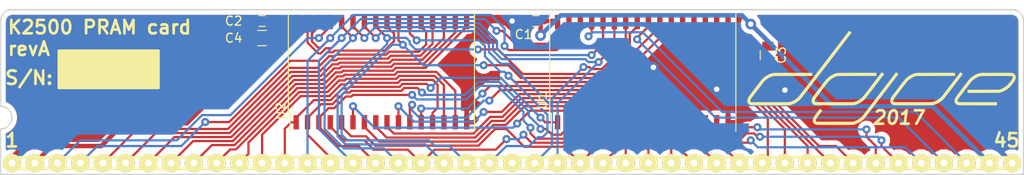
<source format=kicad_pcb>
(kicad_pcb (version 4) (host pcbnew 4.0.2-stable)

  (general
    (links 74)
    (no_connects 4)
    (area 74.745875 95.8 189.305001 119.195002)
    (thickness 1.6)
    (drawings 13)
    (tracks 660)
    (zones 0)
    (modules 8)
    (nets 44)
  )

  (page A4)
  (layers
    (0 F.Cu signal)
    (1 In1.Cu signal hide)
    (2 In2.Cu signal hide)
    (31 B.Cu signal)
    (32 B.Adhes user)
    (33 F.Adhes user)
    (34 B.Paste user)
    (35 F.Paste user)
    (36 B.SilkS user)
    (37 F.SilkS user)
    (38 B.Mask user)
    (39 F.Mask user)
    (40 Dwgs.User user)
    (41 Cmts.User user)
    (42 Eco1.User user)
    (43 Eco2.User user)
    (44 Edge.Cuts user)
    (45 Margin user)
    (46 B.CrtYd user)
    (47 F.CrtYd user)
    (48 B.Fab user)
    (49 F.Fab user)
  )

  (setup
    (last_trace_width 0.25)
    (trace_clearance 0.2)
    (zone_clearance 0.508)
    (zone_45_only no)
    (trace_min 0.2)
    (segment_width 0.2)
    (edge_width 0.15)
    (via_size 0.9)
    (via_drill 0.4)
    (via_min_size 0.4)
    (via_min_drill 0.3)
    (uvia_size 0.508)
    (uvia_drill 0.127)
    (uvias_allowed no)
    (uvia_min_size 0.2)
    (uvia_min_drill 0.1)
    (pcb_text_width 0.3)
    (pcb_text_size 1.5 1.5)
    (mod_edge_width 0.15)
    (mod_text_size 1 1)
    (mod_text_width 0.15)
    (pad_size 1.524 1.524)
    (pad_drill 0.762)
    (pad_to_mask_clearance 0.2)
    (aux_axis_origin 0 0)
    (visible_elements 7FFFFFFF)
    (pcbplotparams
      (layerselection 0x010e0_80000001)
      (usegerberextensions false)
      (excludeedgelayer true)
      (linewidth 0.100000)
      (plotframeref false)
      (viasonmask false)
      (mode 1)
      (useauxorigin false)
      (hpglpennumber 1)
      (hpglpenspeed 20)
      (hpglpendiameter 15)
      (hpglpenoverlay 2)
      (psnegative false)
      (psa4output false)
      (plotreference true)
      (plotvalue true)
      (plotinvisibletext false)
      (padsonsilk false)
      (subtractmaskfromsilk false)
      (outputformat 1)
      (mirror false)
      (drillshape 0)
      (scaleselection 1)
      (outputdirectory cam/))
  )

  (net 0 "")
  (net 1 GND)
  (net 2 +5V)
  (net 3 "Net-(J1-Pad23)")
  (net 4 /WEHI#)
  (net 5 /OEHI#)
  (net 6 /D15)
  (net 7 /D14)
  (net 8 /D13)
  (net 9 /D12)
  (net 10 /D11)
  (net 11 /D10)
  (net 12 /D9)
  (net 13 /D8)
  (net 14 /A18)
  (net 15 /A17)
  (net 16 /A16)
  (net 17 /A15)
  (net 18 /A14)
  (net 19 /A13)
  (net 20 /A12)
  (net 21 /A11)
  (net 22 /A10)
  (net 23 /CE#)
  (net 24 /A9)
  (net 25 /A8)
  (net 26 /A7)
  (net 27 /A6)
  (net 28 /A5)
  (net 29 /A4)
  (net 30 /A3)
  (net 31 /A2)
  (net 32 /A1)
  (net 33 /A0)
  (net 34 /D7)
  (net 35 /D6)
  (net 36 /D5)
  (net 37 /D4)
  (net 38 /D3)
  (net 39 /D2)
  (net 40 /D1)
  (net 41 /D0)
  (net 42 /OELO#)
  (net 43 /WELO#)

  (net_class Default "This is the default net class."
    (clearance 0.2)
    (trace_width 0.25)
    (via_dia 0.9)
    (via_drill 0.4)
    (uvia_dia 0.508)
    (uvia_drill 0.127)
    (add_net /A0)
    (add_net /A1)
    (add_net /A10)
    (add_net /A11)
    (add_net /A12)
    (add_net /A13)
    (add_net /A14)
    (add_net /A15)
    (add_net /A16)
    (add_net /A17)
    (add_net /A18)
    (add_net /A2)
    (add_net /A3)
    (add_net /A4)
    (add_net /A5)
    (add_net /A6)
    (add_net /A7)
    (add_net /A8)
    (add_net /A9)
    (add_net /CE#)
    (add_net /D0)
    (add_net /D1)
    (add_net /D10)
    (add_net /D11)
    (add_net /D12)
    (add_net /D13)
    (add_net /D14)
    (add_net /D15)
    (add_net /D2)
    (add_net /D3)
    (add_net /D4)
    (add_net /D5)
    (add_net /D6)
    (add_net /D7)
    (add_net /D8)
    (add_net /D9)
    (add_net /OEHI#)
    (add_net /OELO#)
    (add_net /WEHI#)
    (add_net /WELO#)
    (add_net "Net-(J1-Pad23)")
  )

  (net_class Power ""
    (clearance 0.2)
    (trace_width 0.5)
    (via_dia 1.2)
    (via_drill 0.6)
    (uvia_dia 0.508)
    (uvia_drill 0.127)
    (add_net +5V)
    (add_net GND)
  )

  (module dojoe (layer F.Cu) (tedit 0) (tstamp 59E3596D)
    (at 173.355 104.775)
    (attr virtual)
    (fp_text reference VAL (at 0 0) (layer F.SilkS) hide
      (effects (font (size 0.8 0.8) (thickness 0.12)))
    )
    (fp_text value REF (at 0 0) (layer F.SilkS) hide
      (effects (font (size 0.381 0.381) (thickness 0.127)))
    )
    (fp_poly (pts (xy 1.90246 -0.42672) (xy 1.89738 -0.4191) (xy 1.88214 -0.39878) (xy 1.85928 -0.36576)
      (xy 1.82626 -0.32258) (xy 1.78308 -0.2667) (xy 1.73482 -0.19812) (xy 1.6764 -0.12192)
      (xy 1.61036 -0.03556) (xy 1.5367 0.06096) (xy 1.45796 0.1651) (xy 1.3716 0.27686)
      (xy 1.28016 0.39878) (xy 1.18364 0.52578) (xy 1.08204 0.6604) (xy 0.97536 0.8001)
      (xy 0.8636 0.94488) (xy 0.7493 1.09728) (xy 0.62992 1.25222) (xy 0.508 1.4097)
      (xy 0.42926 1.51384) (xy 0.30226 1.67894) (xy 0.17526 1.84404) (xy 0.0508 2.00914)
      (xy -0.07366 2.16916) (xy -0.19304 2.32664) (xy -0.31242 2.48158) (xy -0.42672 2.63144)
      (xy -0.53594 2.77622) (xy -0.64262 2.91592) (xy -0.74422 3.048) (xy -0.84074 3.17246)
      (xy -0.92964 3.2893) (xy -1.01346 3.39852) (xy -1.08966 3.49758) (xy -1.15824 3.58648)
      (xy -1.2192 3.66522) (xy -1.27 3.7338) (xy -1.31318 3.78968) (xy -1.3462 3.83286)
      (xy -1.35128 3.84048) (xy -1.43764 3.95224) (xy -1.51384 4.05384) (xy -1.58242 4.1402)
      (xy -1.64084 4.21894) (xy -1.69418 4.28752) (xy -1.7399 4.34594) (xy -1.78054 4.39674)
      (xy -1.81356 4.43992) (xy -1.84658 4.47802) (xy -1.87198 4.51104) (xy -1.89738 4.53898)
      (xy -1.92024 4.56184) (xy -1.94056 4.5847) (xy -1.96088 4.60502) (xy -1.9812 4.62534)
      (xy -2.00152 4.64312) (xy -2.02692 4.66598) (xy -2.02692 4.66598) (xy -2.159 4.77774)
      (xy -2.29616 4.87934) (xy -2.4384 4.97078) (xy -2.58064 5.04952) (xy -2.72542 5.1181)
      (xy -2.8702 5.17652) (xy -3.0099 5.2197) (xy -3.14452 5.24764) (xy -3.21056 5.25526)
      (xy -3.23088 5.2578) (xy -3.26644 5.2578) (xy -3.31724 5.26034) (xy -3.38074 5.26034)
      (xy -3.45948 5.26034) (xy -3.54838 5.26288) (xy -3.64998 5.26288) (xy -3.76174 5.26288)
      (xy -3.88366 5.26288) (xy -4.0132 5.26542) (xy -4.15036 5.26542) (xy -4.2926 5.26542)
      (xy -4.44246 5.26542) (xy -4.5974 5.26542) (xy -4.75488 5.26542) (xy -4.9149 5.26542)
      (xy -5.07492 5.26542) (xy -5.23748 5.26542) (xy -5.40004 5.26542) (xy -5.5626 5.26542)
      (xy -5.72262 5.26542) (xy -5.87756 5.26288) (xy -6.0325 5.26288) (xy -6.17982 5.26288)
      (xy -6.32206 5.26288) (xy -6.45668 5.26288) (xy -6.58368 5.26034) (xy -6.70306 5.26034)
      (xy -6.81228 5.26034) (xy -6.91134 5.2578) (xy -6.9977 5.2578) (xy -7.0739 5.2578)
      (xy -7.13486 5.25526) (xy -7.18312 5.25526) (xy -7.2136 5.25272) (xy -7.22884 5.25272)
      (xy -7.3279 5.2324) (xy -7.41426 5.19938) (xy -7.49046 5.1562) (xy -7.5565 5.10286)
      (xy -7.6073 5.03936) (xy -7.6454 4.96824) (xy -7.6708 4.88696) (xy -7.6835 4.80314)
      (xy -7.68096 4.70916) (xy -7.66318 4.61264) (xy -7.6327 4.51358) (xy -7.59206 4.42214)
      (xy -7.57428 4.38912) (xy -7.5565 4.35356) (xy -7.53364 4.318) (xy -7.5057 4.27736)
      (xy -7.47522 4.23164) (xy -7.43712 4.1783) (xy -7.39394 4.11734) (xy -7.3406 4.04876)
      (xy -7.28218 3.97002) (xy -7.21106 3.87858) (xy -7.18058 3.83794) (xy -7.12724 3.76936)
      (xy -7.07898 3.70332) (xy -7.03326 3.6449) (xy -6.99262 3.59156) (xy -6.95706 3.54584)
      (xy -6.92912 3.50774) (xy -6.9088 3.48234) (xy -6.89864 3.4671) (xy -6.89864 3.46456)
      (xy -6.8834 3.44424) (xy -6.83768 3.4798) (xy -6.81482 3.49758) (xy -6.7818 3.52298)
      (xy -6.7437 3.55346) (xy -6.70306 3.58394) (xy -6.69798 3.58648) (xy -6.66496 3.61442)
      (xy -6.63702 3.63728) (xy -6.61416 3.65252) (xy -6.604 3.66268) (xy -6.604 3.66268)
      (xy -6.60908 3.6703) (xy -6.62178 3.69062) (xy -6.64464 3.7211) (xy -6.67512 3.76174)
      (xy -6.71322 3.81) (xy -6.7564 3.86588) (xy -6.80212 3.92684) (xy -6.85292 3.99288)
      (xy -6.86816 4.0132) (xy -6.94944 4.11988) (xy -7.02056 4.21386) (xy -7.08152 4.29514)
      (xy -7.13486 4.3688) (xy -7.18058 4.4323) (xy -7.21868 4.48818) (xy -7.24916 4.53644)
      (xy -7.27456 4.57708) (xy -7.29234 4.61518) (xy -7.30758 4.65074) (xy -7.31774 4.68122)
      (xy -7.32282 4.7117) (xy -7.32536 4.73964) (xy -7.3279 4.77012) (xy -7.3279 4.77266)
      (xy -7.32536 4.80314) (xy -7.32028 4.82346) (xy -7.30758 4.84378) (xy -7.3025 4.8514)
      (xy -7.29742 4.85648) (xy -7.29234 4.86156) (xy -7.2898 4.86664) (xy -7.28472 4.87172)
      (xy -7.27964 4.87426) (xy -7.27202 4.87934) (xy -7.2644 4.88188) (xy -7.2517 4.88442)
      (xy -7.23392 4.88696) (xy -7.2136 4.8895) (xy -7.1882 4.89204) (xy -7.15518 4.89458)
      (xy -7.11708 4.89712) (xy -7.0739 4.89712) (xy -7.02056 4.89966) (xy -6.9596 4.89966)
      (xy -6.89102 4.89966) (xy -6.81228 4.9022) (xy -6.72338 4.9022) (xy -6.62178 4.9022)
      (xy -6.51256 4.9022) (xy -6.3881 4.9022) (xy -6.25094 4.9022) (xy -6.10108 4.9022)
      (xy -5.93852 4.9022) (xy -5.76072 4.9022) (xy -5.56768 4.9022) (xy -5.35686 4.9022)
      (xy -5.19684 4.9022) (xy -3.2004 4.9022) (xy -3.11404 4.87934) (xy -3.03784 4.85902)
      (xy -2.96926 4.83616) (xy -2.90322 4.81076) (xy -2.83464 4.78028) (xy -2.79146 4.75742)
      (xy -2.65684 4.68884) (xy -2.5273 4.60756) (xy -2.40284 4.51612) (xy -2.286 4.42214)
      (xy -2.1844 4.32308) (xy -2.12344 4.25704) (xy -2.10312 4.23164) (xy -2.07518 4.19608)
      (xy -2.03708 4.15036) (xy -1.9939 4.09448) (xy -1.94818 4.03352) (xy -1.89484 3.96748)
      (xy -1.8415 3.8989) (xy -1.78816 3.82778) (xy -1.78054 3.81762) (xy -1.69926 3.71348)
      (xy -1.61544 3.59918) (xy -1.52146 3.4798) (xy -1.42748 3.3528) (xy -1.32588 3.22072)
      (xy -1.22174 3.08356) (xy -1.11252 2.94132) (xy -1.00076 2.79654) (xy -0.88646 2.64668)
      (xy -0.76962 2.49428) (xy -0.65024 2.33934) (xy -0.53086 2.18186) (xy -0.40894 2.02438)
      (xy -0.28702 1.8669) (xy -0.16764 1.70688) (xy -0.04572 1.5494) (xy 0.07366 1.39192)
      (xy 0.19304 1.23698) (xy 0.30988 1.08458) (xy 0.42672 0.93472) (xy 0.53848 0.7874)
      (xy 0.6477 0.64262) (xy 0.75438 0.50546) (xy 0.85598 0.37338) (xy 0.95504 0.24638)
      (xy 1.04648 0.12446) (xy 1.13538 0.01016) (xy 1.21666 -0.09652) (xy 1.29286 -0.19558)
      (xy 1.36144 -0.28702) (xy 1.42494 -0.36576) (xy 1.47828 -0.43688) (xy 1.52654 -0.49784)
      (xy 1.56464 -0.54864) (xy 1.59512 -0.58674) (xy 1.61544 -0.61468) (xy 1.6256 -0.62738)
      (xy 1.62814 -0.62992) (xy 1.63576 -0.62484) (xy 1.65354 -0.61214) (xy 1.68148 -0.59182)
      (xy 1.7145 -0.56896) (xy 1.7526 -0.54102) (xy 1.7907 -0.51308) (xy 1.8288 -0.48514)
      (xy 1.86182 -0.45974) (xy 1.88722 -0.43942) (xy 1.90246 -0.42672) (xy 1.90246 -0.42672)) (layer F.SilkS) (width 0.00254))
    (fp_poly (pts (xy -3.33248 -5.04952) (xy -3.38582 -4.98094) (xy -3.39344 -4.97078) (xy -3.41376 -4.94538)
      (xy -3.4417 -4.90982) (xy -3.4798 -4.85902) (xy -3.52552 -4.79806) (xy -3.5814 -4.72694)
      (xy -3.6449 -4.64312) (xy -3.71856 -4.54914) (xy -3.7973 -4.445) (xy -3.8862 -4.32816)
      (xy -3.98018 -4.20624) (xy -4.08178 -4.07162) (xy -4.191 -3.93192) (xy -4.3053 -3.78206)
      (xy -4.42468 -3.62458) (xy -4.55168 -3.45948) (xy -4.68376 -3.28676) (xy -4.82092 -3.10896)
      (xy -4.96062 -2.92354) (xy -5.10794 -2.73304) (xy -5.2578 -2.53746) (xy -5.4102 -2.3368)
      (xy -5.56768 -2.13106) (xy -5.7277 -1.92024) (xy -5.8928 -1.70688) (xy -6.0579 -1.49098)
      (xy -6.12648 -1.40208) (xy -6.29158 -1.18364) (xy -6.45668 -0.96774) (xy -6.61924 -0.75692)
      (xy -6.77926 -0.54864) (xy -6.9342 -0.34544) (xy -7.0866 -0.14732) (xy -7.23392 0.04572)
      (xy -7.3787 0.23368) (xy -7.5184 0.41656) (xy -7.65302 0.59182) (xy -7.78002 0.75946)
      (xy -7.90448 0.92202) (xy -8.02386 1.07696) (xy -8.13562 1.22174) (xy -8.23976 1.3589)
      (xy -8.33882 1.48844) (xy -8.43026 1.60782) (xy -8.51408 1.71704) (xy -8.59028 1.81864)
      (xy -8.65886 1.90754) (xy -8.71982 1.98628) (xy -8.77062 2.05232) (xy -8.8138 2.1082)
      (xy -8.84682 2.15138) (xy -8.86968 2.18186) (xy -8.88238 2.19964) (xy -8.88492 2.20218)
      (xy -8.99414 2.32918) (xy -9.11606 2.4511) (xy -9.24814 2.56794) (xy -9.39038 2.67462)
      (xy -9.54024 2.77368) (xy -9.69264 2.86004) (xy -9.84758 2.9337) (xy -10.00252 2.99466)
      (xy -10.05332 3.0099) (xy -10.07364 3.01752) (xy -10.09396 3.0226) (xy -10.1092 3.02768)
      (xy -10.12698 3.03276) (xy -10.14222 3.03784) (xy -10.16 3.04292) (xy -10.17524 3.04546)
      (xy -10.19556 3.05054) (xy -10.21842 3.05308) (xy -10.24128 3.05562) (xy -10.27176 3.05816)
      (xy -10.30478 3.0607) (xy -10.34288 3.06324) (xy -10.38606 3.06324) (xy -10.43686 3.06578)
      (xy -10.49528 3.06832) (xy -10.55878 3.06832) (xy -10.63244 3.06832) (xy -10.71626 3.07086)
      (xy -10.81024 3.07086) (xy -10.91184 3.07086) (xy -11.02614 3.07086) (xy -11.15314 3.07086)
      (xy -11.29284 3.07086) (xy -11.4427 3.0734) (xy -11.61034 3.0734) (xy -11.79068 3.0734)
      (xy -11.98372 3.0734) (xy -12.19708 3.0734) (xy -12.38758 3.0734) (xy -12.61618 3.0734)
      (xy -12.82954 3.0734) (xy -13.02512 3.0734) (xy -13.208 3.0734) (xy -13.3731 3.0734)
      (xy -13.5255 3.0734) (xy -13.6652 3.0734) (xy -13.7922 3.0734) (xy -13.9065 3.07086)
      (xy -14.0081 3.07086) (xy -14.09954 3.07086) (xy -14.18082 3.07086) (xy -14.25194 3.07086)
      (xy -14.3129 3.07086) (xy -14.36624 3.06832) (xy -14.41196 3.06832) (xy -14.45006 3.06832)
      (xy -14.48308 3.06578) (xy -14.50594 3.06578) (xy -14.52626 3.06324) (xy -14.5415 3.06324)
      (xy -14.54658 3.06324) (xy -14.59992 3.05562) (xy -14.63802 3.04546) (xy -14.67358 3.0353)
      (xy -14.70914 3.0226) (xy -14.74978 3.00228) (xy -14.8209 2.9591) (xy -14.88186 2.90068)
      (xy -14.93266 2.83464) (xy -14.97076 2.76098) (xy -14.98092 2.73304) (xy -14.986 2.70764)
      (xy -14.99108 2.68224) (xy -14.99362 2.6543) (xy -14.99616 2.61874) (xy -14.99362 2.57302)
      (xy -14.99362 2.5527) (xy -14.99108 2.5019) (xy -14.98854 2.46126) (xy -14.986 2.43078)
      (xy -14.97838 2.4003) (xy -14.96822 2.36982) (xy -14.96568 2.36474) (xy -14.9352 2.286)
      (xy -14.8971 2.20726) (xy -14.85138 2.12598) (xy -14.81582 2.07518) (xy -14.80312 2.0574)
      (xy -14.7828 2.02692) (xy -14.74978 1.98374) (xy -14.71168 1.93294) (xy -14.66596 1.87198)
      (xy -14.61262 1.80086) (xy -14.5542 1.72466) (xy -14.4907 1.64084) (xy -14.42466 1.55194)
      (xy -14.35354 1.45796) (xy -14.27988 1.36144) (xy -14.20622 1.26238) (xy -14.13002 1.16332)
      (xy -14.05382 1.06426) (xy -13.97762 0.9652) (xy -13.90142 0.86614) (xy -13.8303 0.77216)
      (xy -13.76172 0.68326) (xy -13.69568 0.5969) (xy -13.63472 0.51816) (xy -13.57884 0.44704)
      (xy -13.53058 0.381) (xy -13.4874 0.32766) (xy -13.45184 0.28194) (xy -13.4239 0.24638)
      (xy -13.40612 0.22606) (xy -13.40358 0.22098) (xy -13.30452 0.1143) (xy -13.19022 0.00762)
      (xy -13.06576 -0.09398) (xy -12.93368 -0.1905) (xy -12.79652 -0.27686) (xy -12.65682 -0.3556)
      (xy -12.52982 -0.41656) (xy -12.39774 -0.46736) (xy -12.26566 -0.508) (xy -12.13866 -0.53848)
      (xy -12.03198 -0.55372) (xy -12.01166 -0.55372) (xy -11.97864 -0.55626) (xy -11.92784 -0.55626)
      (xy -11.85926 -0.55626) (xy -11.77798 -0.5588) (xy -11.67892 -0.5588) (xy -11.56462 -0.5588)
      (xy -11.43254 -0.56134) (xy -11.28522 -0.56134) (xy -11.12012 -0.56134) (xy -10.93978 -0.56134)
      (xy -10.74166 -0.56134) (xy -10.5283 -0.56134) (xy -10.29716 -0.56134) (xy -10.04824 -0.56134)
      (xy -9.84504 -0.56134) (xy -7.74446 -0.56134) (xy -7.74446 -0.38354) (xy -7.74446 -0.20574)
      (xy -9.89838 -0.2032) (xy -12.0523 -0.20066) (xy -12.14882 -0.17272) (xy -12.2936 -0.127)
      (xy -12.43838 -0.0635) (xy -12.58316 0.01016) (xy -12.72286 0.09398) (xy -12.8524 0.18796)
      (xy -12.97432 0.28956) (xy -13.08354 0.39624) (xy -13.1191 0.43688) (xy -13.13434 0.45466)
      (xy -13.1572 0.48514) (xy -13.19022 0.52578) (xy -13.23086 0.57912) (xy -13.27912 0.64008)
      (xy -13.33246 0.70866) (xy -13.39342 0.7874) (xy -13.45692 0.87122) (xy -13.5255 0.96012)
      (xy -13.59662 1.05156) (xy -13.67028 1.14808) (xy -13.74648 1.24714) (xy -13.82014 1.3462)
      (xy -13.89634 1.44526) (xy -13.97254 1.54432) (xy -14.0462 1.64084) (xy -14.11732 1.73228)
      (xy -14.1859 1.82118) (xy -14.2494 1.90754) (xy -14.30782 1.98374) (xy -14.36116 2.05486)
      (xy -14.40942 2.11836) (xy -14.44752 2.1717) (xy -14.48054 2.21488) (xy -14.5034 2.24536)
      (xy -14.51864 2.26568) (xy -14.51864 2.26568) (xy -14.56944 2.34442) (xy -14.605 2.41554)
      (xy -14.6304 2.47904) (xy -14.6431 2.53746) (xy -14.64564 2.5908) (xy -14.64564 2.5908)
      (xy -14.63802 2.6289) (xy -14.62532 2.65684) (xy -14.59992 2.6797) (xy -14.56944 2.69494)
      (xy -14.53134 2.71272) (xy -12.45362 2.71526) (xy -12.22756 2.71526) (xy -12.01674 2.71526)
      (xy -11.8237 2.7178) (xy -11.64336 2.7178) (xy -11.47826 2.7178) (xy -11.3284 2.7178)
      (xy -11.19124 2.7178) (xy -11.06678 2.7178) (xy -10.95248 2.7178) (xy -10.84834 2.71526)
      (xy -10.7569 2.71526) (xy -10.67562 2.71526) (xy -10.60196 2.71526) (xy -10.53846 2.71272)
      (xy -10.48004 2.71272) (xy -10.42924 2.71018) (xy -10.38606 2.70764) (xy -10.3505 2.70764)
      (xy -10.31748 2.7051) (xy -10.28954 2.70256) (xy -10.26414 2.69748) (xy -10.24382 2.69494)
      (xy -10.22604 2.6924) (xy -10.20826 2.68732) (xy -10.19302 2.68224) (xy -10.17778 2.6797)
      (xy -10.16254 2.67462) (xy -10.1473 2.667) (xy -10.12952 2.66192) (xy -10.11682 2.65684)
      (xy -9.98728 2.60858) (xy -9.85774 2.54508) (xy -9.72566 2.47142) (xy -9.59866 2.3876)
      (xy -9.47674 2.29616) (xy -9.36498 2.20218) (xy -9.26592 2.10312) (xy -9.21512 2.0447)
      (xy -9.2075 2.03454) (xy -9.18972 2.01168) (xy -9.16178 1.97358) (xy -9.12368 1.92532)
      (xy -9.07542 1.86436) (xy -9.01954 1.79324) (xy -8.95604 1.70942) (xy -8.88492 1.61544)
      (xy -8.80364 1.5113) (xy -8.71728 1.397) (xy -8.62076 1.27254) (xy -8.51916 1.14046)
      (xy -8.40994 0.99822) (xy -8.29564 0.84836) (xy -8.17372 0.69088) (xy -8.04926 0.52578)
      (xy -7.91718 0.35306) (xy -7.78002 0.17272) (xy -7.63778 -0.0127) (xy -7.49046 -0.2032)
      (xy -7.3406 -0.40132) (xy -7.18566 -0.60198) (xy -7.02818 -0.80772) (xy -6.86562 -1.01854)
      (xy -6.70306 -1.23444) (xy -6.53542 -1.45034) (xy -6.42112 -1.60274) (xy -6.25094 -1.82118)
      (xy -6.08584 -2.03962) (xy -5.92328 -2.25044) (xy -5.76326 -2.46126) (xy -5.60578 -2.66446)
      (xy -5.45338 -2.86512) (xy -5.30606 -3.05816) (xy -5.16128 -3.24612) (xy -5.02158 -3.429)
      (xy -4.88696 -3.6068) (xy -4.75742 -3.77444) (xy -4.63296 -3.937) (xy -4.51358 -4.09194)
      (xy -4.40182 -4.23926) (xy -4.29768 -4.37642) (xy -4.19862 -4.50596) (xy -4.10718 -4.62534)
      (xy -4.02082 -4.73456) (xy -3.94462 -4.83362) (xy -3.87604 -4.92506) (xy -3.81762 -5.0038)
      (xy -3.76428 -5.06984) (xy -3.7211 -5.12572) (xy -3.68808 -5.17144) (xy -3.66522 -5.20192)
      (xy -3.64998 -5.2197) (xy -3.64744 -5.22478) (xy -3.61442 -5.26542) (xy -3.47472 -5.1562)
      (xy -3.33248 -5.04952) (xy -3.33248 -5.04952)) (layer F.SilkS) (width 0.00254))
    (fp_poly (pts (xy 0.3048 -0.42164) (xy 0.29972 -0.41402) (xy 0.28448 -0.3937) (xy 0.26162 -0.36068)
      (xy 0.2286 -0.3175) (xy 0.18796 -0.26416) (xy 0.1397 -0.20066) (xy 0.08636 -0.12954)
      (xy 0.0254 -0.04826) (xy -0.04318 0.04064) (xy -0.1143 0.13462) (xy -0.1905 0.23368)
      (xy -0.26924 0.33782) (xy -0.35306 0.44704) (xy -0.43942 0.5588) (xy -0.52578 0.6731)
      (xy -0.61468 0.78994) (xy -0.70612 0.90932) (xy -0.79502 1.02616) (xy -0.88646 1.14554)
      (xy -0.97536 1.25984) (xy -1.06426 1.37414) (xy -1.14808 1.4859) (xy -1.2319 1.59512)
      (xy -1.31064 1.69672) (xy -1.38684 1.79578) (xy -1.45796 1.88722) (xy -1.524 1.97358)
      (xy -1.58496 2.05232) (xy -1.6383 2.1209) (xy -1.68656 2.18186) (xy -1.72466 2.23266)
      (xy -1.75768 2.2733) (xy -1.78054 2.30124) (xy -1.79324 2.31902) (xy -1.79578 2.31902)
      (xy -1.8923 2.42316) (xy -2.00406 2.52476) (xy -2.12598 2.62128) (xy -2.25552 2.71272)
      (xy -2.39014 2.79654) (xy -2.52476 2.87274) (xy -2.66192 2.93624) (xy -2.794 2.98958)
      (xy -2.91338 3.02514) (xy -2.93116 3.03022) (xy -2.94894 3.0353) (xy -2.96418 3.03784)
      (xy -2.97688 3.04292) (xy -2.99212 3.04546) (xy -3.00736 3.048) (xy -3.02514 3.05308)
      (xy -3.04546 3.05562) (xy -3.06832 3.05816) (xy -3.09372 3.05816) (xy -3.12166 3.0607)
      (xy -3.15722 3.06324) (xy -3.19786 3.06324) (xy -3.24358 3.06578) (xy -3.29692 3.06578)
      (xy -3.35788 3.06832) (xy -3.42646 3.06832) (xy -3.5052 3.06832) (xy -3.59156 3.07086)
      (xy -3.68808 3.07086) (xy -3.7973 3.07086) (xy -3.91668 3.07086) (xy -4.04876 3.07086)
      (xy -4.19354 3.07086) (xy -4.35102 3.07086) (xy -4.52374 3.07086) (xy -4.7117 3.07086)
      (xy -4.9149 3.07086) (xy -5.13334 3.0734) (xy -5.19176 3.0734) (xy -5.4229 3.0734)
      (xy -5.63372 3.0734) (xy -5.83184 3.0734) (xy -6.01218 3.0734) (xy -6.17982 3.0734)
      (xy -6.33222 3.0734) (xy -6.47192 3.0734) (xy -6.59638 3.0734) (xy -6.71068 3.07086)
      (xy -6.81482 3.07086) (xy -6.90626 3.07086) (xy -6.98754 3.07086) (xy -7.05866 3.07086)
      (xy -7.11962 3.07086) (xy -7.17296 3.06832) (xy -7.21868 3.06832) (xy -7.25932 3.06832)
      (xy -7.2898 3.06578) (xy -7.3152 3.06578) (xy -7.33552 3.06324) (xy -7.35076 3.06324)
      (xy -7.35838 3.06324) (xy -7.43966 3.048) (xy -7.51332 3.02514) (xy -7.57682 2.99466)
      (xy -7.59206 2.98704) (xy -7.66318 2.9337) (xy -7.71906 2.87274) (xy -7.76478 2.80162)
      (xy -7.79272 2.72288) (xy -7.8105 2.63652) (xy -7.8105 2.54508) (xy -7.7978 2.44856)
      (xy -7.77494 2.36728) (xy -7.75462 2.30378) (xy -7.72922 2.2479) (xy -7.70382 2.19456)
      (xy -7.6708 2.13868) (xy -7.6327 2.08026) (xy -7.61746 2.05994) (xy -7.5946 2.02692)
      (xy -7.56158 1.98374) (xy -7.52094 1.92786) (xy -7.47268 1.86436) (xy -7.41934 1.79324)
      (xy -7.35838 1.7145) (xy -7.29488 1.62814) (xy -7.2263 1.53924) (xy -7.15264 1.44272)
      (xy -7.07898 1.3462) (xy -7.00278 1.2446) (xy -6.92404 1.143) (xy -6.84784 1.0414)
      (xy -6.7691 0.94234) (xy -6.69544 0.84328) (xy -6.62178 0.7493) (xy -6.5532 0.65786)
      (xy -6.48716 0.5715) (xy -6.42366 0.49276) (xy -6.36778 0.42164) (xy -6.31952 0.3556)
      (xy -6.27634 0.30226) (xy -6.24078 0.25654) (xy -6.21538 0.22352) (xy -6.1976 0.2032)
      (xy -6.19506 0.20066) (xy -6.09092 0.09144) (xy -5.97408 -0.01524) (xy -5.84454 -0.11684)
      (xy -5.70738 -0.21336) (xy -5.56514 -0.30226) (xy -5.42036 -0.37846) (xy -5.27558 -0.44196)
      (xy -5.2451 -0.45466) (xy -5.15874 -0.4826) (xy -5.06476 -0.51054) (xy -4.97586 -0.5334)
      (xy -4.8895 -0.54864) (xy -4.84632 -0.55372) (xy -4.826 -0.55372) (xy -4.79044 -0.55626)
      (xy -4.73964 -0.55626) (xy -4.66852 -0.55626) (xy -4.58216 -0.5588) (xy -4.48056 -0.5588)
      (xy -4.35864 -0.5588) (xy -4.22402 -0.56134) (xy -4.07162 -0.56134) (xy -3.90144 -0.56134)
      (xy -3.71602 -0.56134) (xy -3.51536 -0.56134) (xy -3.29946 -0.56134) (xy -3.06578 -0.56134)
      (xy -2.81432 -0.56134) (xy -2.66192 -0.56134) (xy -0.56134 -0.56134) (xy -0.56134 -0.38862)
      (xy -0.56134 -0.2159) (xy -1.73228 -0.21082) (xy -1.89484 -0.21082) (xy -2.06502 -0.20828)
      (xy -2.24536 -0.20828) (xy -2.43078 -0.20828) (xy -2.6162 -0.20574) (xy -2.80416 -0.20574)
      (xy -2.98958 -0.20574) (xy -3.17246 -0.20574) (xy -3.34518 -0.20574) (xy -3.51282 -0.20574)
      (xy -3.66522 -0.20574) (xy -3.80492 -0.20574) (xy -3.8481 -0.20574) (xy -4.0005 -0.20574)
      (xy -4.13766 -0.20574) (xy -4.25958 -0.20574) (xy -4.3688 -0.2032) (xy -4.46278 -0.2032)
      (xy -4.5466 -0.2032) (xy -4.62026 -0.2032) (xy -4.68376 -0.20066) (xy -4.7371 -0.20066)
      (xy -4.78282 -0.19812) (xy -4.82346 -0.19558) (xy -4.85902 -0.1905) (xy -4.8895 -0.18796)
      (xy -4.91744 -0.18288) (xy -4.9403 -0.1778) (xy -4.96316 -0.17272) (xy -4.98602 -0.16764)
      (xy -5.01142 -0.15748) (xy -5.03682 -0.14986) (xy -5.0546 -0.14478) (xy -5.1816 -0.09652)
      (xy -5.31114 -0.03556) (xy -5.43814 0.0381) (xy -5.56514 0.11938) (xy -5.68706 0.20828)
      (xy -5.79628 0.30226) (xy -5.89534 0.39878) (xy -5.9436 0.45212) (xy -5.96138 0.47244)
      (xy -5.98678 0.50546) (xy -6.0198 0.54864) (xy -6.06298 0.60198) (xy -6.11124 0.66548)
      (xy -6.16458 0.7366) (xy -6.22554 0.81534) (xy -6.29158 0.89916) (xy -6.36016 0.98806)
      (xy -6.43128 1.08204) (xy -6.50494 1.17856) (xy -6.58114 1.27762) (xy -6.6548 1.37668)
      (xy -6.731 1.47574) (xy -6.8072 1.5748) (xy -6.87832 1.66878) (xy -6.94944 1.76276)
      (xy -7.01802 1.85166) (xy -7.07898 1.93548) (xy -7.1374 2.01168) (xy -7.19074 2.0828)
      (xy -7.239 2.14376) (xy -7.2771 2.1971) (xy -7.30758 2.23774) (xy -7.33044 2.26822)
      (xy -7.34314 2.286) (xy -7.34568 2.28854) (xy -7.3914 2.3622) (xy -7.42188 2.43078)
      (xy -7.44474 2.49174) (xy -7.45236 2.54762) (xy -7.45236 2.55016) (xy -7.4549 2.59334)
      (xy -7.45236 2.62382) (xy -7.4422 2.64922) (xy -7.42696 2.667) (xy -7.42442 2.66954)
      (xy -7.41934 2.67462) (xy -7.41426 2.6797) (xy -7.41172 2.68224) (xy -7.40664 2.68732)
      (xy -7.39902 2.68986) (xy -7.3914 2.6924) (xy -7.38124 2.69494) (xy -7.366 2.69748)
      (xy -7.34822 2.70002) (xy -7.32536 2.70256) (xy -7.29742 2.7051) (xy -7.2644 2.7051)
      (xy -7.22376 2.70764) (xy -7.17804 2.70764) (xy -7.12216 2.71018) (xy -7.05866 2.71018)
      (xy -6.98754 2.71018) (xy -6.90626 2.71272) (xy -6.81482 2.71272) (xy -6.71322 2.71272)
      (xy -6.59892 2.71272) (xy -6.47192 2.71272) (xy -6.33476 2.71272) (xy -6.18236 2.71272)
      (xy -6.01726 2.71272) (xy -5.83692 2.71272) (xy -5.64134 2.71272) (xy -5.43052 2.71272)
      (xy -5.22224 2.71272) (xy -3.12166 2.71272) (xy -3.03784 2.68986) (xy -2.95656 2.667)
      (xy -2.88544 2.64414) (xy -2.81432 2.61366) (xy -2.73558 2.58064) (xy -2.72288 2.57302)
      (xy -2.60604 2.5146) (xy -2.4892 2.44348) (xy -2.3749 2.36474) (xy -2.26568 2.28092)
      (xy -2.16662 2.19202) (xy -2.08026 2.10566) (xy -2.06248 2.08534) (xy -2.04978 2.07264)
      (xy -2.02946 2.0447) (xy -1.99898 2.0066) (xy -1.95834 1.9558) (xy -1.91262 1.89484)
      (xy -1.85674 1.82372) (xy -1.79324 1.74244) (xy -1.72466 1.65354) (xy -1.64846 1.55448)
      (xy -1.56972 1.45034) (xy -1.48336 1.33858) (xy -1.39446 1.22174) (xy -1.30048 1.09982)
      (xy -1.20142 0.97282) (xy -1.10236 0.84328) (xy -1.00076 0.70866) (xy -0.98298 0.68834)
      (xy 0.03048 -0.63754) (xy 0.1651 -0.5334) (xy 0.20828 -0.50038) (xy 0.24384 -0.47244)
      (xy 0.27432 -0.44704) (xy 0.29464 -0.4318) (xy 0.3048 -0.42164) (xy 0.3048 -0.42164)
      (xy 0.3048 -0.42164)) (layer F.SilkS) (width 0.00254))
    (fp_poly (pts (xy 9.09066 -0.41402) (xy 9.08558 -0.40386) (xy 9.0678 -0.381) (xy 9.0424 -0.34798)
      (xy 9.00684 -0.30226) (xy 8.96366 -0.24638) (xy 8.9154 -0.18288) (xy 8.85952 -0.10922)
      (xy 8.79602 -0.0254) (xy 8.72744 0.06096) (xy 8.65632 0.15748) (xy 8.58012 0.25654)
      (xy 8.49884 0.36322) (xy 8.41502 0.4699) (xy 8.3312 0.58166) (xy 8.2423 0.69596)
      (xy 8.15594 0.8128) (xy 8.06704 0.9271) (xy 7.97814 1.04394) (xy 7.88924 1.15824)
      (xy 7.80288 1.27) (xy 7.71906 1.38176) (xy 7.63778 1.48844) (xy 7.55904 1.59004)
      (xy 7.48538 1.68656) (xy 7.41426 1.778) (xy 7.35076 1.86436) (xy 7.2898 1.94056)
      (xy 7.23646 2.00914) (xy 7.19074 2.0701) (xy 7.15264 2.11836) (xy 7.1247 2.159)
      (xy 7.10184 2.18694) (xy 7.09168 2.20218) (xy 7.08914 2.20218) (xy 6.98246 2.32918)
      (xy 6.86054 2.45364) (xy 6.72592 2.56794) (xy 6.58368 2.67716) (xy 6.43382 2.77622)
      (xy 6.28142 2.86258) (xy 6.12394 2.93624) (xy 5.969 2.99466) (xy 5.92074 3.0099)
      (xy 5.90042 3.01752) (xy 5.88264 3.0226) (xy 5.86486 3.02768) (xy 5.84962 3.03276)
      (xy 5.83184 3.03784) (xy 5.8166 3.04292) (xy 5.79882 3.04546) (xy 5.78104 3.05054)
      (xy 5.75818 3.05308) (xy 5.73278 3.05562) (xy 5.70484 3.05816) (xy 5.67182 3.0607)
      (xy 5.63372 3.06324) (xy 5.59054 3.06324) (xy 5.53974 3.06578) (xy 5.48132 3.06832)
      (xy 5.41528 3.06832) (xy 5.34162 3.06832) (xy 5.2578 3.07086) (xy 5.16636 3.07086)
      (xy 5.06222 3.07086) (xy 4.94792 3.07086) (xy 4.82092 3.07086) (xy 4.68376 3.07086)
      (xy 4.53136 3.0734) (xy 4.36626 3.0734) (xy 4.18592 3.0734) (xy 3.99034 3.0734)
      (xy 3.77952 3.0734) (xy 3.58648 3.0734) (xy 3.35534 3.0734) (xy 3.1369 3.0734)
      (xy 2.93878 3.0734) (xy 2.75336 3.0734) (xy 2.58318 3.0734) (xy 2.42824 3.0734)
      (xy 2.286 3.0734) (xy 2.15646 3.0734) (xy 2.03962 3.07086) (xy 1.93548 3.07086)
      (xy 1.84404 3.07086) (xy 1.76022 3.07086) (xy 1.6891 3.07086) (xy 1.62814 3.06832)
      (xy 1.57734 3.06832) (xy 1.53416 3.06832) (xy 1.4986 3.06578) (xy 1.47066 3.06578)
      (xy 1.45034 3.06324) (xy 1.43764 3.06324) (xy 1.4351 3.06324) (xy 1.37922 3.05308)
      (xy 1.33096 3.04546) (xy 1.29286 3.03276) (xy 1.25222 3.01498) (xy 1.22428 3.00228)
      (xy 1.16586 2.96672) (xy 1.11252 2.91846) (xy 1.06426 2.86512) (xy 1.0287 2.80924)
      (xy 1.02362 2.80416) (xy 0.9906 2.7178) (xy 0.97536 2.63144) (xy 0.97282 2.53746)
      (xy 0.98806 2.44094) (xy 1.01854 2.33934) (xy 1.06426 2.23266) (xy 1.12776 2.1209)
      (xy 1.15316 2.08026) (xy 1.16332 2.06502) (xy 1.18364 2.03708) (xy 1.21412 1.99644)
      (xy 1.25222 1.94564) (xy 1.29794 1.88722) (xy 1.34874 1.81864) (xy 1.40462 1.74244)
      (xy 1.46812 1.66116) (xy 1.53416 1.57226) (xy 1.60274 1.48082) (xy 1.6764 1.38684)
      (xy 1.75006 1.28778) (xy 1.82372 1.19126) (xy 1.89992 1.0922) (xy 1.97612 0.99314)
      (xy 2.04724 0.89662) (xy 2.1209 0.80518) (xy 2.18948 0.71374) (xy 2.25298 0.62992)
      (xy 2.31394 0.55118) (xy 2.36982 0.48006) (xy 2.41808 0.41656) (xy 2.46126 0.36068)
      (xy 2.49682 0.31496) (xy 2.52222 0.28448) (xy 2.63144 0.16002) (xy 2.7559 0.03556)
      (xy 2.89052 -0.07874) (xy 3.0353 -0.18542) (xy 3.1877 -0.28194) (xy 3.34264 -0.3683)
      (xy 3.44678 -0.41656) (xy 3.57886 -0.46736) (xy 3.71094 -0.508) (xy 3.83794 -0.53848)
      (xy 3.94462 -0.55372) (xy 3.9624 -0.55372) (xy 3.99796 -0.55626) (xy 4.04876 -0.55626)
      (xy 4.1148 -0.55626) (xy 4.19862 -0.5588) (xy 4.29768 -0.5588) (xy 4.41198 -0.5588)
      (xy 4.54406 -0.56134) (xy 4.69138 -0.56134) (xy 4.85648 -0.56134) (xy 5.03682 -0.56134)
      (xy 5.2324 -0.56134) (xy 5.4483 -0.56134) (xy 5.67944 -0.56134) (xy 5.92582 -0.56134)
      (xy 6.13156 -0.56134) (xy 8.2296 -0.56134) (xy 8.2296 -0.38862) (xy 8.2296 -0.21336)
      (xy 7.6327 -0.21082) (xy 7.55904 -0.21082) (xy 7.4676 -0.21082) (xy 7.36346 -0.21082)
      (xy 7.24662 -0.21082) (xy 7.11708 -0.21082) (xy 6.97738 -0.21082) (xy 6.83006 -0.21082)
      (xy 6.67512 -0.20828) (xy 6.51256 -0.20828) (xy 6.34492 -0.20828) (xy 6.17474 -0.20828)
      (xy 5.99948 -0.20828) (xy 5.82676 -0.20574) (xy 5.6515 -0.20574) (xy 5.48132 -0.20574)
      (xy 5.47878 -0.20574) (xy 3.9243 -0.20066) (xy 3.82524 -0.17272) (xy 3.683 -0.127)
      (xy 3.53822 -0.06604) (xy 3.39598 0.00762) (xy 3.25882 0.09144) (xy 3.12674 0.18542)
      (xy 3.00482 0.28448) (xy 2.89814 0.39116) (xy 2.8575 0.43688) (xy 2.84226 0.45466)
      (xy 2.81686 0.48768) (xy 2.78384 0.52832) (xy 2.74066 0.58166) (xy 2.6924 0.64262)
      (xy 2.63906 0.71374) (xy 2.5781 0.79248) (xy 2.5146 0.87376) (xy 2.44602 0.96266)
      (xy 2.3749 1.05664) (xy 2.30124 1.15316) (xy 2.22504 1.24968) (xy 2.15138 1.34874)
      (xy 2.07518 1.4478) (xy 1.99898 1.54686) (xy 1.92532 1.64338) (xy 1.8542 1.73736)
      (xy 1.78816 1.82626) (xy 1.72466 1.91008) (xy 1.6637 1.98628) (xy 1.61036 2.0574)
      (xy 1.56464 2.1209) (xy 1.524 2.17424) (xy 1.49352 2.21742) (xy 1.46812 2.2479)
      (xy 1.45542 2.26822) (xy 1.45288 2.27076) (xy 1.40716 2.34696) (xy 1.3716 2.413)
      (xy 1.34874 2.47142) (xy 1.3335 2.5273) (xy 1.33096 2.57556) (xy 1.33096 2.5908)
      (xy 1.33604 2.6289) (xy 1.35128 2.65684) (xy 1.37414 2.6797) (xy 1.40462 2.69494)
      (xy 1.44526 2.71272) (xy 3.52298 2.71526) (xy 3.74904 2.71526) (xy 3.95986 2.71526)
      (xy 4.1529 2.7178) (xy 4.3307 2.7178) (xy 4.4958 2.7178) (xy 4.6482 2.7178)
      (xy 4.78536 2.7178) (xy 4.90982 2.7178) (xy 5.02412 2.7178) (xy 5.12572 2.71526)
      (xy 5.21716 2.71526) (xy 5.30098 2.71526) (xy 5.37464 2.71526) (xy 5.43814 2.71272)
      (xy 5.49656 2.71272) (xy 5.54482 2.71018) (xy 5.588 2.70764) (xy 5.6261 2.70764)
      (xy 5.65912 2.7051) (xy 5.68706 2.70256) (xy 5.70992 2.69748) (xy 5.73278 2.69494)
      (xy 5.75056 2.6924) (xy 5.7658 2.68732) (xy 5.78358 2.68224) (xy 5.79628 2.6797)
      (xy 5.81152 2.67462) (xy 5.8293 2.667) (xy 5.84708 2.66192) (xy 5.85978 2.65684)
      (xy 6.00202 2.60096) (xy 6.1468 2.53238) (xy 6.28904 2.44856) (xy 6.4262 2.35458)
      (xy 6.5532 2.25044) (xy 6.67258 2.13868) (xy 6.77672 2.02438) (xy 6.7945 2.00152)
      (xy 6.8072 1.98628) (xy 6.83006 1.9558) (xy 6.86308 1.91262) (xy 6.90372 1.86182)
      (xy 6.95198 1.79578) (xy 7.0104 1.72212) (xy 7.0739 1.64084) (xy 7.14248 1.5494)
      (xy 7.21868 1.45034) (xy 7.29996 1.34366) (xy 7.38632 1.2319) (xy 7.47522 1.11506)
      (xy 7.5692 0.99314) (xy 7.66572 0.86614) (xy 7.76478 0.7366) (xy 7.84352 0.635)
      (xy 7.96798 0.47244) (xy 8.08736 0.3175) (xy 8.19658 0.17526) (xy 8.29818 0.04318)
      (xy 8.39216 -0.07874) (xy 8.47598 -0.18796) (xy 8.55218 -0.28702) (xy 8.62076 -0.37338)
      (xy 8.67664 -0.44704) (xy 8.7249 -0.508) (xy 8.76554 -0.5588) (xy 8.79348 -0.59436)
      (xy 8.8138 -0.61722) (xy 8.82396 -0.62738) (xy 8.82396 -0.62738) (xy 8.83666 -0.61976)
      (xy 8.85952 -0.60198) (xy 8.89 -0.58166) (xy 8.92556 -0.55372) (xy 8.96112 -0.52578)
      (xy 8.99668 -0.49784) (xy 9.03224 -0.4699) (xy 9.06018 -0.4445) (xy 9.0805 -0.42672)
      (xy 9.09066 -0.41656) (xy 9.09066 -0.41402) (xy 9.09066 -0.41402)) (layer F.SilkS) (width 0.00254))
    (fp_poly (pts (xy 15.00378 -0.06096) (xy 15.00124 0.00254) (xy 14.99362 0.0635) (xy 14.98854 0.09398)
      (xy 14.96568 0.1651) (xy 14.9352 0.2413) (xy 14.89964 0.3175) (xy 14.859 0.38608)
      (xy 14.859 0.38862) (xy 14.83614 0.42164) (xy 14.80566 0.46482) (xy 14.76756 0.51562)
      (xy 14.72692 0.57404) (xy 14.67866 0.635) (xy 14.63294 0.69596) (xy 14.58468 0.75692)
      (xy 14.53896 0.81534) (xy 14.49832 0.86868) (xy 14.46276 0.91186) (xy 14.44244 0.93218)
      (xy 14.34846 1.03378) (xy 14.23924 1.13284) (xy 14.11986 1.22682) (xy 13.99286 1.31826)
      (xy 13.86078 1.40208) (xy 13.72616 1.47574) (xy 13.59154 1.54178) (xy 13.45946 1.59512)
      (xy 13.33246 1.63322) (xy 13.32484 1.63576) (xy 13.30706 1.64084) (xy 13.28928 1.64592)
      (xy 13.2715 1.651) (xy 13.25626 1.65608) (xy 13.23848 1.65862) (xy 13.22324 1.66116)
      (xy 13.20292 1.6637) (xy 13.1826 1.66624) (xy 13.1572 1.66878) (xy 13.12926 1.67132)
      (xy 13.09624 1.67386) (xy 13.0556 1.6764) (xy 13.01242 1.6764) (xy 12.96162 1.67894)
      (xy 12.90066 1.67894) (xy 12.83462 1.67894) (xy 12.75842 1.68148) (xy 12.67206 1.68148)
      (xy 12.573 1.68148) (xy 12.46632 1.68148) (xy 12.3444 1.68402) (xy 12.21232 1.68402)
      (xy 12.065 1.68402) (xy 11.90498 1.68402) (xy 11.72972 1.68402) (xy 11.53668 1.68402)
      (xy 11.37158 1.68402) (xy 9.61898 1.68656) (xy 9.61898 1.50876) (xy 9.61898 1.32842)
      (xy 11.37158 1.32588) (xy 13.12672 1.32334) (xy 13.20546 1.30302) (xy 13.36548 1.24968)
      (xy 13.52296 1.1811) (xy 13.6779 1.09982) (xy 13.82522 1.0033) (xy 13.96492 0.89662)
      (xy 14.09446 0.77978) (xy 14.11478 0.762) (xy 14.1478 0.72644) (xy 14.19098 0.67818)
      (xy 14.23924 0.61976) (xy 14.29004 0.55626) (xy 14.34592 0.48768) (xy 14.39926 0.41656)
      (xy 14.4526 0.34798) (xy 14.5034 0.2794) (xy 14.5161 0.25908) (xy 14.56944 0.18034)
      (xy 14.61008 0.10414) (xy 14.63548 0.03048) (xy 14.65072 -0.03302) (xy 14.65326 -0.08382)
      (xy 14.64818 -0.12192) (xy 14.63548 -0.1524) (xy 14.61008 -0.17272) (xy 14.5796 -0.18796)
      (xy 14.57706 -0.1905) (xy 14.56944 -0.19304) (xy 14.56436 -0.19304) (xy 14.5542 -0.19558)
      (xy 14.5415 -0.19812) (xy 14.52372 -0.19812) (xy 14.5034 -0.19812) (xy 14.478 -0.20066)
      (xy 14.44498 -0.20066) (xy 14.40688 -0.2032) (xy 14.36116 -0.2032) (xy 14.30782 -0.2032)
      (xy 14.24432 -0.2032) (xy 14.17066 -0.2032) (xy 14.08938 -0.2032) (xy 13.9954 -0.20574)
      (xy 13.89126 -0.20574) (xy 13.77188 -0.20574) (xy 13.64234 -0.20574) (xy 13.49756 -0.20574)
      (xy 13.34008 -0.20574) (xy 13.16482 -0.20574) (xy 12.97432 -0.20574) (xy 12.8651 -0.20574)
      (xy 12.65936 -0.20574) (xy 12.47394 -0.20574) (xy 12.30122 -0.20574) (xy 12.14628 -0.20574)
      (xy 12.0015 -0.20574) (xy 11.87196 -0.20574) (xy 11.75512 -0.2032) (xy 11.65098 -0.2032)
      (xy 11.557 -0.2032) (xy 11.47318 -0.2032) (xy 11.39952 -0.20066) (xy 11.33348 -0.20066)
      (xy 11.2776 -0.19812) (xy 11.2268 -0.19812) (xy 11.18362 -0.19558) (xy 11.14806 -0.19304)
      (xy 11.11504 -0.1905) (xy 11.0871 -0.18796) (xy 11.0617 -0.18542) (xy 11.04138 -0.18034)
      (xy 11.0236 -0.17526) (xy 11.00582 -0.17272) (xy 10.98804 -0.16764) (xy 10.97026 -0.16002)
      (xy 10.95248 -0.15494) (xy 10.93216 -0.14732) (xy 10.922 -0.14478) (xy 10.795 -0.09652)
      (xy 10.66546 -0.03556) (xy 10.53592 0.0381) (xy 10.40892 0.11938) (xy 10.287 0.20828)
      (xy 10.17524 0.3048) (xy 10.07618 0.40132) (xy 10.03046 0.45212) (xy 10.01522 0.47244)
      (xy 9.98982 0.50546) (xy 9.95426 0.54864) (xy 9.91362 0.60198) (xy 9.86536 0.66548)
      (xy 9.80948 0.7366) (xy 9.75106 0.81534) (xy 9.68502 0.89916) (xy 9.61644 0.98806)
      (xy 9.54532 1.08204) (xy 9.47166 1.17856) (xy 9.39546 1.27508) (xy 9.3218 1.37414)
      (xy 9.2456 1.4732) (xy 9.1694 1.57226) (xy 9.09828 1.66878) (xy 9.02716 1.76022)
      (xy 8.95858 1.84912) (xy 8.89508 1.93294) (xy 8.83666 2.01168) (xy 8.78332 2.08026)
      (xy 8.7376 2.14376) (xy 8.6995 2.19456) (xy 8.66648 2.23774) (xy 8.64616 2.26822)
      (xy 8.63092 2.286) (xy 8.63092 2.28854) (xy 8.59028 2.35458) (xy 8.5598 2.413)
      (xy 8.53948 2.46634) (xy 8.52678 2.51714) (xy 8.5217 2.56286) (xy 8.51916 2.63144)
      (xy 8.5471 2.66192) (xy 8.5725 2.68224) (xy 8.60298 2.69748) (xy 8.6106 2.70256)
      (xy 8.61568 2.70256) (xy 8.62838 2.7051) (xy 8.64362 2.7051) (xy 8.66648 2.70764)
      (xy 8.69696 2.70764) (xy 8.73252 2.70764) (xy 8.77824 2.71018) (xy 8.83158 2.71018)
      (xy 8.89254 2.71018) (xy 8.96366 2.71018) (xy 9.04494 2.71272) (xy 9.13892 2.71272)
      (xy 9.24306 2.71272) (xy 9.35736 2.71272) (xy 9.4869 2.71272) (xy 9.6266 2.71272)
      (xy 9.78154 2.71526) (xy 9.95172 2.71526) (xy 10.1346 2.71526) (xy 10.33272 2.71526)
      (xy 10.54862 2.71526) (xy 10.77722 2.71526) (xy 12.90828 2.7178) (xy 12.90828 2.8956)
      (xy 12.90828 3.07594) (xy 10.80516 3.07594) (xy 10.57402 3.0734) (xy 10.36066 3.0734)
      (xy 10.16254 3.0734) (xy 9.97966 3.0734) (xy 9.80948 3.0734) (xy 9.65454 3.0734)
      (xy 9.51484 3.0734) (xy 9.3853 3.0734) (xy 9.26846 3.0734) (xy 9.16686 3.07086)
      (xy 9.07288 3.07086) (xy 8.98906 3.07086) (xy 8.91794 3.07086) (xy 8.85444 3.07086)
      (xy 8.79856 3.06832) (xy 8.75284 3.06832) (xy 8.71474 3.06832) (xy 8.68172 3.06578)
      (xy 8.65632 3.06578) (xy 8.63854 3.06324) (xy 8.6233 3.06324) (xy 8.61822 3.06324)
      (xy 8.52678 3.04546) (xy 8.4455 3.01752) (xy 8.37692 2.97942) (xy 8.31342 2.93116)
      (xy 8.28802 2.9083) (xy 8.23468 2.83972) (xy 8.19658 2.76352) (xy 8.17118 2.6797)
      (xy 8.16356 2.5908) (xy 8.16864 2.49428) (xy 8.1915 2.39522) (xy 8.20928 2.33426)
      (xy 8.23214 2.27584) (xy 8.25754 2.2225) (xy 8.28802 2.16662) (xy 8.32612 2.10566)
      (xy 8.3439 2.08026) (xy 8.35914 2.05994) (xy 8.382 2.02692) (xy 8.41502 1.98374)
      (xy 8.45566 1.92786) (xy 8.50392 1.86436) (xy 8.55726 1.79324) (xy 8.61822 1.7145)
      (xy 8.68172 1.62814) (xy 8.7503 1.5367) (xy 8.82396 1.44272) (xy 8.89762 1.34366)
      (xy 8.97382 1.2446) (xy 9.05002 1.143) (xy 9.12876 1.0414) (xy 9.20496 0.94234)
      (xy 9.28116 0.84328) (xy 9.35228 0.7493) (xy 9.4234 0.65786) (xy 9.48944 0.5715)
      (xy 9.5504 0.49276) (xy 9.60628 0.42164) (xy 9.65708 0.3556) (xy 9.70026 0.30226)
      (xy 9.73582 0.25654) (xy 9.76122 0.22352) (xy 9.779 0.2032) (xy 9.779 0.20066)
      (xy 9.88314 0.09144) (xy 10.00252 -0.01524) (xy 10.13206 -0.11684) (xy 10.26922 -0.21336)
      (xy 10.41146 -0.30226) (xy 10.55624 -0.37846) (xy 10.70102 -0.44196) (xy 10.7315 -0.45466)
      (xy 10.81532 -0.4826) (xy 10.90676 -0.51054) (xy 10.99566 -0.53086) (xy 11.07948 -0.5461)
      (xy 11.12774 -0.55372) (xy 11.14552 -0.55372) (xy 11.18362 -0.55626) (xy 11.23442 -0.55626)
      (xy 11.303 -0.55626) (xy 11.38682 -0.5588) (xy 11.48588 -0.5588) (xy 11.60018 -0.5588)
      (xy 11.72718 -0.56134) (xy 11.87196 -0.56134) (xy 12.02944 -0.56134) (xy 12.19962 -0.56134)
      (xy 12.3825 -0.56134) (xy 12.57808 -0.56134) (xy 12.78636 -0.56134) (xy 12.88796 -0.56134)
      (xy 13.08608 -0.56134) (xy 13.26896 -0.56134) (xy 13.4366 -0.56388) (xy 13.58646 -0.56388)
      (xy 13.72616 -0.56134) (xy 13.85062 -0.56134) (xy 13.96238 -0.56134) (xy 14.06144 -0.56134)
      (xy 14.15034 -0.56134) (xy 14.22908 -0.56134) (xy 14.29766 -0.56134) (xy 14.35608 -0.56134)
      (xy 14.40688 -0.56134) (xy 14.4526 -0.5588) (xy 14.48816 -0.5588) (xy 14.51864 -0.5588)
      (xy 14.54404 -0.55626) (xy 14.56436 -0.55626) (xy 14.58214 -0.55372) (xy 14.59484 -0.55372)
      (xy 14.60754 -0.55118) (xy 14.61516 -0.54864) (xy 14.62532 -0.54864) (xy 14.6304 -0.5461)
      (xy 14.7193 -0.51562) (xy 14.80058 -0.47244) (xy 14.86916 -0.4191) (xy 14.92504 -0.35814)
      (xy 14.96568 -0.28702) (xy 14.98854 -0.23114) (xy 14.9987 -0.18542) (xy 15.00378 -0.127)
      (xy 15.00378 -0.06096) (xy 15.00378 -0.06096)) (layer F.SilkS) (width 0.00254))
  )

  (module Housings_SSOP:TSOP-II-32_21.0x10.2mm_Pitch1.27mm locked (layer F.Cu) (tedit 59D90A14) (tstamp 59D90B33)
    (at 117.475 104.14 90)
    (descr "32-lead plastic TSOP; Type II")
    (tags "TSOP-II 32")
    (path /59D83EB6)
    (attr smd)
    (fp_text reference U2 (at -4.35 -11.25 90) (layer F.SilkS)
      (effects (font (size 1 1) (thickness 0.15)))
    )
    (fp_text value AS6C4008-55ZIN (at 0.1 11.7 90) (layer F.Fab)
      (effects (font (size 1 1) (thickness 0.15)))
    )
    (fp_line (start -5.05 10.2) (end -5.05 -9.2) (layer F.Fab) (width 0.1))
    (fp_line (start 5.05 10.2) (end -5.05 10.2) (layer F.Fab) (width 0.1))
    (fp_line (start 5.05 -10.2) (end 5.05 10.2) (layer F.Fab) (width 0.1))
    (fp_line (start -4.05 -10.2) (end 5.05 -10.2) (layer F.Fab) (width 0.1))
    (fp_line (start -5.05 -9.2) (end -4.05 -10.2) (layer F.Fab) (width 0.1))
    (fp_line (start -6.7 -10.5) (end -6.7 10.5) (layer F.CrtYd) (width 0.05))
    (fp_line (start 6.7 -10.5) (end 6.7 10.5) (layer F.CrtYd) (width 0.05))
    (fp_line (start -6.7 -10.5) (end 6.7 -10.5) (layer F.CrtYd) (width 0.05))
    (fp_line (start -6.7 10.5) (end 6.7 10.5) (layer F.CrtYd) (width 0.05))
    (fp_line (start -4.6 -10.4) (end -4.6 -10.2) (layer F.SilkS) (width 0.12))
    (fp_line (start -4.6 -10.4) (end 6.6 -10.4) (layer F.SilkS) (width 0.12))
    (fp_line (start -6.6 10.4) (end 6.6 10.4) (layer F.SilkS) (width 0.12))
    (fp_line (start -4.6 -10.2) (end -6.6 -10.2) (layer F.SilkS) (width 0.12))
    (fp_text user %R (at 0 0 90) (layer F.Fab)
      (effects (font (size 0.8 0.8) (thickness 0.15)))
    )
    (pad 1 smd rect (at -5.6 -9.525 90) (size 1.6 0.6) (layers F.Cu F.Paste F.Mask)
      (net 14 /A18))
    (pad 2 smd rect (at -5.6 -8.255 90) (size 1.6 0.6) (layers F.Cu F.Paste F.Mask)
      (net 16 /A16))
    (pad 3 smd rect (at -5.6 -6.985 90) (size 1.6 0.6) (layers F.Cu F.Paste F.Mask)
      (net 18 /A14))
    (pad 4 smd rect (at -5.6 -5.715 90) (size 1.6 0.6) (layers F.Cu F.Paste F.Mask)
      (net 20 /A12))
    (pad 5 smd rect (at -5.6 -4.445 90) (size 1.6 0.6) (layers F.Cu F.Paste F.Mask)
      (net 26 /A7))
    (pad 6 smd rect (at -5.6 -3.175 90) (size 1.6 0.6) (layers F.Cu F.Paste F.Mask)
      (net 27 /A6))
    (pad 7 smd rect (at -5.6 -1.905 90) (size 1.6 0.6) (layers F.Cu F.Paste F.Mask)
      (net 28 /A5))
    (pad 8 smd rect (at -5.6 -0.625 90) (size 1.6 0.6) (layers F.Cu F.Paste F.Mask)
      (net 29 /A4))
    (pad 9 smd rect (at -5.6 0.625 90) (size 1.6 0.6) (layers F.Cu F.Paste F.Mask)
      (net 30 /A3))
    (pad 10 smd rect (at -5.6 1.905 90) (size 1.6 0.6) (layers F.Cu F.Paste F.Mask)
      (net 31 /A2))
    (pad 11 smd rect (at -5.6 3.175 90) (size 1.6 0.6) (layers F.Cu F.Paste F.Mask)
      (net 32 /A1))
    (pad 12 smd rect (at -5.6 4.445 90) (size 1.6 0.6) (layers F.Cu F.Paste F.Mask)
      (net 33 /A0))
    (pad 13 smd rect (at -5.6 5.715 90) (size 1.6 0.6) (layers F.Cu F.Paste F.Mask)
      (net 13 /D8))
    (pad 14 smd rect (at -5.6 6.985 90) (size 1.6 0.6) (layers F.Cu F.Paste F.Mask)
      (net 12 /D9))
    (pad 15 smd rect (at -5.6 8.255 90) (size 1.6 0.6) (layers F.Cu F.Paste F.Mask)
      (net 11 /D10))
    (pad 16 smd rect (at -5.6 9.525 90) (size 1.6 0.6) (layers F.Cu F.Paste F.Mask)
      (net 1 GND))
    (pad 17 smd rect (at 5.6 9.525 90) (size 1.6 0.6) (layers F.Cu F.Paste F.Mask)
      (net 10 /D11))
    (pad 18 smd rect (at 5.6 8.255 90) (size 1.6 0.6) (layers F.Cu F.Paste F.Mask)
      (net 9 /D12))
    (pad 19 smd rect (at 5.6 6.985 90) (size 1.6 0.6) (layers F.Cu F.Paste F.Mask)
      (net 8 /D13))
    (pad 20 smd rect (at 5.6 5.715 90) (size 1.6 0.6) (layers F.Cu F.Paste F.Mask)
      (net 7 /D14))
    (pad 21 smd rect (at 5.6 4.445 90) (size 1.6 0.6) (layers F.Cu F.Paste F.Mask)
      (net 6 /D15))
    (pad 22 smd rect (at 5.6 3.175 90) (size 1.6 0.6) (layers F.Cu F.Paste F.Mask)
      (net 23 /CE#))
    (pad 23 smd rect (at 5.6 1.905 90) (size 1.6 0.6) (layers F.Cu F.Paste F.Mask)
      (net 22 /A10))
    (pad 24 smd rect (at 5.6 0.625 90) (size 1.6 0.6) (layers F.Cu F.Paste F.Mask)
      (net 5 /OEHI#))
    (pad 25 smd rect (at 5.6 -0.625 90) (size 1.6 0.6) (layers F.Cu F.Paste F.Mask)
      (net 21 /A11))
    (pad 26 smd rect (at 5.6 -1.905 90) (size 1.6 0.6) (layers F.Cu F.Paste F.Mask)
      (net 24 /A9))
    (pad 27 smd rect (at 5.6 -3.175 90) (size 1.6 0.6) (layers F.Cu F.Paste F.Mask)
      (net 25 /A8))
    (pad 28 smd rect (at 5.6 -4.445 90) (size 1.6 0.6) (layers F.Cu F.Paste F.Mask)
      (net 19 /A13))
    (pad 29 smd rect (at 5.6 -5.715 90) (size 1.6 0.6) (layers F.Cu F.Paste F.Mask)
      (net 4 /WEHI#))
    (pad 30 smd rect (at 5.6 -6.985 90) (size 1.6 0.6) (layers F.Cu F.Paste F.Mask)
      (net 15 /A17))
    (pad 31 smd rect (at 5.6 -8.255 90) (size 1.6 0.6) (layers F.Cu F.Paste F.Mask)
      (net 17 /A15))
    (pad 32 smd rect (at 5.6 -9.525 90) (size 1.6 0.6) (layers F.Cu F.Paste F.Mask)
      (net 2 +5V))
    (model ${KISYS3DMOD}/Housings_SSOP.3dshapes/TSOP-II-32_21.0x10.2mm_Pitch1.27mm.wrl
      (at (xyz 0 0 0))
      (scale (xyz 1 1 1))
      (rotate (xyz 0 0 0))
    )
  )

  (module Housings_SSOP:TSOP-II-32_21.0x10.2mm_Pitch1.27mm locked (layer F.Cu) (tedit 59D909F9) (tstamp 59D90AFE)
    (at 146.685 104.14 90)
    (descr "32-lead plastic TSOP; Type II")
    (tags "TSOP-II 32")
    (path /59D7FDDA)
    (attr smd)
    (fp_text reference U1 (at -3.175 -11.25 90) (layer F.SilkS)
      (effects (font (size 1 1) (thickness 0.15)))
    )
    (fp_text value AS6C4008-55ZIN (at 0.1 11.7 90) (layer F.Fab)
      (effects (font (size 1 1) (thickness 0.15)))
    )
    (fp_line (start -5.05 10.2) (end -5.05 -9.2) (layer F.Fab) (width 0.1))
    (fp_line (start 5.05 10.2) (end -5.05 10.2) (layer F.Fab) (width 0.1))
    (fp_line (start 5.05 -10.2) (end 5.05 10.2) (layer F.Fab) (width 0.1))
    (fp_line (start -4.05 -10.2) (end 5.05 -10.2) (layer F.Fab) (width 0.1))
    (fp_line (start -5.05 -9.2) (end -4.05 -10.2) (layer F.Fab) (width 0.1))
    (fp_line (start -6.7 -10.5) (end -6.7 10.5) (layer F.CrtYd) (width 0.05))
    (fp_line (start 6.7 -10.5) (end 6.7 10.5) (layer F.CrtYd) (width 0.05))
    (fp_line (start -6.7 -10.5) (end 6.7 -10.5) (layer F.CrtYd) (width 0.05))
    (fp_line (start -6.7 10.5) (end 6.7 10.5) (layer F.CrtYd) (width 0.05))
    (fp_line (start -4.6 -10.4) (end -4.6 -10.2) (layer F.SilkS) (width 0.12))
    (fp_line (start -4.6 -10.4) (end 6.6 -10.4) (layer F.SilkS) (width 0.12))
    (fp_line (start -6.6 10.4) (end 6.6 10.4) (layer F.SilkS) (width 0.12))
    (fp_line (start -4.6 -10.2) (end -6.6 -10.2) (layer F.SilkS) (width 0.12))
    (fp_text user %R (at 0 0 90) (layer F.Fab)
      (effects (font (size 0.8 0.8) (thickness 0.15)))
    )
    (pad 1 smd rect (at -5.6 -9.525 90) (size 1.6 0.6) (layers F.Cu F.Paste F.Mask)
      (net 14 /A18))
    (pad 2 smd rect (at -5.6 -8.255 90) (size 1.6 0.6) (layers F.Cu F.Paste F.Mask)
      (net 16 /A16))
    (pad 3 smd rect (at -5.6 -6.985 90) (size 1.6 0.6) (layers F.Cu F.Paste F.Mask)
      (net 18 /A14))
    (pad 4 smd rect (at -5.6 -5.715 90) (size 1.6 0.6) (layers F.Cu F.Paste F.Mask)
      (net 20 /A12))
    (pad 5 smd rect (at -5.6 -4.445 90) (size 1.6 0.6) (layers F.Cu F.Paste F.Mask)
      (net 26 /A7))
    (pad 6 smd rect (at -5.6 -3.175 90) (size 1.6 0.6) (layers F.Cu F.Paste F.Mask)
      (net 27 /A6))
    (pad 7 smd rect (at -5.6 -1.905 90) (size 1.6 0.6) (layers F.Cu F.Paste F.Mask)
      (net 28 /A5))
    (pad 8 smd rect (at -5.6 -0.625 90) (size 1.6 0.6) (layers F.Cu F.Paste F.Mask)
      (net 29 /A4))
    (pad 9 smd rect (at -5.6 0.625 90) (size 1.6 0.6) (layers F.Cu F.Paste F.Mask)
      (net 30 /A3))
    (pad 10 smd rect (at -5.6 1.905 90) (size 1.6 0.6) (layers F.Cu F.Paste F.Mask)
      (net 31 /A2))
    (pad 11 smd rect (at -5.6 3.175 90) (size 1.6 0.6) (layers F.Cu F.Paste F.Mask)
      (net 32 /A1))
    (pad 12 smd rect (at -5.6 4.445 90) (size 1.6 0.6) (layers F.Cu F.Paste F.Mask)
      (net 33 /A0))
    (pad 13 smd rect (at -5.6 5.715 90) (size 1.6 0.6) (layers F.Cu F.Paste F.Mask)
      (net 41 /D0))
    (pad 14 smd rect (at -5.6 6.985 90) (size 1.6 0.6) (layers F.Cu F.Paste F.Mask)
      (net 40 /D1))
    (pad 15 smd rect (at -5.6 8.255 90) (size 1.6 0.6) (layers F.Cu F.Paste F.Mask)
      (net 39 /D2))
    (pad 16 smd rect (at -5.6 9.525 90) (size 1.6 0.6) (layers F.Cu F.Paste F.Mask)
      (net 1 GND))
    (pad 17 smd rect (at 5.6 9.525 90) (size 1.6 0.6) (layers F.Cu F.Paste F.Mask)
      (net 38 /D3))
    (pad 18 smd rect (at 5.6 8.255 90) (size 1.6 0.6) (layers F.Cu F.Paste F.Mask)
      (net 37 /D4))
    (pad 19 smd rect (at 5.6 6.985 90) (size 1.6 0.6) (layers F.Cu F.Paste F.Mask)
      (net 36 /D5))
    (pad 20 smd rect (at 5.6 5.715 90) (size 1.6 0.6) (layers F.Cu F.Paste F.Mask)
      (net 35 /D6))
    (pad 21 smd rect (at 5.6 4.445 90) (size 1.6 0.6) (layers F.Cu F.Paste F.Mask)
      (net 34 /D7))
    (pad 22 smd rect (at 5.6 3.175 90) (size 1.6 0.6) (layers F.Cu F.Paste F.Mask)
      (net 23 /CE#))
    (pad 23 smd rect (at 5.6 1.905 90) (size 1.6 0.6) (layers F.Cu F.Paste F.Mask)
      (net 22 /A10))
    (pad 24 smd rect (at 5.6 0.625 90) (size 1.6 0.6) (layers F.Cu F.Paste F.Mask)
      (net 42 /OELO#))
    (pad 25 smd rect (at 5.6 -0.625 90) (size 1.6 0.6) (layers F.Cu F.Paste F.Mask)
      (net 21 /A11))
    (pad 26 smd rect (at 5.6 -1.905 90) (size 1.6 0.6) (layers F.Cu F.Paste F.Mask)
      (net 24 /A9))
    (pad 27 smd rect (at 5.6 -3.175 90) (size 1.6 0.6) (layers F.Cu F.Paste F.Mask)
      (net 25 /A8))
    (pad 28 smd rect (at 5.6 -4.445 90) (size 1.6 0.6) (layers F.Cu F.Paste F.Mask)
      (net 19 /A13))
    (pad 29 smd rect (at 5.6 -5.715 90) (size 1.6 0.6) (layers F.Cu F.Paste F.Mask)
      (net 43 /WELO#))
    (pad 30 smd rect (at 5.6 -6.985 90) (size 1.6 0.6) (layers F.Cu F.Paste F.Mask)
      (net 15 /A17))
    (pad 31 smd rect (at 5.6 -8.255 90) (size 1.6 0.6) (layers F.Cu F.Paste F.Mask)
      (net 17 /A15))
    (pad 32 smd rect (at 5.6 -9.525 90) (size 1.6 0.6) (layers F.Cu F.Paste F.Mask)
      (net 2 +5V))
    (model ${KISYS3DMOD}/Housings_SSOP.3dshapes/TSOP-II-32_21.0x10.2mm_Pitch1.27mm.wrl
      (at (xyz 0 0 0))
      (scale (xyz 1 1 1))
      (rotate (xyz 0 0 0))
    )
  )

  (module dojoe:PRAMCONN locked (layer F.Cu) (tedit 59E35794) (tstamp 59D90A5C)
    (at 76.2 114.3)
    (path /59D7FF94)
    (fp_text reference J1 (at 0 -2.54) (layer F.SilkS) hide
      (effects (font (size 0.889 0.889) (thickness 0.22225)))
    )
    (fp_text value K2500-PRAM-CONN (at 5.715 1.905 180) (layer F.SilkS) hide
      (effects (font (size 0.889 0.889) (thickness 0.22225)))
    )
    (fp_line (start -0.635 0.635) (end 112.395 0.635) (layer F.SilkS) (width 0.3048))
    (fp_line (start 112.395 0.635) (end 112.395 -0.635) (layer F.SilkS) (width 0.3048))
    (fp_line (start 112.395 -0.635) (end -0.635 -0.635) (layer F.SilkS) (width 0.3048))
    (fp_line (start -0.635 -0.635) (end -0.635 0.635) (layer F.SilkS) (width 0.3048))
    (pad 1 thru_hole circle (at 0 0) (size 2.032 2.032) (drill 0.762) (layers *.Cu *.Mask F.SilkS)
      (net 1 GND))
    (pad 2 thru_hole circle (at 2.54 0) (size 2.032 2.032) (drill 0.762) (layers *.Cu *.Mask F.SilkS)
      (net 2 +5V))
    (pad 3 thru_hole circle (at 5.08 0) (size 2.032 2.032) (drill 0.762) (layers *.Cu *.Mask F.SilkS)
      (net 4 /WEHI#))
    (pad 4 thru_hole circle (at 7.62 0) (size 2.032 2.032) (drill 0.762) (layers *.Cu *.Mask F.SilkS)
      (net 5 /OEHI#))
    (pad 5 thru_hole circle (at 10.16 0) (size 2.032 2.032) (drill 0.762) (layers *.Cu *.Mask F.SilkS)
      (net 6 /D15))
    (pad 6 thru_hole circle (at 12.7 0) (size 2.032 2.032) (drill 0.762) (layers *.Cu *.Mask F.SilkS)
      (net 7 /D14))
    (pad 7 thru_hole circle (at 15.24 0) (size 2.032 2.032) (drill 0.762) (layers *.Cu *.Mask F.SilkS)
      (net 8 /D13))
    (pad 8 thru_hole circle (at 17.78 0) (size 2.032 2.032) (drill 0.762) (layers *.Cu *.Mask F.SilkS)
      (net 9 /D12))
    (pad 9 thru_hole circle (at 20.32 0) (size 2.032 2.032) (drill 0.762) (layers *.Cu *.Mask F.SilkS)
      (net 10 /D11))
    (pad 10 thru_hole circle (at 22.86 0) (size 2.032 2.032) (drill 0.762) (layers *.Cu *.Mask F.SilkS)
      (net 11 /D10))
    (pad 11 thru_hole circle (at 25.4 0) (size 2.032 2.032) (drill 0.762) (layers *.Cu *.Mask F.SilkS)
      (net 12 /D9))
    (pad 12 thru_hole circle (at 27.94 0) (size 2.032 2.032) (drill 0.762) (layers *.Cu *.Mask F.SilkS)
      (net 13 /D8))
    (pad 13 thru_hole circle (at 30.48 0) (size 2.032 2.032) (drill 0.762) (layers *.Cu *.Mask F.SilkS)
      (net 14 /A18))
    (pad 14 thru_hole circle (at 33.02 0) (size 2.032 2.032) (drill 0.762) (layers *.Cu *.Mask F.SilkS)
      (net 15 /A17))
    (pad 15 thru_hole circle (at 35.56 0) (size 2.032 2.032) (drill 0.762) (layers *.Cu *.Mask F.SilkS)
      (net 16 /A16))
    (pad 16 thru_hole circle (at 38.1 0) (size 2.032 2.032) (drill 0.762) (layers *.Cu *.Mask F.SilkS)
      (net 17 /A15))
    (pad 17 thru_hole circle (at 40.64 0) (size 2.032 2.032) (drill 0.762) (layers *.Cu *.Mask F.SilkS)
      (net 18 /A14))
    (pad 18 thru_hole circle (at 43.18 0) (size 2.032 2.032) (drill 0.762) (layers *.Cu *.Mask F.SilkS)
      (net 19 /A13))
    (pad 19 thru_hole circle (at 45.72 0) (size 2.032 2.032) (drill 0.762) (layers *.Cu *.Mask F.SilkS)
      (net 20 /A12))
    (pad 20 thru_hole circle (at 48.26 0) (size 2.032 2.032) (drill 0.762) (layers *.Cu *.Mask F.SilkS)
      (net 21 /A11))
    (pad 21 thru_hole circle (at 50.8 0) (size 2.032 2.032) (drill 0.762) (layers *.Cu *.Mask F.SilkS)
      (net 22 /A10))
    (pad 22 thru_hole circle (at 53.34 0) (size 2.032 2.032) (drill 0.762) (layers *.Cu *.Mask F.SilkS)
      (net 23 /CE#))
    (pad 23 thru_hole circle (at 55.88 0) (size 2.032 2.032) (drill 0.762) (layers *.Cu *.Mask F.SilkS)
      (net 3 "Net-(J1-Pad23)"))
    (pad 24 thru_hole circle (at 58.42 0) (size 2.032 2.032) (drill 0.762) (layers *.Cu *.Mask F.SilkS)
      (net 24 /A9))
    (pad 25 thru_hole circle (at 60.96 0) (size 2.032 2.032) (drill 0.762) (layers *.Cu *.Mask F.SilkS)
      (net 25 /A8))
    (pad 26 thru_hole circle (at 63.5 0) (size 2.032 2.032) (drill 0.762) (layers *.Cu *.Mask F.SilkS)
      (net 26 /A7))
    (pad 27 thru_hole circle (at 66.04 0) (size 2.032 2.032) (drill 0.762) (layers *.Cu *.Mask F.SilkS)
      (net 27 /A6))
    (pad 28 thru_hole circle (at 68.58 0) (size 2.032 2.032) (drill 0.762) (layers *.Cu *.Mask F.SilkS)
      (net 28 /A5))
    (pad 29 thru_hole circle (at 71.12 0) (size 2.032 2.032) (drill 0.762) (layers *.Cu *.Mask F.SilkS)
      (net 29 /A4))
    (pad 30 thru_hole circle (at 73.66 0) (size 2.032 2.032) (drill 0.762) (layers *.Cu *.Mask F.SilkS)
      (net 30 /A3))
    (pad 31 thru_hole circle (at 76.2 0) (size 2.032 2.032) (drill 0.762) (layers *.Cu *.Mask F.SilkS)
      (net 31 /A2))
    (pad 32 thru_hole circle (at 78.74 0) (size 2.032 2.032) (drill 0.762) (layers *.Cu *.Mask F.SilkS)
      (net 32 /A1))
    (pad 33 thru_hole circle (at 81.28 0) (size 2.032 2.032) (drill 0.762) (layers *.Cu *.Mask F.SilkS)
      (net 33 /A0))
    (pad 34 thru_hole circle (at 83.82 0) (size 2.032 2.032) (drill 0.762) (layers *.Cu *.Mask F.SilkS)
      (net 34 /D7))
    (pad 35 thru_hole circle (at 86.36 0) (size 2.032 2.032) (drill 0.762) (layers *.Cu *.Mask F.SilkS)
      (net 35 /D6))
    (pad 36 thru_hole circle (at 88.9 0) (size 2.032 2.032) (drill 0.762) (layers *.Cu *.Mask F.SilkS)
      (net 36 /D5))
    (pad 37 thru_hole circle (at 91.44 0) (size 2.032 2.032) (drill 0.762) (layers *.Cu *.Mask F.SilkS)
      (net 37 /D4))
    (pad 38 thru_hole circle (at 93.98 0) (size 2.032 2.032) (drill 0.762) (layers *.Cu *.Mask F.SilkS)
      (net 38 /D3))
    (pad 39 thru_hole circle (at 96.52 0) (size 2.032 2.032) (drill 0.762) (layers *.Cu *.Mask F.SilkS)
      (net 39 /D2))
    (pad 40 thru_hole circle (at 99.06 0) (size 2.032 2.032) (drill 0.762) (layers *.Cu *.Mask F.SilkS)
      (net 40 /D1))
    (pad 41 thru_hole circle (at 101.6 0) (size 2.032 2.032) (drill 0.762) (layers *.Cu *.Mask F.SilkS)
      (net 41 /D0))
    (pad 42 thru_hole circle (at 104.14 0) (size 2.032 2.032) (drill 0.762) (layers *.Cu *.Mask F.SilkS)
      (net 42 /OELO#))
    (pad 43 thru_hole circle (at 106.68 0) (size 2.032 2.032) (drill 0.762) (layers *.Cu *.Mask F.SilkS)
      (net 43 /WELO#))
    (pad 44 thru_hole circle (at 109.22 0) (size 2.032 2.032) (drill 0.762) (layers *.Cu *.Mask F.SilkS)
      (net 2 +5V))
    (pad 45 thru_hole circle (at 111.76 0) (size 2.032 2.032) (drill 0.762) (layers *.Cu *.Mask F.SilkS)
      (net 1 GND))
  )

  (module Capacitors_SMD:C_0603 (layer F.Cu) (tedit 59958EE7) (tstamp 59E28E43)
    (at 134.735 98.425 180)
    (descr "Capacitor SMD 0603, reflow soldering, AVX (see smccp.pdf)")
    (tags "capacitor 0603")
    (path /59D84E9E)
    (attr smd)
    (fp_text reference C1 (at 1.385 -1.5 180) (layer F.SilkS)
      (effects (font (size 1 1) (thickness 0.15)))
    )
    (fp_text value 100n (at 0 1.5 180) (layer F.Fab)
      (effects (font (size 1 1) (thickness 0.15)))
    )
    (fp_line (start 1.4 0.65) (end -1.4 0.65) (layer F.CrtYd) (width 0.05))
    (fp_line (start 1.4 0.65) (end 1.4 -0.65) (layer F.CrtYd) (width 0.05))
    (fp_line (start -1.4 -0.65) (end -1.4 0.65) (layer F.CrtYd) (width 0.05))
    (fp_line (start -1.4 -0.65) (end 1.4 -0.65) (layer F.CrtYd) (width 0.05))
    (fp_line (start 0.35 0.6) (end -0.35 0.6) (layer F.SilkS) (width 0.12))
    (fp_line (start -0.35 -0.6) (end 0.35 -0.6) (layer F.SilkS) (width 0.12))
    (fp_line (start -0.8 -0.4) (end 0.8 -0.4) (layer F.Fab) (width 0.1))
    (fp_line (start 0.8 -0.4) (end 0.8 0.4) (layer F.Fab) (width 0.1))
    (fp_line (start 0.8 0.4) (end -0.8 0.4) (layer F.Fab) (width 0.1))
    (fp_line (start -0.8 0.4) (end -0.8 -0.4) (layer F.Fab) (width 0.1))
    (fp_text user %R (at 0 0 180) (layer F.Fab)
      (effects (font (size 0.3 0.3) (thickness 0.075)))
    )
    (pad 2 smd rect (at 0.75 0 180) (size 0.8 0.75) (layers F.Cu F.Paste F.Mask)
      (net 1 GND))
    (pad 1 smd rect (at -0.75 0 180) (size 0.8 0.75) (layers F.Cu F.Paste F.Mask)
      (net 2 +5V))
    (model Capacitors_SMD.3dshapes/C_0603.wrl
      (at (xyz 0 0 0))
      (scale (xyz 1 1 1))
      (rotate (xyz 0 0 0))
    )
  )

  (module Capacitors_SMD:C_0603 (layer F.Cu) (tedit 59958EE7) (tstamp 59E28E54)
    (at 104.14 98.425 180)
    (descr "Capacitor SMD 0603, reflow soldering, AVX (see smccp.pdf)")
    (tags "capacitor 0603")
    (path /59D851DF)
    (attr smd)
    (fp_text reference C2 (at 3.175 0 180) (layer F.SilkS)
      (effects (font (size 1 1) (thickness 0.15)))
    )
    (fp_text value 100n (at 0.115 1.27 180) (layer F.Fab)
      (effects (font (size 1 1) (thickness 0.15)))
    )
    (fp_line (start 1.4 0.65) (end -1.4 0.65) (layer F.CrtYd) (width 0.05))
    (fp_line (start 1.4 0.65) (end 1.4 -0.65) (layer F.CrtYd) (width 0.05))
    (fp_line (start -1.4 -0.65) (end -1.4 0.65) (layer F.CrtYd) (width 0.05))
    (fp_line (start -1.4 -0.65) (end 1.4 -0.65) (layer F.CrtYd) (width 0.05))
    (fp_line (start 0.35 0.6) (end -0.35 0.6) (layer F.SilkS) (width 0.12))
    (fp_line (start -0.35 -0.6) (end 0.35 -0.6) (layer F.SilkS) (width 0.12))
    (fp_line (start -0.8 -0.4) (end 0.8 -0.4) (layer F.Fab) (width 0.1))
    (fp_line (start 0.8 -0.4) (end 0.8 0.4) (layer F.Fab) (width 0.1))
    (fp_line (start 0.8 0.4) (end -0.8 0.4) (layer F.Fab) (width 0.1))
    (fp_line (start -0.8 0.4) (end -0.8 -0.4) (layer F.Fab) (width 0.1))
    (fp_text user %R (at 0 0 180) (layer F.Fab)
      (effects (font (size 0.3 0.3) (thickness 0.075)))
    )
    (pad 2 smd rect (at 0.75 0 180) (size 0.8 0.75) (layers F.Cu F.Paste F.Mask)
      (net 1 GND))
    (pad 1 smd rect (at -0.75 0 180) (size 0.8 0.75) (layers F.Cu F.Paste F.Mask)
      (net 2 +5V))
    (model Capacitors_SMD.3dshapes/C_0603.wrl
      (at (xyz 0 0 0))
      (scale (xyz 1 1 1))
      (rotate (xyz 0 0 0))
    )
  )

  (module Capacitors_SMD:C_0805 (layer F.Cu) (tedit 58AA8463) (tstamp 59E28E65)
    (at 160.655 102.235 270)
    (descr "Capacitor SMD 0805, reflow soldering, AVX (see smccp.pdf)")
    (tags "capacitor 0805")
    (path /59D852C2)
    (attr smd)
    (fp_text reference C3 (at 0 -1.5 270) (layer F.SilkS)
      (effects (font (size 1 1) (thickness 0.15)))
    )
    (fp_text value 1u (at 0 1.75 270) (layer F.Fab)
      (effects (font (size 1 1) (thickness 0.15)))
    )
    (fp_text user %R (at 0 -1.5 270) (layer F.Fab)
      (effects (font (size 1 1) (thickness 0.15)))
    )
    (fp_line (start -1 0.62) (end -1 -0.62) (layer F.Fab) (width 0.1))
    (fp_line (start 1 0.62) (end -1 0.62) (layer F.Fab) (width 0.1))
    (fp_line (start 1 -0.62) (end 1 0.62) (layer F.Fab) (width 0.1))
    (fp_line (start -1 -0.62) (end 1 -0.62) (layer F.Fab) (width 0.1))
    (fp_line (start 0.5 -0.85) (end -0.5 -0.85) (layer F.SilkS) (width 0.12))
    (fp_line (start -0.5 0.85) (end 0.5 0.85) (layer F.SilkS) (width 0.12))
    (fp_line (start -1.75 -0.88) (end 1.75 -0.88) (layer F.CrtYd) (width 0.05))
    (fp_line (start -1.75 -0.88) (end -1.75 0.87) (layer F.CrtYd) (width 0.05))
    (fp_line (start 1.75 0.87) (end 1.75 -0.88) (layer F.CrtYd) (width 0.05))
    (fp_line (start 1.75 0.87) (end -1.75 0.87) (layer F.CrtYd) (width 0.05))
    (pad 1 smd rect (at -1 0 270) (size 1 1.25) (layers F.Cu F.Paste F.Mask)
      (net 2 +5V))
    (pad 2 smd rect (at 1 0 270) (size 1 1.25) (layers F.Cu F.Paste F.Mask)
      (net 1 GND))
    (model Capacitors_SMD.3dshapes/C_0805.wrl
      (at (xyz 0 0 0))
      (scale (xyz 1 1 1))
      (rotate (xyz 0 0 0))
    )
  )

  (module Capacitors_SMD:C_0805 (layer F.Cu) (tedit 58AA8463) (tstamp 59E28E76)
    (at 104.14 100.33 180)
    (descr "Capacitor SMD 0805, reflow soldering, AVX (see smccp.pdf)")
    (tags "capacitor 0805")
    (path /59D852C8)
    (attr smd)
    (fp_text reference C4 (at 3.175 0 180) (layer F.SilkS)
      (effects (font (size 1 1) (thickness 0.15)))
    )
    (fp_text value 1u (at 0 1.75 180) (layer F.Fab)
      (effects (font (size 1 1) (thickness 0.15)))
    )
    (fp_text user %R (at 0 -1.5 180) (layer F.Fab)
      (effects (font (size 1 1) (thickness 0.15)))
    )
    (fp_line (start -1 0.62) (end -1 -0.62) (layer F.Fab) (width 0.1))
    (fp_line (start 1 0.62) (end -1 0.62) (layer F.Fab) (width 0.1))
    (fp_line (start 1 -0.62) (end 1 0.62) (layer F.Fab) (width 0.1))
    (fp_line (start -1 -0.62) (end 1 -0.62) (layer F.Fab) (width 0.1))
    (fp_line (start 0.5 -0.85) (end -0.5 -0.85) (layer F.SilkS) (width 0.12))
    (fp_line (start -0.5 0.85) (end 0.5 0.85) (layer F.SilkS) (width 0.12))
    (fp_line (start -1.75 -0.88) (end 1.75 -0.88) (layer F.CrtYd) (width 0.05))
    (fp_line (start -1.75 -0.88) (end -1.75 0.87) (layer F.CrtYd) (width 0.05))
    (fp_line (start 1.75 0.87) (end 1.75 -0.88) (layer F.CrtYd) (width 0.05))
    (fp_line (start 1.75 0.87) (end -1.75 0.87) (layer F.CrtYd) (width 0.05))
    (pad 1 smd rect (at -1 0 180) (size 1 1.25) (layers F.Cu F.Paste F.Mask)
      (net 2 +5V))
    (pad 2 smd rect (at 1 0 180) (size 1 1.25) (layers F.Cu F.Paste F.Mask)
      (net 1 GND))
    (model Capacitors_SMD.3dshapes/C_0805.wrl
      (at (xyz 0 0 0))
      (scale (xyz 1 1 1))
      (rotate (xyz 0 0 0))
    )
  )

  (gr_text S/N: (at 78.105 104.775) (layer F.SilkS)
    (effects (font (size 1.5 1.5) (thickness 0.3)))
  )
  (gr_line (start 189.23 98.425) (end 189.23 115.57) (layer Edge.Cuts) (width 0.15))
  (gr_line (start 76.2 97.155) (end 187.96 97.155) (layer Edge.Cuts) (width 0.15))
  (gr_line (start 74.93 107.95) (end 74.93 98.425) (layer Edge.Cuts) (width 0.15))
  (gr_arc (start 76.2 98.425) (end 74.93 98.425) (angle 90) (layer Edge.Cuts) (width 0.15))
  (gr_arc (start 187.96 98.425) (end 187.96 97.155) (angle 90) (layer Edge.Cuts) (width 0.15))
  (gr_text "K2500 PRAM card\nrevA" (at 75.565 100.33) (layer F.SilkS)
    (effects (font (size 1.5 1.5) (thickness 0.3)) (justify left))
  )
  (gr_text 2017 (at 175.26 109.22) (layer F.SilkS)
    (effects (font (size 1.5 1.5) (thickness 0.3) italic))
  )
  (gr_text 45 (at 187.325 111.76) (layer F.SilkS)
    (effects (font (size 1.5 1.5) (thickness 0.3)))
  )
  (gr_text 1 (at 76.2 111.76) (layer F.SilkS)
    (effects (font (size 1.5 1.5) (thickness 0.3)))
  )
  (gr_arc (start 74.93 109.22) (end 74.93 107.95) (angle 180) (layer Edge.Cuts) (width 0.15))
  (gr_line (start 74.93 115.57) (end 74.93 110.49) (layer Edge.Cuts) (width 0.15))
  (gr_line (start 74.93 115.57) (end 189.23 115.57) (layer Edge.Cuts) (width 0.15))

  (segment (start 187.96 114.3) (end 187.96 118.11) (width 0.5) (layer In1.Cu) (net 1))
  (segment (start 187.96 118.11) (end 187.325 118.745) (width 0.5) (layer In1.Cu) (net 1))
  (segment (start 187.325 118.745) (end 77.47 118.745) (width 0.5) (layer In1.Cu) (net 1))
  (segment (start 77.47 118.745) (end 76.2 117.475) (width 0.5) (layer In1.Cu) (net 1))
  (segment (start 76.2 117.475) (end 76.2 114.3) (width 0.5) (layer In1.Cu) (net 1))
  (segment (start 133.985 98.425) (end 132.08 98.425) (width 0.5) (layer F.Cu) (net 1))
  (segment (start 132.08 98.425) (end 129.477988 98.425) (width 0.5) (layer F.Cu) (net 1))
  (segment (start 132.08 99.06) (end 132.08 98.425) (width 0.5) (layer B.Cu) (net 1))
  (segment (start 134.356409 101.336409) (end 132.08 99.06) (width 0.5) (layer B.Cu) (net 1))
  (via (at 132.08 98.425) (size 1.2) (drill 0.6) (layers F.Cu B.Cu) (net 1))
  (segment (start 147.865909 103.594091) (end 147.26591 102.994092) (width 0.5) (layer B.Cu) (net 1))
  (segment (start 141.400591 101.336409) (end 134.356409 101.336409) (width 0.5) (layer B.Cu) (net 1))
  (segment (start 143.058274 102.994092) (end 141.400591 101.336409) (width 0.5) (layer B.Cu) (net 1))
  (segment (start 147.26591 102.994092) (end 143.058274 102.994092) (width 0.5) (layer B.Cu) (net 1))
  (segment (start 154.94 106.045) (end 150.316818 106.045) (width 0.5) (layer F.Cu) (net 1))
  (segment (start 150.316818 106.045) (end 147.865909 103.594091) (width 0.5) (layer F.Cu) (net 1))
  (via (at 147.865909 103.594091) (size 1.2) (drill 0.6) (layers F.Cu B.Cu) (net 1))
  (segment (start 154.94 106.045) (end 156.21 107.315) (width 0.5) (layer F.Cu) (net 1))
  (segment (start 156.21 107.315) (end 156.21 109.74) (width 0.5) (layer F.Cu) (net 1))
  (segment (start 162.56 106.14) (end 155.035 106.14) (width 0.5) (layer B.Cu) (net 1))
  (segment (start 155.035 106.14) (end 154.94 106.045) (width 0.5) (layer B.Cu) (net 1))
  (via (at 154.94 106.045) (size 1.2) (drill 0.6) (layers F.Cu B.Cu) (net 1))
  (segment (start 162.56 106.14) (end 160.655 104.235) (width 0.5) (layer F.Cu) (net 1))
  (segment (start 165.64 109.22) (end 162.56 106.14) (width 0.5) (layer F.Cu) (net 1))
  (via (at 162.56 106.14) (size 1.2) (drill 0.6) (layers F.Cu B.Cu) (net 1))
  (segment (start 94.885 108.585) (end 103.14 100.33) (width 0.5) (layer F.Cu) (net 1))
  (segment (start 88.9 108.585) (end 94.885 108.585) (width 0.5) (layer F.Cu) (net 1))
  (segment (start 187.96 114.3) (end 182.88 109.22) (width 0.5) (layer F.Cu) (net 1))
  (segment (start 182.88 109.22) (end 165.64 109.22) (width 0.5) (layer F.Cu) (net 1))
  (segment (start 160.655 104.235) (end 160.655 103.235) (width 0.5) (layer F.Cu) (net 1))
  (segment (start 76.2 114.3) (end 76.2 113.665) (width 0.5) (layer F.Cu) (net 1))
  (segment (start 76.2 113.665) (end 78.17001 111.69499) (width 0.5) (layer F.Cu) (net 1))
  (segment (start 78.17001 111.69499) (end 85.79001 111.69499) (width 0.5) (layer F.Cu) (net 1))
  (segment (start 85.79001 111.69499) (end 88.9 108.585) (width 0.5) (layer F.Cu) (net 1))
  (segment (start 127 102.932004) (end 127 109.74) (width 0.5) (layer F.Cu) (net 1) (status 20))
  (segment (start 126.73499 102.666994) (end 127 102.932004) (width 0.5) (layer F.Cu) (net 1))
  (segment (start 129.477988 98.425) (end 126.73499 101.167998) (width 0.5) (layer F.Cu) (net 1))
  (segment (start 126.73499 101.167998) (end 126.73499 102.666994) (width 0.5) (layer F.Cu) (net 1))
  (segment (start 103.39 98.425) (end 103.39 100.08) (width 0.5) (layer F.Cu) (net 1) (status 30))
  (segment (start 103.39 100.08) (end 103.14 100.33) (width 0.5) (layer F.Cu) (net 1) (status 30))
  (segment (start 78.74 114.3) (end 78.74 116.205) (width 0.5) (layer In1.Cu) (net 2))
  (segment (start 184.785 117.475) (end 185.42 116.84) (width 0.5) (layer In1.Cu) (net 2))
  (segment (start 78.74 116.205) (end 80.01 117.475) (width 0.5) (layer In1.Cu) (net 2))
  (segment (start 80.01 117.475) (end 184.785 117.475) (width 0.5) (layer In1.Cu) (net 2))
  (segment (start 185.42 116.84) (end 185.42 114.3) (width 0.5) (layer In1.Cu) (net 2))
  (segment (start 158.75 98.76999) (end 157.77001 97.79) (width 0.5) (layer B.Cu) (net 2))
  (segment (start 157.77001 97.79) (end 137.50499 97.79) (width 0.5) (layer B.Cu) (net 2))
  (segment (start 137.50499 97.79) (end 135.255 100.03999) (width 0.5) (layer B.Cu) (net 2))
  (segment (start 160.655 101.235) (end 160.655 100.67499) (width 0.5) (layer F.Cu) (net 2))
  (segment (start 160.655 100.67499) (end 158.75 98.76999) (width 0.5) (layer F.Cu) (net 2))
  (segment (start 179.705 108.585) (end 185.42 114.3) (width 0.5) (layer B.Cu) (net 2))
  (segment (start 167.93001 107.95) (end 179.07 107.95) (width 0.5) (layer B.Cu) (net 2))
  (segment (start 179.07 107.95) (end 179.705 108.585) (width 0.5) (layer B.Cu) (net 2))
  (segment (start 158.75 98.76999) (end 167.93001 107.95) (width 0.5) (layer B.Cu) (net 2))
  (segment (start 105.14 100.33) (end 105.14 100.455) (width 0.5) (layer F.Cu) (net 2))
  (segment (start 105.14 100.455) (end 95.74 109.855) (width 0.5) (layer F.Cu) (net 2))
  (segment (start 95.74 109.855) (end 88.721814 109.855) (width 0.5) (layer F.Cu) (net 2))
  (segment (start 88.721814 109.855) (end 86.181814 112.395) (width 0.5) (layer F.Cu) (net 2))
  (segment (start 86.181814 112.395) (end 80.645 112.395) (width 0.5) (layer F.Cu) (net 2))
  (segment (start 80.645 112.395) (end 78.74 114.3) (width 0.5) (layer F.Cu) (net 2))
  (segment (start 135.255 100.03999) (end 135.255 98.655) (width 0.5) (layer F.Cu) (net 2) (status 20))
  (segment (start 135.255 98.655) (end 135.485 98.425) (width 0.5) (layer F.Cu) (net 2) (status 30))
  (via (at 135.255 100.03999) (size 1.2) (drill 0.6) (layers F.Cu B.Cu) (net 2))
  (via (at 158.75 98.76999) (size 1.2) (drill 0.6) (layers F.Cu B.Cu) (net 2))
  (segment (start 104.89 98.425) (end 107.835 98.425) (width 0.5) (layer F.Cu) (net 2) (status 30))
  (segment (start 107.835 98.425) (end 107.95 98.54) (width 0.5) (layer F.Cu) (net 2) (status 30))
  (segment (start 105.14 100.33) (end 105.14 98.675) (width 0.5) (layer F.Cu) (net 2) (status 30))
  (segment (start 105.14 98.675) (end 104.89 98.425) (width 0.5) (layer F.Cu) (net 2) (status 30))
  (segment (start 135.485 98.425) (end 137.045 98.425) (width 0.5) (layer F.Cu) (net 2) (status 30))
  (segment (start 137.045 98.425) (end 137.16 98.54) (width 0.5) (layer F.Cu) (net 2) (status 30))
  (segment (start 94.615 111.76) (end 83.82 111.76) (width 0.25) (layer B.Cu) (net 4))
  (segment (start 97.435011 108.939989) (end 94.615 111.76) (width 0.25) (layer B.Cu) (net 4))
  (segment (start 83.82 111.76) (end 81.28 114.3) (width 0.25) (layer B.Cu) (net 4))
  (segment (start 100.610011 108.939989) (end 97.435011 108.939989) (width 0.25) (layer B.Cu) (net 4))
  (segment (start 110.49 100.33) (end 109.22 100.33) (width 0.25) (layer B.Cu) (net 4))
  (segment (start 109.22 100.33) (end 100.610011 108.939989) (width 0.25) (layer B.Cu) (net 4))
  (segment (start 111.76 99.04) (end 110.49 100.31) (width 0.25) (layer F.Cu) (net 4) (status 10))
  (segment (start 111.76 98.54) (end 111.76 99.04) (width 0.25) (layer F.Cu) (net 4) (status 30))
  (via (at 110.49 100.33) (size 0.9) (drill 0.4) (layers F.Cu B.Cu) (net 4))
  (segment (start 110.49 100.31) (end 110.49 100.33) (width 0.25) (layer F.Cu) (net 4))
  (segment (start 100.46296 109.71499) (end 97.79 109.71499) (width 0.25) (layer F.Cu) (net 5))
  (segment (start 107.30795 102.87) (end 106.96309 103.21486) (width 0.25) (layer F.Cu) (net 5))
  (segment (start 109.855 102.87) (end 107.30795 102.87) (width 0.25) (layer F.Cu) (net 5))
  (segment (start 110.493068 102.87) (end 109.855 102.87) (width 0.25) (layer F.Cu) (net 5))
  (segment (start 106.96309 103.21486) (end 100.46296 109.71499) (width 0.25) (layer F.Cu) (net 5))
  (segment (start 111.4482 101.914868) (end 110.493068 102.87) (width 0.25) (layer F.Cu) (net 5))
  (segment (start 112.064611 101.914868) (end 111.4482 101.914868) (width 0.25) (layer F.Cu) (net 5))
  (segment (start 112.2496 101.729879) (end 112.064611 101.914868) (width 0.25) (layer F.Cu) (net 5))
  (segment (start 117.835008 101.729879) (end 112.2496 101.729879) (width 0.25) (layer F.Cu) (net 5))
  (segment (start 118.885001 100.679886) (end 117.835008 101.729879) (width 0.25) (layer F.Cu) (net 5))
  (segment (start 118.885001 99.825001) (end 118.885001 100.679886) (width 0.25) (layer F.Cu) (net 5))
  (segment (start 118.1 99.04) (end 118.885001 99.825001) (width 0.25) (layer F.Cu) (net 5) (status 10))
  (segment (start 118.1 98.54) (end 118.1 99.04) (width 0.25) (layer F.Cu) (net 5) (status 30))
  (segment (start 95.10999 112.395) (end 85.725 112.395) (width 0.25) (layer B.Cu) (net 5))
  (segment (start 85.725 112.395) (end 83.82 114.3) (width 0.25) (layer B.Cu) (net 5))
  (segment (start 97.79 109.71499) (end 95.10999 112.395) (width 0.25) (layer B.Cu) (net 5))
  (via (at 97.79 109.71499) (size 0.9) (drill 0.4) (layers F.Cu B.Cu) (net 5))
  (segment (start 107.332907 103.664869) (end 107.149491 103.664869) (width 0.25) (layer F.Cu) (net 6))
  (segment (start 121.665107 101.854893) (end 118.346404 101.854893) (width 0.25) (layer F.Cu) (net 6))
  (segment (start 112.251011 102.364879) (end 111.6346 102.364879) (width 0.25) (layer F.Cu) (net 6))
  (segment (start 107.524953 103.664801) (end 107.332907 103.664869) (width 0.25) (layer F.Cu) (net 6))
  (segment (start 112.436 102.17989) (end 112.251011 102.364879) (width 0.25) (layer F.Cu) (net 6))
  (segment (start 118.021407 102.17989) (end 112.436 102.17989) (width 0.25) (layer F.Cu) (net 6))
  (segment (start 121.92 98.54) (end 121.92 99.04) (width 0.25) (layer F.Cu) (net 6))
  (segment (start 122.47 101.05) (end 121.665107 101.854893) (width 0.25) (layer F.Cu) (net 6))
  (segment (start 121.92 99.04) (end 122.47 99.59) (width 0.25) (layer F.Cu) (net 6))
  (segment (start 122.47 99.59) (end 122.47 101.05) (width 0.25) (layer F.Cu) (net 6))
  (segment (start 118.346404 101.854893) (end 118.021407 102.17989) (width 0.25) (layer F.Cu) (net 6))
  (segment (start 111.6346 102.364879) (end 110.334617 103.664862) (width 0.25) (layer F.Cu) (net 6))
  (segment (start 110.334617 103.664862) (end 107.525014 103.664862) (width 0.25) (layer F.Cu) (net 6))
  (segment (start 107.525014 103.664862) (end 107.524953 103.664801) (width 0.25) (layer F.Cu) (net 6))
  (segment (start 107.149491 103.664869) (end 100.32436 110.49) (width 0.25) (layer F.Cu) (net 6))
  (segment (start 100.32436 110.49) (end 90.17 110.49) (width 0.25) (layer F.Cu) (net 6))
  (segment (start 90.17 110.49) (end 87.375999 113.284001) (width 0.25) (layer F.Cu) (net 6))
  (segment (start 87.375999 113.284001) (end 86.36 114.3) (width 0.25) (layer F.Cu) (net 6))
  (segment (start 112.437411 102.81489) (end 111.821 102.81489) (width 0.25) (layer F.Cu) (net 7))
  (segment (start 89.915999 113.284001) (end 88.9 114.3) (width 0.25) (layer F.Cu) (net 7))
  (segment (start 92.259989 110.940011) (end 89.915999 113.284001) (width 0.25) (layer F.Cu) (net 7))
  (segment (start 100.51076 110.940011) (end 92.259989 110.940011) (width 0.25) (layer F.Cu) (net 7))
  (segment (start 111.821 102.81489) (end 110.52101 104.11488) (width 0.25) (layer F.Cu) (net 7))
  (segment (start 121.851507 102.304904) (end 118.532804 102.304904) (width 0.25) (layer F.Cu) (net 7))
  (segment (start 112.6224 102.629901) (end 112.437411 102.81489) (width 0.25) (layer F.Cu) (net 7))
  (segment (start 123.19 100.966411) (end 121.851507 102.304904) (width 0.25) (layer F.Cu) (net 7))
  (segment (start 123.19 98.54) (end 123.19 100.966411) (width 0.25) (layer F.Cu) (net 7))
  (segment (start 110.52101 104.11488) (end 107.335891 104.11488) (width 0.25) (layer F.Cu) (net 7))
  (segment (start 107.335891 104.11488) (end 100.51076 110.940011) (width 0.25) (layer F.Cu) (net 7))
  (segment (start 118.207807 102.629901) (end 112.6224 102.629901) (width 0.25) (layer F.Cu) (net 7))
  (segment (start 118.532804 102.304904) (end 118.207807 102.629901) (width 0.25) (layer F.Cu) (net 7))
  (segment (start 124.46 98.54) (end 124.46 100.332821) (width 0.25) (layer F.Cu) (net 8))
  (segment (start 122.037907 102.754915) (end 118.719204 102.754915) (width 0.25) (layer F.Cu) (net 8))
  (segment (start 112.0074 103.264901) (end 110.70741 104.564891) (width 0.25) (layer F.Cu) (net 8))
  (segment (start 124.46 100.332821) (end 122.037907 102.754915) (width 0.25) (layer F.Cu) (net 8))
  (segment (start 94.349978 111.390022) (end 92.455999 113.284001) (width 0.25) (layer F.Cu) (net 8))
  (segment (start 107.522291 104.564891) (end 100.69716 111.390022) (width 0.25) (layer F.Cu) (net 8))
  (segment (start 112.8088 103.079912) (end 112.623811 103.264901) (width 0.25) (layer F.Cu) (net 8))
  (segment (start 92.455999 113.284001) (end 91.44 114.3) (width 0.25) (layer F.Cu) (net 8))
  (segment (start 118.394207 103.079912) (end 112.8088 103.079912) (width 0.25) (layer F.Cu) (net 8))
  (segment (start 100.69716 111.390022) (end 94.349978 111.390022) (width 0.25) (layer F.Cu) (net 8))
  (segment (start 110.70741 104.564891) (end 107.522291 104.564891) (width 0.25) (layer F.Cu) (net 8))
  (segment (start 112.623811 103.264901) (end 112.0074 103.264901) (width 0.25) (layer F.Cu) (net 8))
  (segment (start 118.719204 102.754915) (end 118.394207 103.079912) (width 0.25) (layer F.Cu) (net 8))
  (segment (start 112.810211 103.714912) (end 112.1938 103.714912) (width 0.25) (layer F.Cu) (net 9))
  (segment (start 125.73 99.699233) (end 122.224307 103.204926) (width 0.25) (layer F.Cu) (net 9))
  (segment (start 107.708691 105.014902) (end 100.88356 111.840033) (width 0.25) (layer F.Cu) (net 9))
  (segment (start 118.580607 103.529923) (end 112.9952 103.529923) (width 0.25) (layer F.Cu) (net 9))
  (segment (start 94.995999 113.284001) (end 93.98 114.3) (width 0.25) (layer F.Cu) (net 9))
  (segment (start 112.1938 103.714912) (end 110.89381 105.014902) (width 0.25) (layer F.Cu) (net 9))
  (segment (start 110.89381 105.014902) (end 107.708691 105.014902) (width 0.25) (layer F.Cu) (net 9))
  (segment (start 112.9952 103.529923) (end 112.810211 103.714912) (width 0.25) (layer F.Cu) (net 9))
  (segment (start 118.905604 103.204926) (end 118.580607 103.529923) (width 0.25) (layer F.Cu) (net 9))
  (segment (start 96.439967 111.840033) (end 94.995999 113.284001) (width 0.25) (layer F.Cu) (net 9))
  (segment (start 125.73 98.54) (end 125.73 99.699233) (width 0.25) (layer F.Cu) (net 9))
  (segment (start 100.88356 111.840033) (end 96.439967 111.840033) (width 0.25) (layer F.Cu) (net 9))
  (segment (start 122.224307 103.204926) (end 118.905604 103.204926) (width 0.25) (layer F.Cu) (net 9))
  (segment (start 126.45 99.615644) (end 122.410707 103.654937) (width 0.25) (layer F.Cu) (net 10))
  (segment (start 119.092004 103.654937) (end 118.767007 103.979934) (width 0.25) (layer F.Cu) (net 10))
  (segment (start 127 98.54) (end 127 99.04) (width 0.25) (layer F.Cu) (net 10))
  (segment (start 122.410707 103.654937) (end 119.092004 103.654937) (width 0.25) (layer F.Cu) (net 10))
  (segment (start 111.08021 105.464913) (end 107.895091 105.464913) (width 0.25) (layer F.Cu) (net 10))
  (segment (start 118.767007 103.979934) (end 113.1816 103.979934) (width 0.25) (layer F.Cu) (net 10))
  (segment (start 97.535999 113.284001) (end 96.52 114.3) (width 0.25) (layer F.Cu) (net 10))
  (segment (start 98.529956 112.290044) (end 97.535999 113.284001) (width 0.25) (layer F.Cu) (net 10))
  (segment (start 112.996611 104.164923) (end 112.3802 104.164923) (width 0.25) (layer F.Cu) (net 10))
  (segment (start 113.1816 103.979934) (end 112.996611 104.164923) (width 0.25) (layer F.Cu) (net 10))
  (segment (start 127 99.04) (end 126.45 99.59) (width 0.25) (layer F.Cu) (net 10))
  (segment (start 126.45 99.59) (end 126.45 99.615644) (width 0.25) (layer F.Cu) (net 10))
  (segment (start 112.3802 104.164923) (end 111.08021 105.464913) (width 0.25) (layer F.Cu) (net 10))
  (segment (start 107.895091 105.464913) (end 101.06996 112.290044) (width 0.25) (layer F.Cu) (net 10))
  (segment (start 101.06996 112.290044) (end 98.529956 112.290044) (width 0.25) (layer F.Cu) (net 10))
  (segment (start 125.73 109.74) (end 125.73 106.233522) (width 0.25) (layer F.Cu) (net 11))
  (segment (start 125.73 106.233522) (end 123.601426 104.104948) (width 0.25) (layer F.Cu) (net 11))
  (segment (start 119.278404 104.104948) (end 118.953407 104.429945) (width 0.25) (layer F.Cu) (net 11))
  (segment (start 111.26661 105.914924) (end 108.08149 105.914924) (width 0.25) (layer F.Cu) (net 11))
  (segment (start 123.601426 104.104948) (end 119.278404 104.104948) (width 0.25) (layer F.Cu) (net 11))
  (segment (start 101.220414 112.776) (end 100.584 112.776) (width 0.25) (layer F.Cu) (net 11))
  (segment (start 118.953407 104.429945) (end 113.368 104.429945) (width 0.25) (layer F.Cu) (net 11))
  (segment (start 100.584 112.776) (end 99.06 114.3) (width 0.25) (layer F.Cu) (net 11))
  (segment (start 113.368 104.429945) (end 113.183011 104.614934) (width 0.25) (layer F.Cu) (net 11))
  (segment (start 113.183011 104.614934) (end 112.5666 104.614934) (width 0.25) (layer F.Cu) (net 11))
  (segment (start 112.5666 104.614934) (end 111.26661 105.914924) (width 0.25) (layer F.Cu) (net 11))
  (segment (start 108.08149 105.914924) (end 101.220414 112.776) (width 0.25) (layer F.Cu) (net 11))
  (segment (start 102.615999 113.284001) (end 101.6 114.3) (width 0.25) (layer F.Cu) (net 12))
  (segment (start 111.453017 106.364928) (end 108.267892 106.364928) (width 0.25) (layer F.Cu) (net 12))
  (segment (start 119.464804 104.554959) (end 119.139807 104.879956) (width 0.25) (layer F.Cu) (net 12))
  (segment (start 123.415026 104.554959) (end 119.464804 104.554959) (width 0.25) (layer F.Cu) (net 12))
  (segment (start 102.615999 112.016821) (end 102.615999 113.284001) (width 0.25) (layer F.Cu) (net 12))
  (segment (start 124.46 105.599933) (end 123.415026 104.554959) (width 0.25) (layer F.Cu) (net 12))
  (segment (start 113.369411 105.064945) (end 112.753 105.064945) (width 0.25) (layer F.Cu) (net 12))
  (segment (start 124.46 109.74) (end 124.46 105.599933) (width 0.25) (layer F.Cu) (net 12))
  (segment (start 108.267892 106.364928) (end 102.615999 112.016821) (width 0.25) (layer F.Cu) (net 12))
  (segment (start 119.139807 104.879956) (end 113.5544 104.879956) (width 0.25) (layer F.Cu) (net 12))
  (segment (start 113.5544 104.879956) (end 113.369411 105.064945) (width 0.25) (layer F.Cu) (net 12))
  (segment (start 112.753 105.064945) (end 111.453017 106.364928) (width 0.25) (layer F.Cu) (net 12))
  (segment (start 111.639417 106.814939) (end 108.454291 106.814939) (width 0.25) (layer F.Cu) (net 13))
  (segment (start 113.555811 105.514956) (end 112.9394 105.514956) (width 0.25) (layer F.Cu) (net 13))
  (segment (start 119.326207 105.329967) (end 113.7408 105.329967) (width 0.25) (layer F.Cu) (net 13))
  (segment (start 123.228626 105.00497) (end 119.651204 105.00497) (width 0.25) (layer F.Cu) (net 13))
  (segment (start 104.14 112.86316) (end 104.14 114.3) (width 0.25) (layer F.Cu) (net 13))
  (segment (start 123.19 109.74) (end 123.19 108.69) (width 0.25) (layer F.Cu) (net 13))
  (segment (start 123.752578 105.528922) (end 123.228626 105.00497) (width 0.25) (layer F.Cu) (net 13))
  (segment (start 123.19 108.69) (end 123.752578 108.127422) (width 0.25) (layer F.Cu) (net 13))
  (segment (start 123.752578 108.127422) (end 123.752578 105.528922) (width 0.25) (layer F.Cu) (net 13))
  (segment (start 119.651204 105.00497) (end 119.326207 105.329967) (width 0.25) (layer F.Cu) (net 13))
  (segment (start 108.454291 106.814939) (end 104.14 111.12923) (width 0.25) (layer F.Cu) (net 13))
  (segment (start 113.7408 105.329967) (end 113.555811 105.514956) (width 0.25) (layer F.Cu) (net 13))
  (segment (start 104.14 111.12923) (end 104.14 112.86316) (width 0.25) (layer F.Cu) (net 13))
  (segment (start 112.9394 105.514956) (end 111.639417 106.814939) (width 0.25) (layer F.Cu) (net 13))
  (segment (start 130.812822 104.775) (end 134.804995 108.767173) (width 0.25) (layer B.Cu) (net 14))
  (segment (start 122.977576 105.900924) (end 124.1035 104.775) (width 0.25) (layer B.Cu) (net 14))
  (segment (start 124.1035 104.775) (end 130.812822 104.775) (width 0.25) (layer B.Cu) (net 14))
  (segment (start 134.804995 108.767173) (end 134.804995 108.770001) (width 0.25) (layer B.Cu) (net 14))
  (segment (start 134.804995 108.770001) (end 135.254994 109.22) (width 0.25) (layer B.Cu) (net 14))
  (segment (start 119.837604 105.454981) (end 122.531633 105.454981) (width 0.25) (layer F.Cu) (net 14))
  (segment (start 109.925034 107.264966) (end 111.825801 107.264966) (width 0.25) (layer F.Cu) (net 14))
  (segment (start 113.9272 105.779978) (end 119.512607 105.779978) (width 0.25) (layer F.Cu) (net 14))
  (segment (start 119.512607 105.779978) (end 119.837604 105.454981) (width 0.25) (layer F.Cu) (net 14))
  (segment (start 113.742211 105.964967) (end 113.9272 105.779978) (width 0.25) (layer F.Cu) (net 14))
  (segment (start 111.825801 107.264966) (end 113.1258 105.964967) (width 0.25) (layer F.Cu) (net 14))
  (segment (start 107.95 109.74) (end 107.95 109.24) (width 0.25) (layer F.Cu) (net 14) (status 30))
  (segment (start 113.1258 105.964967) (end 113.742211 105.964967) (width 0.25) (layer F.Cu) (net 14))
  (segment (start 107.95 109.24) (end 109.925034 107.264966) (width 0.25) (layer F.Cu) (net 14) (status 10))
  (segment (start 122.531633 105.454981) (end 122.977576 105.900924) (width 0.25) (layer F.Cu) (net 14))
  (segment (start 106.68 110.46) (end 106.68 114.3) (width 0.25) (layer F.Cu) (net 14) (status 20))
  (segment (start 135.774994 109.74) (end 135.254994 109.22) (width 0.25) (layer F.Cu) (net 14))
  (segment (start 137.16 109.74) (end 135.774994 109.74) (width 0.25) (layer F.Cu) (net 14) (status 10))
  (via (at 135.254994 109.22) (size 0.9) (drill 0.4) (layers F.Cu B.Cu) (net 14))
  (via (at 122.977576 105.900924) (size 0.9) (drill 0.4) (layers F.Cu B.Cu) (net 14))
  (segment (start 106.68 110.46) (end 107.4 109.74) (width 0.25) (layer F.Cu) (net 14))
  (segment (start 107.4 109.74) (end 107.95 109.74) (width 0.25) (layer F.Cu) (net 14) (status 20))
  (segment (start 109.22 102.87) (end 111.76 100.33) (width 0.25) (layer B.Cu) (net 15))
  (segment (start 109.22 114.3) (end 109.22 102.87) (width 0.25) (layer B.Cu) (net 15) (status 10))
  (segment (start 110.675001 101.414999) (end 111.76 100.33) (width 0.25) (layer F.Cu) (net 15))
  (segment (start 109.714998 100.702002) (end 110.427995 101.414999) (width 0.25) (layer F.Cu) (net 15))
  (segment (start 110.49 99.04) (end 109.714998 99.815002) (width 0.25) (layer F.Cu) (net 15) (status 10))
  (segment (start 110.49 98.54) (end 110.49 99.04) (width 0.25) (layer F.Cu) (net 15) (status 30))
  (segment (start 114.335046 97.754954) (end 111.76 100.33) (width 0.25) (layer B.Cu) (net 15))
  (segment (start 131.238136 99.268854) (end 129.724236 97.754954) (width 0.25) (layer B.Cu) (net 15))
  (segment (start 129.724236 97.754954) (end 114.335046 97.754954) (width 0.25) (layer B.Cu) (net 15))
  (segment (start 110.427995 101.414999) (end 110.675001 101.414999) (width 0.25) (layer F.Cu) (net 15))
  (segment (start 109.714998 99.815002) (end 109.714998 100.702002) (width 0.25) (layer F.Cu) (net 15))
  (via (at 111.76 100.33) (size 0.9) (drill 0.4) (layers F.Cu B.Cu) (net 15))
  (segment (start 131.238136 101.217784) (end 131.238136 99.268854) (width 0.25) (layer B.Cu) (net 15))
  (segment (start 139.7 99.04) (end 137.072217 101.667783) (width 0.25) (layer F.Cu) (net 15) (status 10))
  (segment (start 131.688135 101.667783) (end 131.238136 101.217784) (width 0.25) (layer F.Cu) (net 15))
  (segment (start 137.072217 101.667783) (end 131.688135 101.667783) (width 0.25) (layer F.Cu) (net 15))
  (segment (start 139.7 98.54) (end 139.7 99.04) (width 0.25) (layer F.Cu) (net 15) (status 30))
  (via (at 131.238136 101.217784) (size 0.9) (drill 0.4) (layers F.Cu B.Cu) (net 15))
  (segment (start 137.545 111.125) (end 136.525 111.125) (width 0.25) (layer F.Cu) (net 16))
  (segment (start 135.89 110.49) (end 135.254986 110.49) (width 0.25) (layer F.Cu) (net 16))
  (segment (start 138.43 109.74) (end 138.43 110.24) (width 0.25) (layer F.Cu) (net 16))
  (segment (start 138.43 110.24) (end 137.545 111.125) (width 0.25) (layer F.Cu) (net 16))
  (segment (start 136.525 111.125) (end 135.89 110.49) (width 0.25) (layer F.Cu) (net 16))
  (segment (start 133.941441 108.54003) (end 133.941441 109.013785) (width 0.25) (layer B.Cu) (net 16))
  (segment (start 128.290922 105.225011) (end 130.626422 105.225011) (width 0.25) (layer B.Cu) (net 16))
  (segment (start 126.835933 106.68) (end 128.290922 105.225011) (width 0.25) (layer B.Cu) (net 16))
  (segment (start 122.004013 106.41298) (end 122.271033 106.68) (width 0.25) (layer B.Cu) (net 16))
  (segment (start 122.271033 106.68) (end 126.835933 106.68) (width 0.25) (layer B.Cu) (net 16))
  (segment (start 135.254986 110.327332) (end 135.254986 110.49) (width 0.25) (layer B.Cu) (net 16))
  (segment (start 130.626422 105.225011) (end 133.941441 108.54003) (width 0.25) (layer B.Cu) (net 16))
  (segment (start 133.941441 109.013785) (end 135.254986 110.327332) (width 0.25) (layer B.Cu) (net 16))
  (segment (start 120.023998 105.904998) (end 121.496031 105.904998) (width 0.25) (layer F.Cu) (net 16))
  (segment (start 109.22 109.74) (end 109.22 109.24) (width 0.25) (layer F.Cu) (net 16) (status 30))
  (segment (start 119.699007 106.229989) (end 120.023998 105.904998) (width 0.25) (layer F.Cu) (net 16))
  (segment (start 121.496031 105.904998) (end 122.004013 106.41298) (width 0.25) (layer F.Cu) (net 16))
  (segment (start 114.1136 106.229989) (end 119.699007 106.229989) (width 0.25) (layer F.Cu) (net 16))
  (segment (start 113.3122 106.414978) (end 113.928611 106.414978) (width 0.25) (layer F.Cu) (net 16))
  (segment (start 112.012201 107.714977) (end 113.3122 106.414978) (width 0.25) (layer F.Cu) (net 16))
  (segment (start 109.22 109.24) (end 110.745023 107.714977) (width 0.25) (layer F.Cu) (net 16) (status 10))
  (segment (start 113.928611 106.414978) (end 114.1136 106.229989) (width 0.25) (layer F.Cu) (net 16))
  (segment (start 110.745023 107.714977) (end 112.012201 107.714977) (width 0.25) (layer F.Cu) (net 16))
  (via (at 135.254986 110.49) (size 0.9) (drill 0.4) (layers F.Cu B.Cu) (net 16))
  (via (at 122.004013 106.41298) (size 0.9) (drill 0.4) (layers F.Cu B.Cu) (net 16))
  (segment (start 111.76 113.665) (end 109.22 111.125) (width 0.25) (layer F.Cu) (net 16) (status 10))
  (segment (start 109.22 111.125) (end 109.22 109.74) (width 0.25) (layer F.Cu) (net 16) (status 20))
  (segment (start 109.22 100.843415) (end 110.426584 102.049999) (width 0.25) (layer F.Cu) (net 17))
  (segment (start 112.580001 100.779999) (end 113.03 100.33) (width 0.25) (layer F.Cu) (net 17))
  (segment (start 112.563069 100.779999) (end 112.580001 100.779999) (width 0.25) (layer F.Cu) (net 17))
  (segment (start 110.676658 102.049999) (end 111.2618 101.464857) (width 0.25) (layer F.Cu) (net 17))
  (segment (start 111.2618 101.464857) (end 111.878211 101.464857) (width 0.25) (layer F.Cu) (net 17))
  (segment (start 110.426584 102.049999) (end 110.676658 102.049999) (width 0.25) (layer F.Cu) (net 17))
  (segment (start 109.22 98.54) (end 109.22 100.843415) (width 0.25) (layer F.Cu) (net 17) (status 10))
  (segment (start 111.878211 101.464857) (end 112.563069 100.779999) (width 0.25) (layer F.Cu) (net 17))
  (segment (start 129.027243 98.204965) (end 115.155035 98.204965) (width 0.25) (layer B.Cu) (net 17))
  (segment (start 115.155035 98.204965) (end 113.03 100.33) (width 0.25) (layer B.Cu) (net 17))
  (segment (start 130.346139 99.523861) (end 129.027243 98.204965) (width 0.25) (layer B.Cu) (net 17))
  (segment (start 110.49 102.87) (end 113.03 100.33) (width 0.25) (layer B.Cu) (net 17))
  (segment (start 113.279768 113.284001) (end 110.49 110.494233) (width 0.25) (layer B.Cu) (net 17))
  (segment (start 113.284001 113.284001) (end 113.279768 113.284001) (width 0.25) (layer B.Cu) (net 17))
  (segment (start 114.3 114.3) (end 113.284001 113.284001) (width 0.25) (layer B.Cu) (net 17) (status 10))
  (via (at 113.03 100.33) (size 0.9) (drill 0.4) (layers F.Cu B.Cu) (net 17))
  (segment (start 110.49 110.494233) (end 110.49 102.87) (width 0.25) (layer B.Cu) (net 17))
  (segment (start 136.505 100.965) (end 132.423674 100.965) (width 0.25) (layer F.Cu) (net 17))
  (segment (start 138.43 98.54) (end 138.43 99.04) (width 0.25) (layer F.Cu) (net 17) (status 30))
  (segment (start 130.982535 99.523861) (end 130.346139 99.523861) (width 0.25) (layer F.Cu) (net 17))
  (segment (start 132.423674 100.965) (end 130.982535 99.523861) (width 0.25) (layer F.Cu) (net 17))
  (segment (start 138.43 99.04) (end 136.505 100.965) (width 0.25) (layer F.Cu) (net 17) (status 10))
  (via (at 130.346139 99.523861) (size 0.9) (drill 0.4) (layers F.Cu B.Cu) (net 17))
  (segment (start 109.22 98.54) (end 109.22 98.04) (width 0.25) (layer F.Cu) (net 17) (status 30))
  (segment (start 138.364989 111.575011) (end 134.719267 111.575011) (width 0.25) (layer F.Cu) (net 18))
  (segment (start 139.7 110.24) (end 138.364989 111.575011) (width 0.25) (layer F.Cu) (net 18))
  (segment (start 139.7 109.74) (end 139.7 110.24) (width 0.25) (layer F.Cu) (net 18))
  (segment (start 134.127826 110.98357) (end 134.127826 110.347174) (width 0.25) (layer F.Cu) (net 18))
  (segment (start 134.719267 111.575011) (end 134.127826 110.98357) (width 0.25) (layer F.Cu) (net 18))
  (segment (start 116.84 114.3) (end 114.935 112.395) (width 0.25) (layer F.Cu) (net 18) (status 10))
  (segment (start 114.935 112.395) (end 112.645 112.395) (width 0.25) (layer F.Cu) (net 18))
  (segment (start 112.645 112.395) (end 110.49 110.24) (width 0.25) (layer F.Cu) (net 18) (status 20))
  (segment (start 110.49 110.24) (end 110.49 109.74) (width 0.25) (layer F.Cu) (net 18) (status 30))
  (segment (start 120.904 106.68) (end 121.412 107.188) (width 0.25) (layer B.Cu) (net 18))
  (segment (start 121.412 107.188) (end 126.964344 107.188) (width 0.25) (layer B.Cu) (net 18))
  (segment (start 126.964344 107.188) (end 128.477322 105.675022) (width 0.25) (layer B.Cu) (net 18))
  (segment (start 128.477322 105.675022) (end 130.440022 105.675022) (width 0.25) (layer B.Cu) (net 18))
  (segment (start 130.440022 105.675022) (end 133.35 108.585) (width 0.25) (layer B.Cu) (net 18))
  (segment (start 133.35 108.585) (end 133.35 109.569348) (width 0.25) (layer B.Cu) (net 18))
  (segment (start 133.35 109.569348) (end 134.127826 110.347174) (width 0.25) (layer B.Cu) (net 18))
  (segment (start 114.115011 106.864989) (end 114.3 106.68) (width 0.25) (layer F.Cu) (net 18))
  (segment (start 114.3 106.68) (end 120.904 106.68) (width 0.25) (layer F.Cu) (net 18))
  (segment (start 113.4986 106.864989) (end 114.115011 106.864989) (width 0.25) (layer F.Cu) (net 18))
  (segment (start 112.198601 108.164988) (end 113.4986 106.864989) (width 0.25) (layer F.Cu) (net 18))
  (segment (start 111.565012 108.164988) (end 112.198601 108.164988) (width 0.25) (layer F.Cu) (net 18))
  (segment (start 110.49 109.24) (end 111.565012 108.164988) (width 0.25) (layer F.Cu) (net 18) (status 10))
  (segment (start 110.49 109.74) (end 110.49 109.24) (width 0.25) (layer F.Cu) (net 18) (status 30))
  (via (at 134.127826 110.347174) (size 0.9) (drill 0.4) (layers F.Cu B.Cu) (net 18))
  (via (at 120.904 106.68) (size 0.9) (drill 0.4) (layers F.Cu B.Cu) (net 18))
  (segment (start 110.49 110.49) (end 110.49 109.74) (width 0.25) (layer F.Cu) (net 18) (status 30))
  (segment (start 130.395036 101.521688) (end 131.108348 102.235) (width 0.25) (layer B.Cu) (net 19))
  (via (at 140.96859 102.23641) (size 0.9) (drill 0.4) (layers F.Cu B.Cu) (net 19))
  (segment (start 142.24 98.54) (end 142.24 100.965) (width 0.25) (layer F.Cu) (net 19))
  (segment (start 140.330784 102.235) (end 140.332194 102.23641) (width 0.25) (layer B.Cu) (net 19))
  (segment (start 130.395036 100.668799) (end 130.395036 101.521688) (width 0.25) (layer B.Cu) (net 19))
  (segment (start 128.381213 98.654976) (end 130.395036 100.668799) (width 0.25) (layer B.Cu) (net 19))
  (segment (start 115.975026 98.654976) (end 128.381213 98.654976) (width 0.25) (layer B.Cu) (net 19))
  (segment (start 114.3 100.330002) (end 115.975026 98.654976) (width 0.25) (layer B.Cu) (net 19))
  (segment (start 140.332194 102.23641) (end 140.96859 102.23641) (width 0.25) (layer B.Cu) (net 19))
  (segment (start 131.108348 102.235) (end 140.330784 102.235) (width 0.25) (layer B.Cu) (net 19))
  (segment (start 142.24 100.965) (end 140.96859 102.23641) (width 0.25) (layer F.Cu) (net 19))
  (segment (start 117.740022 112.660022) (end 119.38 114.3) (width 0.25) (layer B.Cu) (net 19) (status 20))
  (segment (start 111.125 103.505002) (end 111.125 110.492822) (width 0.25) (layer B.Cu) (net 19))
  (segment (start 111.125 110.492822) (end 113.2922 112.660022) (width 0.25) (layer B.Cu) (net 19))
  (segment (start 114.3 100.330002) (end 111.125 103.505002) (width 0.25) (layer B.Cu) (net 19))
  (segment (start 113.2922 112.660022) (end 117.740022 112.660022) (width 0.25) (layer B.Cu) (net 19))
  (segment (start 113.03 99.04) (end 114.3 100.31) (width 0.25) (layer F.Cu) (net 19) (status 10))
  (segment (start 114.3 100.31) (end 114.3 100.330002) (width 0.25) (layer F.Cu) (net 19))
  (via (at 114.3 100.330002) (size 0.9) (drill 0.4) (layers F.Cu B.Cu) (net 19))
  (segment (start 113.03 98.54) (end 113.03 99.04) (width 0.25) (layer F.Cu) (net 19) (status 30))
  (segment (start 113.03 98.04) (end 113.03 98.54) (width 0.25) (layer F.Cu) (net 19) (status 30))
  (segment (start 133.799999 111.574999) (end 133.35 111.125) (width 0.25) (layer F.Cu) (net 20))
  (segment (start 140.97 110.24) (end 139.184978 112.025022) (width 0.25) (layer F.Cu) (net 20))
  (segment (start 139.184978 112.025022) (end 134.250022 112.025022) (width 0.25) (layer F.Cu) (net 20))
  (segment (start 134.250022 112.025022) (end 133.799999 111.574999) (width 0.25) (layer F.Cu) (net 20))
  (segment (start 140.97 109.74) (end 140.97 110.24) (width 0.25) (layer F.Cu) (net 20))
  (segment (start 121.92 114.3) (end 123.421956 112.798044) (width 0.25) (layer F.Cu) (net 20) (status 10))
  (segment (start 130.266946 112.798044) (end 131.445 111.61999) (width 0.25) (layer F.Cu) (net 20))
  (segment (start 116.605223 112.798044) (end 115.567179 111.76) (width 0.25) (layer F.Cu) (net 20))
  (segment (start 111.76 110.24) (end 111.76 109.74) (width 0.25) (layer F.Cu) (net 20) (status 30))
  (segment (start 120.418044 112.798044) (end 116.605223 112.798044) (width 0.25) (layer F.Cu) (net 20))
  (segment (start 121.92 114.3) (end 120.418044 112.798044) (width 0.25) (layer F.Cu) (net 20) (status 10))
  (segment (start 123.421956 112.798044) (end 130.266946 112.798044) (width 0.25) (layer F.Cu) (net 20))
  (segment (start 115.567179 111.76) (end 113.28 111.76) (width 0.25) (layer F.Cu) (net 20))
  (segment (start 113.28 111.76) (end 111.76 110.24) (width 0.25) (layer F.Cu) (net 20) (status 20))
  (segment (start 131.445 111.61999) (end 132.85501 111.61999) (width 0.25) (layer B.Cu) (net 20))
  (segment (start 132.85501 111.61999) (end 133.35 111.125) (width 0.25) (layer B.Cu) (net 20))
  (via (at 131.445 111.61999) (size 0.9) (drill 0.4) (layers F.Cu B.Cu) (net 20))
  (via (at 133.35 111.125) (size 0.9) (drill 0.4) (layers F.Cu B.Cu) (net 20))
  (segment (start 145.230011 101.314056) (end 142.201189 104.342878) (width 0.25) (layer F.Cu) (net 21))
  (segment (start 128.906398 101.6) (end 128.270002 101.6) (width 0.25) (layer F.Cu) (net 21))
  (segment (start 130.51728 101.6) (end 128.906398 101.6) (width 0.25) (layer F.Cu) (net 21))
  (segment (start 133.260158 104.342878) (end 130.51728 101.6) (width 0.25) (layer F.Cu) (net 21))
  (segment (start 142.201189 104.342878) (end 133.260158 104.342878) (width 0.25) (layer F.Cu) (net 21))
  (segment (start 146.06 99.04) (end 145.230011 99.869989) (width 0.25) (layer F.Cu) (net 21))
  (segment (start 146.06 98.54) (end 146.06 99.04) (width 0.25) (layer F.Cu) (net 21))
  (segment (start 145.230011 99.869989) (end 145.230011 101.314056) (width 0.25) (layer F.Cu) (net 21))
  (segment (start 122.370011 112.210011) (end 124.46 114.3) (width 0.25) (layer B.Cu) (net 21) (status 20))
  (segment (start 113.4786 112.210011) (end 122.370011 112.210011) (width 0.25) (layer B.Cu) (net 21))
  (segment (start 112.579989 106.525248) (end 112.579989 111.3114) (width 0.25) (layer B.Cu) (net 21))
  (segment (start 118.11 100.995238) (end 112.579989 106.525248) (width 0.25) (layer B.Cu) (net 21))
  (segment (start 118.11 100.33) (end 118.11 100.995238) (width 0.25) (layer B.Cu) (net 21))
  (segment (start 112.579989 111.3114) (end 113.4786 112.210011) (width 0.25) (layer B.Cu) (net 21))
  (segment (start 118.746396 100.33) (end 118.11 100.33) (width 0.25) (layer B.Cu) (net 21))
  (segment (start 128.270002 101.6) (end 121.280996 101.6) (width 0.25) (layer B.Cu) (net 21))
  (segment (start 120.649448 100.707877) (end 120.246448 100.304877) (width 0.25) (layer B.Cu) (net 21))
  (segment (start 118.771519 100.304877) (end 118.746396 100.33) (width 0.25) (layer B.Cu) (net 21))
  (segment (start 120.649448 100.968452) (end 120.649448 100.707877) (width 0.25) (layer B.Cu) (net 21))
  (segment (start 121.280996 101.6) (end 120.649448 100.968452) (width 0.25) (layer B.Cu) (net 21))
  (segment (start 120.246448 100.304877) (end 118.771519 100.304877) (width 0.25) (layer B.Cu) (net 21))
  (segment (start 116.85 98.54) (end 116.85 99.04) (width 0.25) (layer F.Cu) (net 21) (status 30))
  (segment (start 116.85 99.04) (end 118.11 100.3) (width 0.25) (layer F.Cu) (net 21) (status 10))
  (via (at 118.11 100.33) (size 0.9) (drill 0.4) (layers F.Cu B.Cu) (net 21))
  (segment (start 118.11 100.3) (end 118.11 100.33) (width 0.25) (layer F.Cu) (net 21))
  (via (at 128.270002 101.6) (size 0.9) (drill 0.4) (layers F.Cu B.Cu) (net 21))
  (segment (start 116.84 98.55) (end 117.025001 98.735001) (width 0.25) (layer F.Cu) (net 21) (status 30))
  (segment (start 133.073759 104.792889) (end 131.64585 103.36498) (width 0.25) (layer F.Cu) (net 22))
  (segment (start 148.59 99.04) (end 142.837111 104.792889) (width 0.25) (layer F.Cu) (net 22))
  (segment (start 129.541396 103.36498) (end 128.905 103.36498) (width 0.25) (layer F.Cu) (net 22))
  (segment (start 142.837111 104.792889) (end 133.073759 104.792889) (width 0.25) (layer F.Cu) (net 22))
  (segment (start 131.64585 103.36498) (end 129.541396 103.36498) (width 0.25) (layer F.Cu) (net 22))
  (segment (start 148.59 98.54) (end 148.59 99.04) (width 0.25) (layer F.Cu) (net 22))
  (segment (start 122.159547 103.36498) (end 128.905 103.36498) (width 0.25) (layer B.Cu) (net 22))
  (via (at 128.905 103.36498) (size 0.9) (drill 0.4) (layers F.Cu B.Cu) (net 22))
  (segment (start 119.874446 101.079879) (end 122.159547 103.36498) (width 0.25) (layer B.Cu) (net 22))
  (segment (start 119.874446 101.079879) (end 118.661769 101.079879) (width 0.25) (layer B.Cu) (net 22))
  (segment (start 123.44259 112.395) (end 125.095 112.395) (width 0.25) (layer B.Cu) (net 22))
  (segment (start 118.661769 101.079879) (end 113.03 106.711648) (width 0.25) (layer B.Cu) (net 22))
  (segment (start 113.03 106.711648) (end 113.03 111.125) (width 0.25) (layer B.Cu) (net 22))
  (segment (start 113.03 111.125) (end 113.665 111.76) (width 0.25) (layer B.Cu) (net 22))
  (segment (start 113.665 111.76) (end 122.80759 111.76) (width 0.25) (layer B.Cu) (net 22))
  (segment (start 122.80759 111.76) (end 123.44259 112.395) (width 0.25) (layer B.Cu) (net 22))
  (segment (start 125.095 112.395) (end 127 114.3) (width 0.25) (layer B.Cu) (net 22) (status 20))
  (segment (start 119.38 98.54) (end 119.38 100.585433) (width 0.25) (layer F.Cu) (net 22) (status 10))
  (via (at 119.874446 101.079879) (size 0.9) (drill 0.4) (layers F.Cu B.Cu) (net 22))
  (segment (start 119.38 100.585433) (end 119.874446 101.079879) (width 0.25) (layer F.Cu) (net 22))
  (segment (start 119.38 98.54) (end 119.38 98.04) (width 0.25) (layer F.Cu) (net 22) (status 30))
  (segment (start 149.86 99.04) (end 143.6571 105.2429) (width 0.25) (layer F.Cu) (net 23))
  (segment (start 132.376766 105.2429) (end 132.126932 104.993066) (width 0.25) (layer F.Cu) (net 23))
  (segment (start 143.6571 105.2429) (end 132.376766 105.2429) (width 0.25) (layer F.Cu) (net 23))
  (segment (start 149.86 98.54) (end 149.86 99.04) (width 0.25) (layer F.Cu) (net 23))
  (segment (start 132.126932 104.993066) (end 131.676933 104.543067) (width 0.25) (layer F.Cu) (net 23))
  (segment (start 136.030015 110.862001) (end 136.030015 108.896149) (width 0.25) (layer B.Cu) (net 23))
  (segment (start 129.045003 102.375003) (end 130.763068 104.093068) (width 0.25) (layer B.Cu) (net 23))
  (segment (start 136.030015 108.896149) (end 131.676933 104.543067) (width 0.25) (layer B.Cu) (net 23))
  (segment (start 130.763068 104.093068) (end 131.226934 104.093068) (width 0.25) (layer B.Cu) (net 23))
  (segment (start 121.41444 100.583604) (end 128.400608 100.583604) (width 0.25) (layer B.Cu) (net 23))
  (segment (start 134.974668 111.405332) (end 135.486682 111.405332) (width 0.25) (layer B.Cu) (net 23))
  (segment (start 131.445 112.395) (end 133.985 112.395) (width 0.25) (layer B.Cu) (net 23))
  (segment (start 133.985 112.395) (end 134.974668 111.405332) (width 0.25) (layer B.Cu) (net 23))
  (segment (start 128.400608 100.583604) (end 129.045003 101.227999) (width 0.25) (layer B.Cu) (net 23))
  (segment (start 131.226934 104.093068) (end 131.676933 104.543067) (width 0.25) (layer B.Cu) (net 23))
  (via (at 131.676933 104.543067) (size 0.9) (drill 0.4) (layers F.Cu B.Cu) (net 23))
  (segment (start 129.045003 101.227999) (end 129.045003 102.375003) (width 0.25) (layer B.Cu) (net 23))
  (segment (start 129.54 114.3) (end 131.445 112.395) (width 0.25) (layer B.Cu) (net 23) (status 10))
  (segment (start 135.486682 111.405332) (end 136.030015 110.862001) (width 0.25) (layer B.Cu) (net 23))
  (segment (start 120.65 99.819164) (end 121.41444 100.583604) (width 0.25) (layer F.Cu) (net 23))
  (segment (start 120.65 98.54) (end 120.65 99.819164) (width 0.25) (layer F.Cu) (net 23) (status 10))
  (via (at 121.41444 100.583604) (size 0.9) (drill 0.4) (layers F.Cu B.Cu) (net 23))
  (segment (start 120.65 98.54) (end 120.65 98.04) (width 0.25) (layer F.Cu) (net 23) (status 30))
  (segment (start 140.693537 103.567876) (end 140.057141 103.567876) (width 0.25) (layer F.Cu) (net 24))
  (segment (start 142.118418 103.789238) (end 140.914899 103.789238) (width 0.25) (layer F.Cu) (net 24))
  (via (at 140.057141 103.567876) (size 0.9) (drill 0.4) (layers F.Cu B.Cu) (net 24))
  (segment (start 140.914899 103.789238) (end 140.693537 103.567876) (width 0.25) (layer F.Cu) (net 24))
  (segment (start 144.78 101.127656) (end 142.118418 103.789238) (width 0.25) (layer F.Cu) (net 24))
  (segment (start 144.78 98.54) (end 144.78 101.127656) (width 0.25) (layer F.Cu) (net 24))
  (segment (start 139.607142 104.017875) (end 140.057141 103.567876) (width 0.25) (layer B.Cu) (net 24))
  (segment (start 136.525 107.100017) (end 139.607142 104.017875) (width 0.25) (layer B.Cu) (net 24))
  (segment (start 136.525 107.95) (end 136.525 107.100017) (width 0.25) (layer B.Cu) (net 24))
  (segment (start 117.615014 99.554998) (end 116.84 100.330012) (width 0.25) (layer B.Cu) (net 24))
  (segment (start 128.008413 99.554998) (end 117.615014 99.554998) (width 0.25) (layer B.Cu) (net 24))
  (segment (start 115.57 99.04) (end 116.84 100.31) (width 0.25) (layer F.Cu) (net 24) (status 10))
  (segment (start 136.525 107.95) (end 131.784474 103.209474) (width 0.25) (layer B.Cu) (net 24))
  (segment (start 130.81 103.209474) (end 129.495014 101.894488) (width 0.25) (layer B.Cu) (net 24))
  (segment (start 131.784474 103.209474) (end 130.81 103.209474) (width 0.25) (layer B.Cu) (net 24))
  (segment (start 116.84 100.31) (end 116.84 100.330012) (width 0.25) (layer F.Cu) (net 24))
  (segment (start 115.57 98.54) (end 115.57 99.04) (width 0.25) (layer F.Cu) (net 24) (status 30))
  (via (at 116.84 100.330012) (size 0.9) (drill 0.4) (layers F.Cu B.Cu) (net 24))
  (segment (start 129.495014 101.894488) (end 129.495014 101.041599) (width 0.25) (layer B.Cu) (net 24))
  (segment (start 129.495014 101.041599) (end 128.008413 99.554998) (width 0.25) (layer B.Cu) (net 24))
  (segment (start 136.525 112.395) (end 136.525 107.95) (width 0.25) (layer B.Cu) (net 24))
  (segment (start 134.62 114.3) (end 136.525 112.395) (width 0.25) (layer B.Cu) (net 24) (status 10))
  (segment (start 115.57 98.04) (end 115.57 98.54) (width 0.25) (layer F.Cu) (net 24) (status 30))
  (segment (start 140.270187 102.685011) (end 140.596588 103.011412) (width 0.25) (layer B.Cu) (net 25))
  (segment (start 129.945025 101.708088) (end 130.921948 102.685011) (width 0.25) (layer B.Cu) (net 25))
  (segment (start 141.107196 103.011412) (end 141.11002 103.014236) (width 0.25) (layer B.Cu) (net 25))
  (segment (start 115.57 100.33) (end 116.795013 99.104987) (width 0.25) (layer B.Cu) (net 25))
  (segment (start 129.945025 100.855199) (end 129.945025 101.708088) (width 0.25) (layer B.Cu) (net 25))
  (segment (start 128.194813 99.104987) (end 129.945025 100.855199) (width 0.25) (layer B.Cu) (net 25))
  (segment (start 142.196415 102.564237) (end 141.746416 103.014236) (width 0.25) (layer F.Cu) (net 25))
  (segment (start 143.51 101.250652) (end 142.196415 102.564237) (width 0.25) (layer F.Cu) (net 25))
  (segment (start 143.51 98.54) (end 143.51 101.250652) (width 0.25) (layer F.Cu) (net 25))
  (segment (start 137.16 107.600652) (end 141.296417 103.464235) (width 0.25) (layer B.Cu) (net 25))
  (segment (start 137.16 114.3) (end 137.16 107.600652) (width 0.25) (layer B.Cu) (net 25))
  (segment (start 140.596588 103.011412) (end 141.107196 103.011412) (width 0.25) (layer B.Cu) (net 25))
  (segment (start 141.296417 103.464235) (end 141.746416 103.014236) (width 0.25) (layer B.Cu) (net 25))
  (segment (start 116.795013 99.104987) (end 128.194813 99.104987) (width 0.25) (layer B.Cu) (net 25))
  (segment (start 141.11002 103.014236) (end 141.746416 103.014236) (width 0.25) (layer B.Cu) (net 25))
  (segment (start 130.921948 102.685011) (end 140.270187 102.685011) (width 0.25) (layer B.Cu) (net 25))
  (via (at 141.746416 103.014236) (size 0.9) (drill 0.4) (layers F.Cu B.Cu) (net 25))
  (segment (start 115.57 100.31) (end 115.57 100.33) (width 0.25) (layer F.Cu) (net 25))
  (segment (start 114.3 99.04) (end 115.57 100.31) (width 0.25) (layer F.Cu) (net 25) (status 10))
  (segment (start 114.3 98.54) (end 114.3 99.04) (width 0.25) (layer F.Cu) (net 25) (status 30))
  (via (at 115.57 100.33) (size 0.9) (drill 0.4) (layers F.Cu B.Cu) (net 25))
  (segment (start 114.3 98.54) (end 114.3 98.04) (width 0.25) (layer F.Cu) (net 25) (status 30))
  (segment (start 133.430033 112.475033) (end 137.875033 112.475033) (width 0.25) (layer F.Cu) (net 26))
  (segment (start 131.445 110.49) (end 133.430033 112.475033) (width 0.25) (layer F.Cu) (net 26))
  (segment (start 130.179232 110.49) (end 131.445 110.49) (width 0.25) (layer F.Cu) (net 26))
  (segment (start 116.791623 112.348033) (end 128.3212 112.348033) (width 0.25) (layer F.Cu) (net 26))
  (segment (start 114.099989 111.309989) (end 115.753579 111.309989) (width 0.25) (layer F.Cu) (net 26))
  (segment (start 115.753579 111.309989) (end 116.791623 112.348033) (width 0.25) (layer F.Cu) (net 26))
  (segment (start 113.03 110.24) (end 114.099989 111.309989) (width 0.25) (layer F.Cu) (net 26))
  (segment (start 113.03 109.74) (end 113.03 110.24) (width 0.25) (layer F.Cu) (net 26))
  (segment (start 137.875033 112.475033) (end 138.684001 113.284001) (width 0.25) (layer F.Cu) (net 26))
  (segment (start 138.684001 113.284001) (end 139.7 114.3) (width 0.25) (layer F.Cu) (net 26))
  (segment (start 128.3212 112.348033) (end 130.179232 110.49) (width 0.25) (layer F.Cu) (net 26))
  (segment (start 139.7 114.3) (end 140.715999 113.284001) (width 0.25) (layer F.Cu) (net 26) (status 10))
  (segment (start 140.715999 113.284001) (end 140.715999 112.314001) (width 0.25) (layer F.Cu) (net 26))
  (segment (start 140.715999 112.314001) (end 142.24 110.79) (width 0.25) (layer F.Cu) (net 26))
  (segment (start 142.24 110.79) (end 142.24 109.74) (width 0.25) (layer F.Cu) (net 26) (status 20))
  (segment (start 114.3 107.95) (end 114.3 109.74) (width 0.25) (layer F.Cu) (net 27) (status 20))
  (segment (start 132.643211 109.887294) (end 132.193212 110.337293) (width 0.25) (layer B.Cu) (net 27))
  (segment (start 132.193212 110.337293) (end 116.687293 110.337293) (width 0.25) (layer B.Cu) (net 27))
  (segment (start 116.687293 110.337293) (end 114.3 107.95) (width 0.25) (layer B.Cu) (net 27))
  (via (at 114.3 107.95) (size 0.9) (drill 0.4) (layers F.Cu B.Cu) (net 27))
  (segment (start 143.51 109.74) (end 143.51 109.24) (width 0.25) (layer F.Cu) (net 27) (status 30))
  (segment (start 143.51 109.24) (end 142.714999 108.444999) (width 0.25) (layer F.Cu) (net 27) (status 10))
  (segment (start 142.714999 108.444999) (end 134.085506 108.444999) (width 0.25) (layer F.Cu) (net 27))
  (segment (start 134.085506 108.444999) (end 132.643211 109.887294) (width 0.25) (layer F.Cu) (net 27))
  (via (at 132.643211 109.887294) (size 0.9) (drill 0.4) (layers F.Cu B.Cu) (net 27))
  (segment (start 142.24 114.3) (end 143.51 113.03) (width 0.25) (layer F.Cu) (net 27) (status 10))
  (segment (start 143.51 113.03) (end 143.51 109.74) (width 0.25) (layer F.Cu) (net 27) (status 20))
  (segment (start 117.228022 111.898022) (end 115.57 110.24) (width 0.25) (layer F.Cu) (net 28))
  (segment (start 128.1348 111.898022) (end 117.228022 111.898022) (width 0.25) (layer F.Cu) (net 28))
  (segment (start 129.992833 110.039989) (end 128.1348 111.898022) (width 0.25) (layer F.Cu) (net 28))
  (segment (start 131.380185 110.039989) (end 129.992833 110.039989) (width 0.25) (layer F.Cu) (net 28))
  (segment (start 133.477208 107.942966) (end 131.380185 110.039989) (width 0.25) (layer F.Cu) (net 28))
  (segment (start 144.78 109.24) (end 143.482966 107.942966) (width 0.25) (layer F.Cu) (net 28))
  (segment (start 144.78 109.74) (end 144.78 109.24) (width 0.25) (layer F.Cu) (net 28))
  (segment (start 115.57 110.24) (end 115.57 109.74) (width 0.25) (layer F.Cu) (net 28))
  (segment (start 143.482966 107.942966) (end 133.477208 107.942966) (width 0.25) (layer F.Cu) (net 28))
  (segment (start 144.78 114.3) (end 144.78 109.74) (width 0.25) (layer F.Cu) (net 28) (status 30))
  (segment (start 127.9484 111.448011) (end 118.058011 111.448011) (width 0.25) (layer F.Cu) (net 29))
  (segment (start 131.193785 109.589978) (end 129.806433 109.589978) (width 0.25) (layer F.Cu) (net 29))
  (segment (start 116.85 110.24) (end 116.85 109.74) (width 0.25) (layer F.Cu) (net 29))
  (segment (start 144.312955 107.492955) (end 133.290808 107.492955) (width 0.25) (layer F.Cu) (net 29))
  (segment (start 146.06 109.24) (end 144.312955 107.492955) (width 0.25) (layer F.Cu) (net 29))
  (segment (start 133.290808 107.492955) (end 131.193785 109.589978) (width 0.25) (layer F.Cu) (net 29))
  (segment (start 146.06 109.74) (end 146.06 109.24) (width 0.25) (layer F.Cu) (net 29))
  (segment (start 118.058011 111.448011) (end 116.85 110.24) (width 0.25) (layer F.Cu) (net 29))
  (segment (start 129.806433 109.589978) (end 127.9484 111.448011) (width 0.25) (layer F.Cu) (net 29))
  (segment (start 147.32 114.3) (end 147.32 112.86316) (width 0.25) (layer F.Cu) (net 29) (status 10))
  (segment (start 147.32 112.86316) (end 146.06 111.60316) (width 0.25) (layer F.Cu) (net 29))
  (segment (start 146.06 111.60316) (end 146.06 109.74) (width 0.25) (layer F.Cu) (net 29) (status 20))
  (segment (start 118.1 110.24) (end 118.1 109.74) (width 0.25) (layer F.Cu) (net 30))
  (segment (start 127.762 110.998) (end 118.858 110.998) (width 0.25) (layer F.Cu) (net 30))
  (segment (start 118.858 110.998) (end 118.1 110.24) (width 0.25) (layer F.Cu) (net 30))
  (segment (start 145.112944 107.042944) (end 133.104408 107.042944) (width 0.25) (layer F.Cu) (net 30))
  (segment (start 131.007385 109.139967) (end 129.620033 109.139967) (width 0.25) (layer F.Cu) (net 30))
  (segment (start 147.31 109.74) (end 147.31 109.24) (width 0.25) (layer F.Cu) (net 30))
  (segment (start 129.620033 109.139967) (end 127.762 110.998) (width 0.25) (layer F.Cu) (net 30))
  (segment (start 133.104408 107.042944) (end 131.007385 109.139967) (width 0.25) (layer F.Cu) (net 30))
  (segment (start 147.31 109.24) (end 145.112944 107.042944) (width 0.25) (layer F.Cu) (net 30))
  (segment (start 149.86 114.3) (end 149.86 112.79) (width 0.25) (layer F.Cu) (net 30) (status 10))
  (segment (start 149.86 112.79) (end 147.31 110.24) (width 0.25) (layer F.Cu) (net 30) (status 20))
  (segment (start 147.31 110.24) (end 147.31 109.74) (width 0.25) (layer F.Cu) (net 30) (status 30))
  (segment (start 130.925941 108.585) (end 129.541396 108.585) (width 0.25) (layer F.Cu) (net 31))
  (segment (start 148.59 109.74) (end 148.59 109.24) (width 0.25) (layer F.Cu) (net 31))
  (segment (start 132.918008 106.592933) (end 130.925941 108.585) (width 0.25) (layer F.Cu) (net 31))
  (segment (start 148.59 109.24) (end 145.942933 106.592933) (width 0.25) (layer F.Cu) (net 31))
  (segment (start 145.942933 106.592933) (end 132.918008 106.592933) (width 0.25) (layer F.Cu) (net 31))
  (segment (start 129.541396 108.585) (end 128.905 108.585) (width 0.25) (layer F.Cu) (net 31))
  (segment (start 119.38 107.95) (end 121.10001 109.67001) (width 0.25) (layer B.Cu) (net 31))
  (segment (start 121.10001 109.67001) (end 127.81999 109.67001) (width 0.25) (layer B.Cu) (net 31))
  (segment (start 127.81999 109.67001) (end 128.905 108.585) (width 0.25) (layer B.Cu) (net 31))
  (via (at 128.905 108.585) (size 0.9) (drill 0.4) (layers F.Cu B.Cu) (net 31))
  (segment (start 119.38 107.95) (end 119.38 109.74) (width 0.25) (layer F.Cu) (net 31) (status 20))
  (via (at 119.38 107.95) (size 0.9) (drill 0.4) (layers F.Cu B.Cu) (net 31))
  (segment (start 152.4 114.3) (end 148.59 110.49) (width 0.25) (layer F.Cu) (net 31) (status 30))
  (segment (start 148.59 110.49) (end 148.59 109.74) (width 0.25) (layer F.Cu) (net 31) (status 30))
  (segment (start 119.38 110.24) (end 119.38 109.74) (width 0.25) (layer F.Cu) (net 31) (status 30))
  (segment (start 129.989999 106.865001) (end 129.54 107.315) (width 0.25) (layer F.Cu) (net 32))
  (segment (start 130.712078 106.142922) (end 129.989999 106.865001) (width 0.25) (layer F.Cu) (net 32))
  (segment (start 149.86 109.74) (end 149.86 109.24) (width 0.25) (layer F.Cu) (net 32))
  (segment (start 149.86 109.24) (end 146.762922 106.142922) (width 0.25) (layer F.Cu) (net 32))
  (segment (start 146.762922 106.142922) (end 130.712078 106.142922) (width 0.25) (layer F.Cu) (net 32))
  (segment (start 121.7076 109.219999) (end 126.998605 109.219999) (width 0.25) (layer B.Cu) (net 32))
  (segment (start 120.904 108.416399) (end 121.7076 109.219999) (width 0.25) (layer B.Cu) (net 32))
  (segment (start 120.904 107.780003) (end 120.904 108.416399) (width 0.25) (layer B.Cu) (net 32))
  (segment (start 126.998605 109.219999) (end 128.903604 107.315) (width 0.25) (layer B.Cu) (net 32))
  (segment (start 128.903604 107.315) (end 129.54 107.315) (width 0.25) (layer B.Cu) (net 32))
  (via (at 129.54 107.315) (size 0.9) (drill 0.4) (layers F.Cu B.Cu) (net 32))
  (segment (start 149.86 110.24) (end 149.86 109.74) (width 0.25) (layer F.Cu) (net 32) (status 30))
  (segment (start 152.015 112.395) (end 149.86 110.24) (width 0.25) (layer F.Cu) (net 32) (status 20))
  (segment (start 154.94 114.3) (end 153.035 112.395) (width 0.25) (layer F.Cu) (net 32) (status 10))
  (segment (start 153.035 112.395) (end 152.015 112.395) (width 0.25) (layer F.Cu) (net 32))
  (segment (start 120.65 109.74) (end 120.65 108.034003) (width 0.25) (layer F.Cu) (net 32) (status 10))
  (via (at 120.904 107.780003) (size 0.9) (drill 0.4) (layers F.Cu B.Cu) (net 32))
  (segment (start 120.65 108.034003) (end 120.904 107.780003) (width 0.25) (layer F.Cu) (net 32))
  (segment (start 147.582911 105.692911) (end 129.606437 105.692911) (width 0.25) (layer F.Cu) (net 33))
  (segment (start 151.13 109.24) (end 147.582911 105.692911) (width 0.25) (layer F.Cu) (net 33))
  (segment (start 129.212173 106.087175) (end 128.762174 106.537174) (width 0.25) (layer F.Cu) (net 33))
  (segment (start 129.606437 105.692911) (end 129.212173 106.087175) (width 0.25) (layer F.Cu) (net 33))
  (segment (start 151.13 109.74) (end 151.13 109.24) (width 0.25) (layer F.Cu) (net 33))
  (segment (start 121.92 108.204) (end 127.095348 108.204) (width 0.25) (layer B.Cu) (net 33))
  (via (at 128.762174 106.537174) (size 0.9) (drill 0.4) (layers F.Cu B.Cu) (net 33))
  (segment (start 127.095348 108.204) (end 128.762174 106.537174) (width 0.25) (layer B.Cu) (net 33))
  (segment (start 151.13 110.24) (end 151.13 109.74) (width 0.25) (layer F.Cu) (net 33) (status 30))
  (segment (start 153.2214 111.944989) (end 152.834989 111.944989) (width 0.25) (layer F.Cu) (net 33))
  (segment (start 153.751443 112.475033) (end 153.2214 111.944989) (width 0.25) (layer F.Cu) (net 33))
  (segment (start 157.48 114.3) (end 155.655033 112.475033) (width 0.25) (layer F.Cu) (net 33) (status 10))
  (segment (start 152.834989 111.944989) (end 151.13 110.24) (width 0.25) (layer F.Cu) (net 33) (status 20))
  (segment (start 155.655033 112.475033) (end 153.751443 112.475033) (width 0.25) (layer F.Cu) (net 33))
  (segment (start 121.92 109.74) (end 121.92 108.204) (width 0.25) (layer F.Cu) (net 33) (status 10))
  (via (at 121.92 108.204) (size 0.9) (drill 0.4) (layers F.Cu B.Cu) (net 33))
  (segment (start 151.13 109.74) (end 151.13 110.49) (width 0.25) (layer F.Cu) (net 33) (status 30))
  (segment (start 160.02 114.3) (end 160.655 113.665) (width 0.25) (layer F.Cu) (net 34))
  (segment (start 151.13 99.700644) (end 151.13 98.54) (width 0.25) (layer F.Cu) (net 34))
  (segment (start 160.655 113.665) (end 160.655 109.225644) (width 0.25) (layer F.Cu) (net 34))
  (segment (start 160.655 109.225644) (end 151.13 99.700644) (width 0.25) (layer F.Cu) (net 34))
  (segment (start 162.56 114.3) (end 162.56 110.494232) (width 0.25) (layer F.Cu) (net 35) (status 10))
  (segment (start 152.4 98.54) (end 152.4 100.334232) (width 0.25) (layer F.Cu) (net 35) (status 10))
  (segment (start 152.4 100.334232) (end 162.56 110.494232) (width 0.25) (layer F.Cu) (net 35))
  (segment (start 165.097179 112.395) (end 153.67 100.967821) (width 0.25) (layer F.Cu) (net 36))
  (segment (start 165.1 114.3) (end 165.1 112.86316) (width 0.25) (layer F.Cu) (net 36) (status 10))
  (segment (start 165.1 112.86316) (end 165.097179 112.860339) (width 0.25) (layer F.Cu) (net 36))
  (segment (start 165.097179 112.860339) (end 165.097179 112.395) (width 0.25) (layer F.Cu) (net 36))
  (segment (start 153.67 100.967821) (end 153.67 98.54) (width 0.25) (layer F.Cu) (net 36) (status 20))
  (segment (start 154.94 101.60141) (end 167.64 114.30141) (width 0.25) (layer F.Cu) (net 37) (status 20))
  (segment (start 154.94 98.54) (end 154.94 101.60141) (width 0.25) (layer F.Cu) (net 37) (status 10))
  (segment (start 170.18 114.3) (end 168.275 112.395) (width 0.25) (layer F.Cu) (net 38))
  (segment (start 168.275 112.395) (end 166.37 112.395) (width 0.25) (layer F.Cu) (net 38))
  (segment (start 166.37 112.395) (end 156.21 102.235) (width 0.25) (layer F.Cu) (net 38))
  (segment (start 156.21 102.235) (end 156.21 98.54) (width 0.25) (layer F.Cu) (net 38))
  (segment (start 154.94 110.24) (end 155.825 111.125) (width 0.25) (layer F.Cu) (net 39) (status 10))
  (segment (start 154.94 109.74) (end 154.94 110.24) (width 0.25) (layer F.Cu) (net 39) (status 30))
  (segment (start 155.825 111.125) (end 157.48 111.125) (width 0.25) (layer F.Cu) (net 39))
  (segment (start 157.48 111.125) (end 158.307489 110.297511) (width 0.25) (layer F.Cu) (net 39))
  (segment (start 158.307489 110.297511) (end 159.480893 110.297511) (width 0.25) (layer F.Cu) (net 39))
  (segment (start 172.72 114.3) (end 172.72 112.395) (width 0.25) (layer F.Cu) (net 39) (status 10))
  (segment (start 172.72 112.395) (end 171.68408 111.35908) (width 0.25) (layer F.Cu) (net 39))
  (segment (start 171.68408 111.35908) (end 171.681094 111.362066) (width 0.25) (layer F.Cu) (net 39))
  (segment (start 171.681094 111.362066) (end 171.681094 110.534969) (width 0.25) (layer F.Cu) (net 39))
  (segment (start 171.681094 110.534969) (end 159.718351 110.534969) (width 0.25) (layer B.Cu) (net 39))
  (segment (start 159.718351 110.534969) (end 159.480893 110.297511) (width 0.25) (layer B.Cu) (net 39))
  (via (at 159.480893 110.297511) (size 0.9) (drill 0.4) (layers F.Cu B.Cu) (net 39))
  (via (at 171.681094 110.534969) (size 0.9) (drill 0.4) (layers F.Cu B.Cu) (net 39))
  (segment (start 159.773858 111.357793) (end 172.952785 111.357793) (width 0.25) (layer B.Cu) (net 40))
  (segment (start 175.26 114.3) (end 173.354992 112.394992) (width 0.25) (layer F.Cu) (net 40))
  (via (at 173.354992 111.76) (size 0.9) (drill 0.4) (layers F.Cu B.Cu) (net 40))
  (segment (start 172.952785 111.357793) (end 173.354992 111.76) (width 0.25) (layer B.Cu) (net 40))
  (segment (start 173.354992 112.394992) (end 173.354992 111.76) (width 0.25) (layer F.Cu) (net 40))
  (segment (start 159.494797 111.357793) (end 159.773858 111.357793) (width 0.25) (layer F.Cu) (net 40))
  (segment (start 157.6664 111.575011) (end 158.256412 110.984998) (width 0.25) (layer F.Cu) (net 40))
  (segment (start 155.005011 111.575011) (end 157.6664 111.575011) (width 0.25) (layer F.Cu) (net 40))
  (segment (start 153.67 110.24) (end 155.005011 111.575011) (width 0.25) (layer F.Cu) (net 40) (status 10))
  (segment (start 153.67 109.74) (end 153.67 110.24) (width 0.25) (layer F.Cu) (net 40) (status 30))
  (segment (start 158.256412 110.984998) (end 159.122002 110.984998) (width 0.25) (layer F.Cu) (net 40))
  (segment (start 159.122002 110.984998) (end 159.494797 111.357793) (width 0.25) (layer F.Cu) (net 40))
  (via (at 159.773858 111.357793) (size 0.9) (drill 0.4) (layers F.Cu B.Cu) (net 40))
  (segment (start 177.8 114.3) (end 176.035019 112.535019) (width 0.25) (layer B.Cu) (net 41))
  (segment (start 176.035019 112.535019) (end 172.982999 112.535019) (width 0.25) (layer B.Cu) (net 41))
  (segment (start 172.982999 112.535019) (end 172.982983 112.535003) (width 0.25) (layer B.Cu) (net 41))
  (segment (start 172.982983 112.535003) (end 159.525019 112.535003) (width 0.25) (layer B.Cu) (net 41))
  (segment (start 159.525019 112.535003) (end 159.200015 112.209999) (width 0.25) (layer B.Cu) (net 41))
  (segment (start 159.200015 112.209999) (end 158.750016 111.76) (width 0.25) (layer B.Cu) (net 41))
  (segment (start 158.484994 112.025022) (end 158.750016 111.76) (width 0.25) (layer F.Cu) (net 41))
  (segment (start 152.4 110.24) (end 154.185022 112.025022) (width 0.25) (layer F.Cu) (net 41) (status 10))
  (segment (start 152.4 109.74) (end 152.4 110.24) (width 0.25) (layer F.Cu) (net 41) (status 30))
  (segment (start 154.185022 112.025022) (end 158.484994 112.025022) (width 0.25) (layer F.Cu) (net 41))
  (via (at 158.750016 111.76) (size 0.9) (drill 0.4) (layers F.Cu B.Cu) (net 41))
  (segment (start 146.05 100.47002) (end 154.79998 109.22) (width 0.25) (layer B.Cu) (net 42))
  (segment (start 154.79998 109.22) (end 175.26 109.22) (width 0.25) (layer B.Cu) (net 42))
  (segment (start 175.26 109.22) (end 180.34 114.3) (width 0.25) (layer B.Cu) (net 42))
  (segment (start 147.31 99.04) (end 146.05 100.3) (width 0.25) (layer F.Cu) (net 42) (status 10))
  (segment (start 147.31 98.54) (end 147.31 99.04) (width 0.25) (layer F.Cu) (net 42) (status 30))
  (via (at 146.05 100.47002) (size 0.9) (drill 0.4) (layers F.Cu B.Cu) (net 42))
  (segment (start 146.05 100.3) (end 146.05 100.47002) (width 0.25) (layer F.Cu) (net 42))
  (segment (start 146.674416 99.684416) (end 141.073351 99.684416) (width 0.25) (layer B.Cu) (net 43))
  (segment (start 182.88 114.3) (end 177.165 108.585) (width 0.25) (layer B.Cu) (net 43))
  (via (at 140.623352 100.134415) (size 0.9) (drill 0.4) (layers F.Cu B.Cu) (net 43))
  (segment (start 155.575 108.585) (end 146.674416 99.684416) (width 0.25) (layer B.Cu) (net 43))
  (segment (start 177.165 108.585) (end 155.575 108.585) (width 0.25) (layer B.Cu) (net 43))
  (segment (start 140.97 98.54) (end 140.97 99.787767) (width 0.25) (layer F.Cu) (net 43))
  (segment (start 140.97 99.787767) (end 140.623352 100.134415) (width 0.25) (layer F.Cu) (net 43))
  (segment (start 141.073351 99.684416) (end 140.623352 100.134415) (width 0.25) (layer B.Cu) (net 43))

  (zone (net 0) (net_name "") (layer F.SilkS) (tstamp 0) (hatch edge 0.508)
    (connect_pads (clearance 0.508))
    (min_thickness 0.254)
    (fill yes (arc_segments 16) (thermal_gap 0.508) (thermal_bridge_width 0.508))
    (polygon
      (pts
        (xy 81.28 106.045) (xy 81.28 101.6) (xy 92.71 101.6) (xy 92.71 106.045)
      )
    )
    (filled_polygon
      (pts
        (xy 92.583 105.918) (xy 81.407 105.918) (xy 81.407 101.727) (xy 92.583 101.727)
      )
    )
  )
  (zone (net 1) (net_name GND) (layer F.Cu) (tstamp 0) (hatch edge 0.508)
    (connect_pads (clearance 0.508))
    (min_thickness 0.254)
    (fill yes (arc_segments 16) (thermal_gap 0.508) (thermal_bridge_width 0.508))
    (polygon
      (pts
        (xy 74.93 115.57) (xy 74.93 97.155) (xy 189.23 97.155) (xy 189.23 115.57)
      )
    )
    (filled_polygon
      (pts
        (xy 102.355 97.92369) (xy 102.355 98.13925) (xy 102.51375 98.298) (xy 103.263 98.298) (xy 103.263 98.278)
        (xy 103.517 98.278) (xy 103.517 98.298) (xy 103.537 98.298) (xy 103.537 98.552) (xy 103.517 98.552)
        (xy 103.517 98.572) (xy 103.263 98.572) (xy 103.263 98.552) (xy 102.51375 98.552) (xy 102.355 98.71075)
        (xy 102.355 98.92631) (xy 102.429042 99.105063) (xy 102.280302 99.166673) (xy 102.101673 99.345301) (xy 102.005 99.57869)
        (xy 102.005 100.04425) (xy 102.16375 100.203) (xy 103.013 100.203) (xy 103.013 100.183) (xy 103.267 100.183)
        (xy 103.267 100.203) (xy 103.287 100.203) (xy 103.287 100.457) (xy 103.267 100.457) (xy 103.267 100.477)
        (xy 103.013 100.477) (xy 103.013 100.457) (xy 102.16375 100.457) (xy 102.005 100.61575) (xy 102.005 101.08131)
        (xy 102.101673 101.314699) (xy 102.280302 101.493327) (xy 102.513691 101.59) (xy 102.753421 101.59) (xy 95.37342 108.97)
        (xy 88.721814 108.97) (xy 88.383139 109.037367) (xy 88.096024 109.22921) (xy 88.096022 109.229213) (xy 85.815234 111.51)
        (xy 80.645005 111.51) (xy 80.645 111.509999) (xy 80.362516 111.56619) (xy 80.306325 111.577367) (xy 80.01921 111.76921)
        (xy 80.019208 111.769213) (xy 79.118804 112.669617) (xy 79.069845 112.649287) (xy 78.413037 112.648714) (xy 77.806005 112.899534)
        (xy 77.382435 113.322366) (xy 77.364107 113.315498) (xy 76.379605 114.3) (xy 76.393748 114.314143) (xy 76.214143 114.493748)
        (xy 76.2 114.479605) (xy 76.185858 114.493748) (xy 76.006253 114.314143) (xy 76.020395 114.3) (xy 76.006253 114.285858)
        (xy 76.185858 114.106253) (xy 76.2 114.120395) (xy 77.184502 113.135893) (xy 77.08388 112.867378) (xy 76.468358 112.638184)
        (xy 75.811981 112.661986) (xy 75.64 112.733223) (xy 75.64 111.054278) (xy 75.731808 111.01625) (xy 75.810462 110.983671)
        (xy 76.22248 110.70837) (xy 76.41837 110.51248) (xy 76.693671 110.100463) (xy 76.756342 109.94916) (xy 76.799685 109.844522)
        (xy 76.896357 109.358515) (xy 76.896357 109.081485) (xy 76.799685 108.595478) (xy 76.745121 108.46375) (xy 76.693671 108.339537)
        (xy 76.41837 107.92752) (xy 76.22248 107.73163) (xy 75.810462 107.456329) (xy 75.704448 107.412417) (xy 75.64 107.385722)
        (xy 75.64 98.49493) (xy 75.695478 98.216021) (xy 75.813856 98.038855) (xy 75.991019 97.920479) (xy 76.269931 97.865)
        (xy 102.37931 97.865)
      )
    )
    (filled_polygon
      (pts
        (xy 157.703629 98.069505) (xy 157.515215 98.523256) (xy 157.514786 99.014569) (xy 157.702408 99.468647) (xy 158.049515 99.816361)
        (xy 158.503266 100.004775) (xy 158.733406 100.004976) (xy 159.396179 100.667748) (xy 159.38256 100.735) (xy 159.38256 101.735)
        (xy 159.426838 101.970317) (xy 159.56591 102.186441) (xy 159.634006 102.232969) (xy 159.491673 102.375302) (xy 159.395 102.608691)
        (xy 159.395 102.94925) (xy 159.55375 103.108) (xy 160.528 103.108) (xy 160.528 103.088) (xy 160.782 103.088)
        (xy 160.782 103.108) (xy 161.75625 103.108) (xy 161.915 102.94925) (xy 161.915 102.608691) (xy 161.818327 102.375302)
        (xy 161.67709 102.234064) (xy 161.731441 102.19909) (xy 161.876431 101.98689) (xy 161.92744 101.735) (xy 161.92744 100.735)
        (xy 161.883162 100.499683) (xy 161.74409 100.283559) (xy 161.53189 100.138569) (xy 161.310556 100.093748) (xy 161.28079 100.0492)
        (xy 161.280787 100.049198) (xy 159.985015 98.753425) (xy 159.985214 98.525411) (xy 159.797592 98.071333) (xy 159.591619 97.865)
        (xy 187.89007 97.865) (xy 188.168979 97.920478) (xy 188.346145 98.038856) (xy 188.464521 98.216019) (xy 188.52 98.494931)
        (xy 188.52 112.746779) (xy 188.228358 112.638184) (xy 187.571981 112.661986) (xy 187.07612 112.867378) (xy 186.975498 113.135893)
        (xy 187.96 114.120395) (xy 187.974143 114.106253) (xy 188.153748 114.285858) (xy 188.139605 114.3) (xy 188.153748 114.314143)
        (xy 187.974143 114.493748) (xy 187.96 114.479605) (xy 187.945858 114.493748) (xy 187.766253 114.314143) (xy 187.780395 114.3)
        (xy 186.795893 113.315498) (xy 186.777083 113.322547) (xy 186.356437 112.901166) (xy 185.749845 112.649287) (xy 185.093037 112.648714)
        (xy 184.486005 112.899534) (xy 184.149821 113.235132) (xy 183.816437 112.901166) (xy 183.209845 112.649287) (xy 182.553037 112.648714)
        (xy 181.946005 112.899534) (xy 181.609821 113.235132) (xy 181.276437 112.901166) (xy 180.669845 112.649287) (xy 180.013037 112.648714)
        (xy 179.406005 112.899534) (xy 179.069821 113.235132) (xy 178.736437 112.901166) (xy 178.129845 112.649287) (xy 177.473037 112.648714)
        (xy 176.866005 112.899534) (xy 176.529821 113.235132) (xy 176.196437 112.901166) (xy 175.589845 112.649287) (xy 174.933037 112.648714)
        (xy 174.756471 112.721669) (xy 174.314157 112.279355) (xy 174.439803 111.976767) (xy 174.44018 111.545127) (xy 174.275346 111.1462)
        (xy 173.970397 110.840718) (xy 173.571759 110.675189) (xy 173.140119 110.674812) (xy 172.741192 110.839646) (xy 172.721054 110.859749)
        (xy 172.765905 110.751736) (xy 172.766282 110.320096) (xy 172.601448 109.921169) (xy 172.296499 109.615687) (xy 171.897861 109.450158)
        (xy 171.466221 109.449781) (xy 171.067294 109.614615) (xy 170.761812 109.919564) (xy 170.596283 110.318202) (xy 170.595906 110.749842)
        (xy 170.76074 111.148769) (xy 170.921094 111.309403) (xy 170.921094 111.362066) (xy 170.978946 111.652905) (xy 171.143693 111.899467)
        (xy 171.161691 111.911493) (xy 171.96 112.709802) (xy 171.96 112.827641) (xy 171.786005 112.899534) (xy 171.449821 113.235132)
        (xy 171.116437 112.901166) (xy 170.509845 112.649287) (xy 169.853037 112.648714) (xy 169.676471 112.721669) (xy 168.812401 111.857599)
        (xy 168.565839 111.692852) (xy 168.275 111.635) (xy 166.684802 111.635) (xy 158.570552 103.52075) (xy 159.395 103.52075)
        (xy 159.395 103.861309) (xy 159.491673 104.094698) (xy 159.670301 104.273327) (xy 159.90369 104.37) (xy 160.36925 104.37)
        (xy 160.528 104.21125) (xy 160.528 103.362) (xy 160.782 103.362) (xy 160.782 104.21125) (xy 160.94075 104.37)
        (xy 161.40631 104.37) (xy 161.639699 104.273327) (xy 161.818327 104.094698) (xy 161.915 103.861309) (xy 161.915 103.52075)
        (xy 161.75625 103.362) (xy 160.782 103.362) (xy 160.528 103.362) (xy 159.55375 103.362) (xy 159.395 103.52075)
        (xy 158.570552 103.52075) (xy 156.97 101.920198) (xy 156.97 99.791563) (xy 157.106431 99.59189) (xy 157.15744 99.34)
        (xy 157.15744 97.865) (xy 157.908492 97.865)
      )
    )
    (filled_polygon
      (pts
        (xy 150.427852 99.991483) (xy 150.592599 100.238045) (xy 159.56714 109.212586) (xy 159.26602 109.212323) (xy 158.867093 109.377157)
        (xy 158.706459 109.537511) (xy 158.307489 109.537511) (xy 158.016649 109.595363) (xy 157.770088 109.76011) (xy 157.165198 110.365)
        (xy 157.145 110.365) (xy 157.145 110.02575) (xy 156.98625 109.867) (xy 156.337 109.867) (xy 156.337 109.887)
        (xy 156.083 109.887) (xy 156.083 109.867) (xy 156.063 109.867) (xy 156.063 109.613) (xy 156.083 109.613)
        (xy 156.083 108.46375) (xy 156.337 108.46375) (xy 156.337 109.613) (xy 156.98625 109.613) (xy 157.145 109.45425)
        (xy 157.145 108.813691) (xy 157.048327 108.580302) (xy 156.869699 108.401673) (xy 156.63631 108.305) (xy 156.49575 108.305)
        (xy 156.337 108.46375) (xy 156.083 108.46375) (xy 155.92425 108.305) (xy 155.78369 108.305) (xy 155.566878 108.394806)
        (xy 155.49189 108.343569) (xy 155.24 108.29256) (xy 154.64 108.29256) (xy 154.404683 108.336838) (xy 154.305472 108.400678)
        (xy 154.22189 108.343569) (xy 153.97 108.29256) (xy 153.37 108.29256) (xy 153.134683 108.336838) (xy 153.035472 108.400678)
        (xy 152.95189 108.343569) (xy 152.7 108.29256) (xy 152.1 108.29256) (xy 151.864683 108.336838) (xy 151.765472 108.400678)
        (xy 151.68189 108.343569) (xy 151.43 108.29256) (xy 151.257362 108.29256) (xy 148.120312 105.15551) (xy 147.87375 104.990763)
        (xy 147.582911 104.932911) (xy 145.041891 104.932911) (xy 149.987362 99.98744) (xy 150.16 99.98744) (xy 150.395317 99.943162)
        (xy 150.415639 99.930085)
      )
    )
    (filled_polygon
      (pts
        (xy 132.95 97.92369) (xy 132.95 98.13925) (xy 133.10875 98.298) (xy 133.858 98.298) (xy 133.858 98.278)
        (xy 134.112 98.278) (xy 134.112 98.298) (xy 134.132 98.298) (xy 134.132 98.552) (xy 134.112 98.552)
        (xy 134.112 99.27625) (xy 134.198837 99.363087) (xy 134.020215 99.793256) (xy 134.019855 100.205) (xy 132.738476 100.205)
        (xy 131.519936 98.98646) (xy 131.273374 98.821713) (xy 131.154743 98.798116) (xy 131.06753 98.71075) (xy 132.95 98.71075)
        (xy 132.95 98.92631) (xy 133.046673 99.159699) (xy 133.225302 99.338327) (xy 133.458691 99.435) (xy 133.69925 99.435)
        (xy 133.858 99.27625) (xy 133.858 98.552) (xy 133.10875 98.552) (xy 132.95 98.71075) (xy 131.06753 98.71075)
        (xy 130.961544 98.604579) (xy 130.562906 98.43905) (xy 130.131266 98.438673) (xy 129.732339 98.603507) (xy 129.426857 98.908456)
        (xy 129.261328 99.307094) (xy 129.260951 99.738734) (xy 129.425785 100.137661) (xy 129.730734 100.443143) (xy 130.129372 100.608672)
        (xy 130.316173 100.608835) (xy 130.220185 100.84) (xy 129.044411 100.84) (xy 128.885407 100.680718) (xy 128.486769 100.515189)
        (xy 128.055129 100.514812) (xy 127.656202 100.679646) (xy 127.35072 100.984595) (xy 127.185191 101.383233) (xy 127.184814 101.814873)
        (xy 127.349648 102.2138) (xy 127.654597 102.519282) (xy 128.051371 102.684037) (xy 127.985718 102.749575) (xy 127.820189 103.148213)
        (xy 127.819812 103.579853) (xy 127.984646 103.97878) (xy 128.289595 104.284262) (xy 128.688233 104.449791) (xy 129.119873 104.450168)
        (xy 129.5188 104.285334) (xy 129.679434 104.12498) (xy 130.675717 104.12498) (xy 130.592122 104.3263) (xy 130.591745 104.75794)
        (xy 130.664042 104.932911) (xy 129.606437 104.932911) (xy 129.315598 104.990763) (xy 129.234387 105.045026) (xy 129.069035 105.15551)
        (xy 128.772363 105.452183) (xy 128.547301 105.451986) (xy 128.148374 105.61682) (xy 127.842892 105.921769) (xy 127.677363 106.320407)
        (xy 127.676986 106.752047) (xy 127.84182 107.150974) (xy 128.146769 107.456456) (xy 128.470113 107.59072) (xy 128.2912 107.664646)
        (xy 127.985718 107.969595) (xy 127.820189 108.368233) (xy 127.82002 108.561995) (xy 127.659699 108.401673) (xy 127.42631 108.305)
        (xy 127.28575 108.305) (xy 127.127 108.46375) (xy 127.127 109.613) (xy 127.77625 109.613) (xy 127.935 109.45425)
        (xy 127.935 109.078648) (xy 127.984646 109.1988) (xy 128.235303 109.449895) (xy 127.797224 109.887974) (xy 127.77625 109.867)
        (xy 127.127 109.867) (xy 127.127 109.887) (xy 126.873 109.887) (xy 126.873 109.867) (xy 126.853 109.867)
        (xy 126.853 109.613) (xy 126.873 109.613) (xy 126.873 108.46375) (xy 126.71425 108.305) (xy 126.57369 108.305)
        (xy 126.49 108.339666) (xy 126.49 106.233522) (xy 126.444126 106.0029) (xy 126.432148 105.942682) (xy 126.267401 105.696121)
        (xy 124.138827 103.567547) (xy 123.892265 103.4028) (xy 123.763299 103.377147) (xy 126.987401 100.153045) (xy 127.039039 100.075763)
        (xy 127.127362 99.98744) (xy 127.3 99.98744) (xy 127.535317 99.943162) (xy 127.751441 99.80409) (xy 127.896431 99.59189)
        (xy 127.94744 99.34) (xy 127.94744 97.865) (xy 132.97431 97.865)
      )
    )
  )
  (zone (net 1) (net_name GND) (layer B.Cu) (tstamp 0) (hatch edge 0.508)
    (connect_pads (clearance 0.508))
    (min_thickness 0.254)
    (fill yes (arc_segments 16) (thermal_gap 0.508) (thermal_bridge_width 0.508))
    (polygon
      (pts
        (xy 74.93 115.57) (xy 74.93 97.155) (xy 189.23 97.155) (xy 189.23 115.57)
      )
    )
    (filled_polygon
      (pts
        (xy 111.770189 99.245009) (xy 111.545127 99.244812) (xy 111.1462 99.409646) (xy 111.125231 99.430579) (xy 111.105405 99.410718)
        (xy 110.706767 99.245189) (xy 110.275127 99.244812) (xy 109.8762 99.409646) (xy 109.715566 99.57) (xy 109.22 99.57)
        (xy 108.92916 99.627852) (xy 108.682599 99.792599) (xy 100.295209 108.179989) (xy 97.435011 108.179989) (xy 97.144172 108.237841)
        (xy 96.89761 108.402588) (xy 94.300198 111) (xy 83.82 111) (xy 83.621719 111.039441) (xy 83.52916 111.057852)
        (xy 83.282599 111.222599) (xy 81.783714 112.721484) (xy 81.609845 112.649287) (xy 80.953037 112.648714) (xy 80.346005 112.899534)
        (xy 80.009821 113.235132) (xy 79.676437 112.901166) (xy 79.069845 112.649287) (xy 78.413037 112.648714) (xy 77.806005 112.899534)
        (xy 77.382435 113.322366) (xy 77.364107 113.315498) (xy 76.379605 114.3) (xy 76.393748 114.314143) (xy 76.214143 114.493748)
        (xy 76.2 114.479605) (xy 76.185858 114.493748) (xy 76.006253 114.314143) (xy 76.020395 114.3) (xy 76.006253 114.285858)
        (xy 76.185858 114.106253) (xy 76.2 114.120395) (xy 77.184502 113.135893) (xy 77.08388 112.867378) (xy 76.468358 112.638184)
        (xy 75.811981 112.661986) (xy 75.64 112.733223) (xy 75.64 111.054278) (xy 75.704887 111.027401) (xy 75.810462 110.983671)
        (xy 76.22248 110.70837) (xy 76.41837 110.51248) (xy 76.693671 110.100463) (xy 76.767531 109.922147) (xy 76.799685 109.844522)
        (xy 76.896357 109.358515) (xy 76.896357 109.081485) (xy 76.799685 108.595478) (xy 76.746677 108.467507) (xy 76.693671 108.339537)
        (xy 76.41837 107.92752) (xy 76.22248 107.73163) (xy 75.810462 107.456329) (xy 75.704448 107.412417) (xy 75.64 107.385722)
        (xy 75.64 98.49493) (xy 75.695478 98.216021) (xy 75.813856 98.038855) (xy 75.991019 97.920479) (xy 76.269931 97.865)
        (xy 113.150198 97.865)
      )
    )
    (filled_polygon
      (pts
        (xy 188.168979 97.920478) (xy 188.346145 98.038856) (xy 188.464521 98.216019) (xy 188.52 98.494931) (xy 188.52 112.746779)
        (xy 188.228358 112.638184) (xy 187.571981 112.661986) (xy 187.07612 112.867378) (xy 186.975498 113.135893) (xy 187.96 114.120395)
        (xy 187.974143 114.106253) (xy 188.153748 114.285858) (xy 188.139605 114.3) (xy 188.153748 114.314143) (xy 187.974143 114.493748)
        (xy 187.96 114.479605) (xy 187.945858 114.493748) (xy 187.766253 114.314143) (xy 187.780395 114.3) (xy 186.795893 113.315498)
        (xy 186.777083 113.322547) (xy 186.356437 112.901166) (xy 185.749845 112.649287) (xy 185.093037 112.648714) (xy 185.041562 112.669983)
        (xy 180.33079 107.95921) (xy 180.330787 107.959208) (xy 179.69579 107.32421) (xy 179.637479 107.285248) (xy 179.408675 107.132367)
        (xy 179.34053 107.118812) (xy 179.07 107.064999) (xy 179.069995 107.065) (xy 168.296589 107.065) (xy 159.985015 98.753425)
        (xy 159.985214 98.525411) (xy 159.797592 98.071333) (xy 159.591619 97.865) (xy 187.89007 97.865)
      )
    )
    (filled_polygon
      (pts
        (xy 144.964812 100.684893) (xy 145.129646 101.08382) (xy 145.434595 101.389302) (xy 145.833233 101.554831) (xy 146.060207 101.555029)
        (xy 154.262579 109.757401) (xy 154.50914 109.922148) (xy 154.79998 109.98) (xy 158.437915 109.98) (xy 158.396082 110.080744)
        (xy 158.395705 110.512384) (xy 158.473366 110.700338) (xy 158.136216 110.839646) (xy 157.830734 111.144595) (xy 157.665205 111.543233)
        (xy 157.664828 111.974873) (xy 157.829662 112.3738) (xy 158.134611 112.679282) (xy 158.533249 112.844811) (xy 158.760223 112.845009)
        (xy 158.950258 113.035044) (xy 158.749821 113.235132) (xy 158.416437 112.901166) (xy 157.809845 112.649287) (xy 157.153037 112.648714)
        (xy 156.546005 112.899534) (xy 156.209821 113.235132) (xy 155.876437 112.901166) (xy 155.269845 112.649287) (xy 154.613037 112.648714)
        (xy 154.006005 112.899534) (xy 153.669821 113.235132) (xy 153.336437 112.901166) (xy 152.729845 112.649287) (xy 152.073037 112.648714)
        (xy 151.466005 112.899534) (xy 151.129821 113.235132) (xy 150.796437 112.901166) (xy 150.189845 112.649287) (xy 149.533037 112.648714)
        (xy 148.926005 112.899534) (xy 148.589821 113.235132) (xy 148.256437 112.901166) (xy 147.649845 112.649287) (xy 146.993037 112.648714)
        (xy 146.386005 112.899534) (xy 146.049821 113.235132) (xy 145.716437 112.901166) (xy 145.109845 112.649287) (xy 144.453037 112.648714)
        (xy 143.846005 112.899534) (xy 143.509821 113.235132) (xy 143.176437 112.901166) (xy 142.569845 112.649287) (xy 141.913037 112.648714)
        (xy 141.306005 112.899534) (xy 140.969821 113.235132) (xy 140.636437 112.901166) (xy 140.029845 112.649287) (xy 139.373037 112.648714)
        (xy 138.766005 112.899534) (xy 138.429821 113.235132) (xy 138.096437 112.901166) (xy 137.92 112.827903) (xy 137.92 107.915454)
        (xy 141.736227 104.099227) (xy 141.961289 104.099424) (xy 142.360216 103.93459) (xy 142.665698 103.629641) (xy 142.831227 103.231003)
        (xy 142.831604 102.799363) (xy 142.66677 102.400436) (xy 142.361821 102.094954) (xy 142.026598 101.955757) (xy 141.888944 101.62261)
        (xy 141.583995 101.317128) (xy 141.185357 101.151599) (xy 141.003192 101.15144) (xy 141.237152 101.054769) (xy 141.542634 100.74982)
        (xy 141.669449 100.444416) (xy 144.965022 100.444416)
      )
    )
    (filled_polygon
      (pts
        (xy 135.238435 98.804975) (xy 135.010421 98.804776) (xy 134.556343 98.992398) (xy 134.208629 99.339505) (xy 134.020215 99.793256)
        (xy 134.019786 100.284569) (xy 134.207408 100.738647) (xy 134.554515 101.086361) (xy 135.008266 101.274775) (xy 135.499579 101.275204)
        (xy 135.953657 101.087582) (xy 136.301371 100.740475) (xy 136.489785 100.286724) (xy 136.489986 100.056584) (xy 137.871569 98.675)
        (xy 157.40343 98.675) (xy 157.514985 98.786555) (xy 157.514786 99.014569) (xy 157.702408 99.468647) (xy 158.049515 99.816361)
        (xy 158.503266 100.004775) (xy 158.733406 100.004976) (xy 166.553431 107.825) (xy 155.889802 107.825) (xy 147.211817 99.147015)
        (xy 146.965255 98.982268) (xy 146.674416 98.924416) (xy 141.073351 98.924416) (xy 140.782512 98.982268) (xy 140.681943 99.049466)
        (xy 140.408479 99.049227) (xy 140.009552 99.214061) (xy 139.70407 99.51901) (xy 139.538541 99.917648) (xy 139.538164 100.349288)
        (xy 139.702998 100.748215) (xy 140.007947 101.053697) (xy 140.406585 101.219226) (xy 140.58875 101.219385) (xy 140.35479 101.316056)
        (xy 140.195568 101.475) (xy 132.306151 101.475) (xy 132.322947 101.434551) (xy 132.323324 101.002911) (xy 132.15849 100.603984)
        (xy 131.998136 100.44335) (xy 131.998136 99.268854) (xy 131.940284 98.978015) (xy 131.775537 98.731453) (xy 130.909084 97.865)
        (xy 136.178411 97.865)
      )
    )
  )
)

</source>
